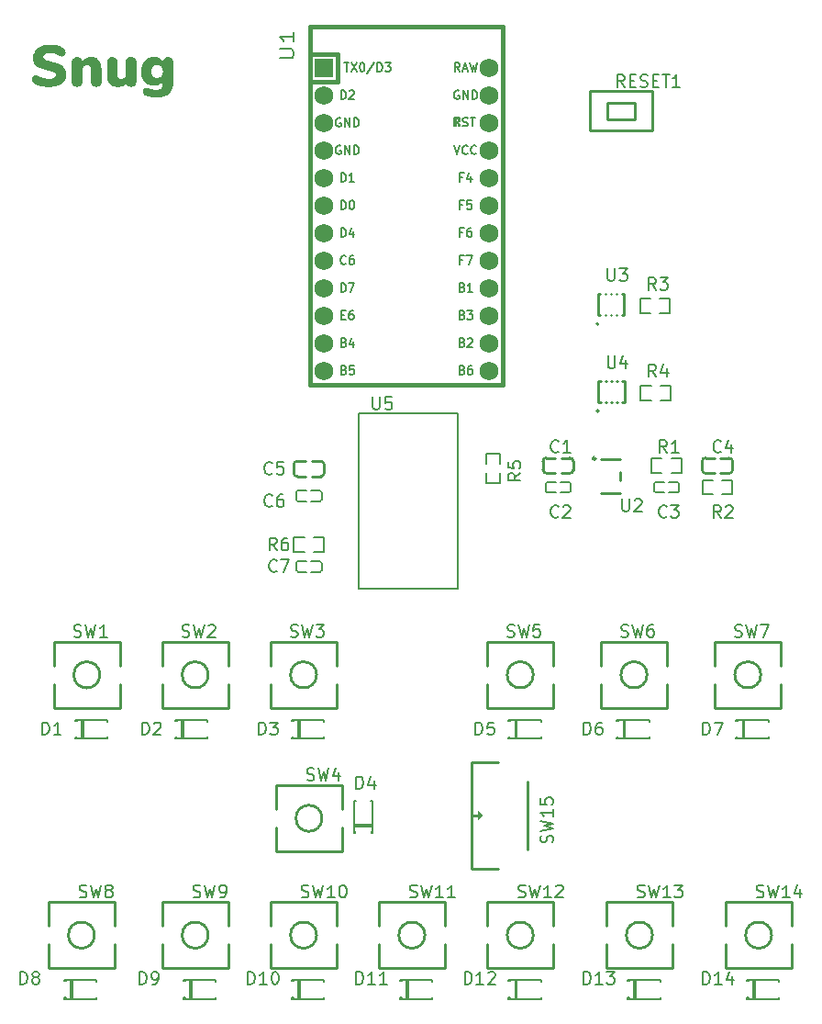
<source format=gbr>
%TF.GenerationSoftware,KiCad,Pcbnew,7.0.5*%
%TF.CreationDate,2023-09-29T16:27:13+09:00*%
%TF.ProjectId,ProMicro________,50726f4d-6963-4726-9f5f-7e9d7bdeef42,rev?*%
%TF.SameCoordinates,Original*%
%TF.FileFunction,Legend,Top*%
%TF.FilePolarity,Positive*%
%FSLAX46Y46*%
G04 Gerber Fmt 4.6, Leading zero omitted, Abs format (unit mm)*
G04 Created by KiCad (PCBNEW 7.0.5) date 2023-09-29 16:27:13*
%MOMM*%
%LPD*%
G01*
G04 APERTURE LIST*
%ADD10C,0.152000*%
%ADD11C,0.150000*%
%ADD12C,0.203200*%
%ADD13C,0.254000*%
%ADD14C,0.200000*%
%ADD15C,0.381000*%
%ADD16R,1.752600X1.752600*%
%ADD17C,1.752600*%
G04 APERTURE END LIST*
D10*
X196025285Y-70412012D02*
X195970857Y-70466441D01*
X195970857Y-70466441D02*
X195807571Y-70520869D01*
X195807571Y-70520869D02*
X195698714Y-70520869D01*
X195698714Y-70520869D02*
X195535428Y-70466441D01*
X195535428Y-70466441D02*
X195426571Y-70357583D01*
X195426571Y-70357583D02*
X195372142Y-70248726D01*
X195372142Y-70248726D02*
X195317714Y-70031012D01*
X195317714Y-70031012D02*
X195317714Y-69867726D01*
X195317714Y-69867726D02*
X195372142Y-69650012D01*
X195372142Y-69650012D02*
X195426571Y-69541155D01*
X195426571Y-69541155D02*
X195535428Y-69432298D01*
X195535428Y-69432298D02*
X195698714Y-69377869D01*
X195698714Y-69377869D02*
X195807571Y-69377869D01*
X195807571Y-69377869D02*
X195970857Y-69432298D01*
X195970857Y-69432298D02*
X196025285Y-69486726D01*
X197005000Y-69758869D02*
X197005000Y-70520869D01*
X196732857Y-69323441D02*
X196460714Y-70139869D01*
X196460714Y-70139869D02*
X197168285Y-70139869D01*
%TO.C,U2*%
X186922142Y-74787869D02*
X186922142Y-75713155D01*
X186922142Y-75713155D02*
X186976571Y-75822012D01*
X186976571Y-75822012D02*
X187031000Y-75876441D01*
X187031000Y-75876441D02*
X187139857Y-75930869D01*
X187139857Y-75930869D02*
X187357571Y-75930869D01*
X187357571Y-75930869D02*
X187466428Y-75876441D01*
X187466428Y-75876441D02*
X187520857Y-75822012D01*
X187520857Y-75822012D02*
X187575285Y-75713155D01*
X187575285Y-75713155D02*
X187575285Y-74787869D01*
X188065143Y-74896726D02*
X188119571Y-74842298D01*
X188119571Y-74842298D02*
X188228429Y-74787869D01*
X188228429Y-74787869D02*
X188500571Y-74787869D01*
X188500571Y-74787869D02*
X188609429Y-74842298D01*
X188609429Y-74842298D02*
X188663857Y-74896726D01*
X188663857Y-74896726D02*
X188718286Y-75005583D01*
X188718286Y-75005583D02*
X188718286Y-75114441D01*
X188718286Y-75114441D02*
X188663857Y-75277726D01*
X188663857Y-75277726D02*
X188010714Y-75930869D01*
X188010714Y-75930869D02*
X188718286Y-75930869D01*
%TO.C,U4*%
X185582142Y-61577869D02*
X185582142Y-62503155D01*
X185582142Y-62503155D02*
X185636571Y-62612012D01*
X185636571Y-62612012D02*
X185691000Y-62666441D01*
X185691000Y-62666441D02*
X185799857Y-62720869D01*
X185799857Y-62720869D02*
X186017571Y-62720869D01*
X186017571Y-62720869D02*
X186126428Y-62666441D01*
X186126428Y-62666441D02*
X186180857Y-62612012D01*
X186180857Y-62612012D02*
X186235285Y-62503155D01*
X186235285Y-62503155D02*
X186235285Y-61577869D01*
X187269429Y-61958869D02*
X187269429Y-62720869D01*
X186997286Y-61523441D02*
X186725143Y-62339869D01*
X186725143Y-62339869D02*
X187432714Y-62339869D01*
%TO.C,U3*%
X185562142Y-53547869D02*
X185562142Y-54473155D01*
X185562142Y-54473155D02*
X185616571Y-54582012D01*
X185616571Y-54582012D02*
X185671000Y-54636441D01*
X185671000Y-54636441D02*
X185779857Y-54690869D01*
X185779857Y-54690869D02*
X185997571Y-54690869D01*
X185997571Y-54690869D02*
X186106428Y-54636441D01*
X186106428Y-54636441D02*
X186160857Y-54582012D01*
X186160857Y-54582012D02*
X186215285Y-54473155D01*
X186215285Y-54473155D02*
X186215285Y-53547869D01*
X186650714Y-53547869D02*
X187358286Y-53547869D01*
X187358286Y-53547869D02*
X186977286Y-53983298D01*
X186977286Y-53983298D02*
X187140571Y-53983298D01*
X187140571Y-53983298D02*
X187249429Y-54037726D01*
X187249429Y-54037726D02*
X187303857Y-54092155D01*
X187303857Y-54092155D02*
X187358286Y-54201012D01*
X187358286Y-54201012D02*
X187358286Y-54473155D01*
X187358286Y-54473155D02*
X187303857Y-54582012D01*
X187303857Y-54582012D02*
X187249429Y-54636441D01*
X187249429Y-54636441D02*
X187140571Y-54690869D01*
X187140571Y-54690869D02*
X186814000Y-54690869D01*
X186814000Y-54690869D02*
X186705143Y-54636441D01*
X186705143Y-54636441D02*
X186650714Y-54582012D01*
%TO.C,C3*%
X191025285Y-76412012D02*
X190970857Y-76466441D01*
X190970857Y-76466441D02*
X190807571Y-76520869D01*
X190807571Y-76520869D02*
X190698714Y-76520869D01*
X190698714Y-76520869D02*
X190535428Y-76466441D01*
X190535428Y-76466441D02*
X190426571Y-76357583D01*
X190426571Y-76357583D02*
X190372142Y-76248726D01*
X190372142Y-76248726D02*
X190317714Y-76031012D01*
X190317714Y-76031012D02*
X190317714Y-75867726D01*
X190317714Y-75867726D02*
X190372142Y-75650012D01*
X190372142Y-75650012D02*
X190426571Y-75541155D01*
X190426571Y-75541155D02*
X190535428Y-75432298D01*
X190535428Y-75432298D02*
X190698714Y-75377869D01*
X190698714Y-75377869D02*
X190807571Y-75377869D01*
X190807571Y-75377869D02*
X190970857Y-75432298D01*
X190970857Y-75432298D02*
X191025285Y-75486726D01*
X191406285Y-75377869D02*
X192113857Y-75377869D01*
X192113857Y-75377869D02*
X191732857Y-75813298D01*
X191732857Y-75813298D02*
X191896142Y-75813298D01*
X191896142Y-75813298D02*
X192005000Y-75867726D01*
X192005000Y-75867726D02*
X192059428Y-75922155D01*
X192059428Y-75922155D02*
X192113857Y-76031012D01*
X192113857Y-76031012D02*
X192113857Y-76303155D01*
X192113857Y-76303155D02*
X192059428Y-76412012D01*
X192059428Y-76412012D02*
X192005000Y-76466441D01*
X192005000Y-76466441D02*
X191896142Y-76520869D01*
X191896142Y-76520869D02*
X191569571Y-76520869D01*
X191569571Y-76520869D02*
X191460714Y-76466441D01*
X191460714Y-76466441D02*
X191406285Y-76412012D01*
%TO.C,SW14*%
X199317714Y-111466441D02*
X199481000Y-111520869D01*
X199481000Y-111520869D02*
X199753142Y-111520869D01*
X199753142Y-111520869D02*
X199862000Y-111466441D01*
X199862000Y-111466441D02*
X199916428Y-111412012D01*
X199916428Y-111412012D02*
X199970857Y-111303155D01*
X199970857Y-111303155D02*
X199970857Y-111194298D01*
X199970857Y-111194298D02*
X199916428Y-111085441D01*
X199916428Y-111085441D02*
X199862000Y-111031012D01*
X199862000Y-111031012D02*
X199753142Y-110976583D01*
X199753142Y-110976583D02*
X199535428Y-110922155D01*
X199535428Y-110922155D02*
X199426571Y-110867726D01*
X199426571Y-110867726D02*
X199372142Y-110813298D01*
X199372142Y-110813298D02*
X199317714Y-110704441D01*
X199317714Y-110704441D02*
X199317714Y-110595583D01*
X199317714Y-110595583D02*
X199372142Y-110486726D01*
X199372142Y-110486726D02*
X199426571Y-110432298D01*
X199426571Y-110432298D02*
X199535428Y-110377869D01*
X199535428Y-110377869D02*
X199807571Y-110377869D01*
X199807571Y-110377869D02*
X199970857Y-110432298D01*
X200351856Y-110377869D02*
X200623999Y-111520869D01*
X200623999Y-111520869D02*
X200841713Y-110704441D01*
X200841713Y-110704441D02*
X201059428Y-111520869D01*
X201059428Y-111520869D02*
X201331571Y-110377869D01*
X202365714Y-111520869D02*
X201712571Y-111520869D01*
X202039142Y-111520869D02*
X202039142Y-110377869D01*
X202039142Y-110377869D02*
X201930285Y-110541155D01*
X201930285Y-110541155D02*
X201821428Y-110650012D01*
X201821428Y-110650012D02*
X201712571Y-110704441D01*
X203345428Y-110758869D02*
X203345428Y-111520869D01*
X203073285Y-110323441D02*
X202801142Y-111139869D01*
X202801142Y-111139869D02*
X203508713Y-111139869D01*
%TO.C,D8*%
X131372142Y-119520869D02*
X131372142Y-118377869D01*
X131372142Y-118377869D02*
X131644285Y-118377869D01*
X131644285Y-118377869D02*
X131807571Y-118432298D01*
X131807571Y-118432298D02*
X131916428Y-118541155D01*
X131916428Y-118541155D02*
X131970857Y-118650012D01*
X131970857Y-118650012D02*
X132025285Y-118867726D01*
X132025285Y-118867726D02*
X132025285Y-119031012D01*
X132025285Y-119031012D02*
X131970857Y-119248726D01*
X131970857Y-119248726D02*
X131916428Y-119357583D01*
X131916428Y-119357583D02*
X131807571Y-119466441D01*
X131807571Y-119466441D02*
X131644285Y-119520869D01*
X131644285Y-119520869D02*
X131372142Y-119520869D01*
X132678428Y-118867726D02*
X132569571Y-118813298D01*
X132569571Y-118813298D02*
X132515142Y-118758869D01*
X132515142Y-118758869D02*
X132460714Y-118650012D01*
X132460714Y-118650012D02*
X132460714Y-118595583D01*
X132460714Y-118595583D02*
X132515142Y-118486726D01*
X132515142Y-118486726D02*
X132569571Y-118432298D01*
X132569571Y-118432298D02*
X132678428Y-118377869D01*
X132678428Y-118377869D02*
X132896142Y-118377869D01*
X132896142Y-118377869D02*
X133005000Y-118432298D01*
X133005000Y-118432298D02*
X133059428Y-118486726D01*
X133059428Y-118486726D02*
X133113857Y-118595583D01*
X133113857Y-118595583D02*
X133113857Y-118650012D01*
X133113857Y-118650012D02*
X133059428Y-118758869D01*
X133059428Y-118758869D02*
X133005000Y-118813298D01*
X133005000Y-118813298D02*
X132896142Y-118867726D01*
X132896142Y-118867726D02*
X132678428Y-118867726D01*
X132678428Y-118867726D02*
X132569571Y-118922155D01*
X132569571Y-118922155D02*
X132515142Y-118976583D01*
X132515142Y-118976583D02*
X132460714Y-119085441D01*
X132460714Y-119085441D02*
X132460714Y-119303155D01*
X132460714Y-119303155D02*
X132515142Y-119412012D01*
X132515142Y-119412012D02*
X132569571Y-119466441D01*
X132569571Y-119466441D02*
X132678428Y-119520869D01*
X132678428Y-119520869D02*
X132896142Y-119520869D01*
X132896142Y-119520869D02*
X133005000Y-119466441D01*
X133005000Y-119466441D02*
X133059428Y-119412012D01*
X133059428Y-119412012D02*
X133113857Y-119303155D01*
X133113857Y-119303155D02*
X133113857Y-119085441D01*
X133113857Y-119085441D02*
X133059428Y-118976583D01*
X133059428Y-118976583D02*
X133005000Y-118922155D01*
X133005000Y-118922155D02*
X132896142Y-118867726D01*
%TO.C,D14*%
X194372142Y-119520869D02*
X194372142Y-118377869D01*
X194372142Y-118377869D02*
X194644285Y-118377869D01*
X194644285Y-118377869D02*
X194807571Y-118432298D01*
X194807571Y-118432298D02*
X194916428Y-118541155D01*
X194916428Y-118541155D02*
X194970857Y-118650012D01*
X194970857Y-118650012D02*
X195025285Y-118867726D01*
X195025285Y-118867726D02*
X195025285Y-119031012D01*
X195025285Y-119031012D02*
X194970857Y-119248726D01*
X194970857Y-119248726D02*
X194916428Y-119357583D01*
X194916428Y-119357583D02*
X194807571Y-119466441D01*
X194807571Y-119466441D02*
X194644285Y-119520869D01*
X194644285Y-119520869D02*
X194372142Y-119520869D01*
X196113857Y-119520869D02*
X195460714Y-119520869D01*
X195787285Y-119520869D02*
X195787285Y-118377869D01*
X195787285Y-118377869D02*
X195678428Y-118541155D01*
X195678428Y-118541155D02*
X195569571Y-118650012D01*
X195569571Y-118650012D02*
X195460714Y-118704441D01*
X197093571Y-118758869D02*
X197093571Y-119520869D01*
X196821428Y-118323441D02*
X196549285Y-119139869D01*
X196549285Y-119139869D02*
X197256856Y-119139869D01*
%TO.C,SW11*%
X167317714Y-111466441D02*
X167481000Y-111520869D01*
X167481000Y-111520869D02*
X167753142Y-111520869D01*
X167753142Y-111520869D02*
X167862000Y-111466441D01*
X167862000Y-111466441D02*
X167916428Y-111412012D01*
X167916428Y-111412012D02*
X167970857Y-111303155D01*
X167970857Y-111303155D02*
X167970857Y-111194298D01*
X167970857Y-111194298D02*
X167916428Y-111085441D01*
X167916428Y-111085441D02*
X167862000Y-111031012D01*
X167862000Y-111031012D02*
X167753142Y-110976583D01*
X167753142Y-110976583D02*
X167535428Y-110922155D01*
X167535428Y-110922155D02*
X167426571Y-110867726D01*
X167426571Y-110867726D02*
X167372142Y-110813298D01*
X167372142Y-110813298D02*
X167317714Y-110704441D01*
X167317714Y-110704441D02*
X167317714Y-110595583D01*
X167317714Y-110595583D02*
X167372142Y-110486726D01*
X167372142Y-110486726D02*
X167426571Y-110432298D01*
X167426571Y-110432298D02*
X167535428Y-110377869D01*
X167535428Y-110377869D02*
X167807571Y-110377869D01*
X167807571Y-110377869D02*
X167970857Y-110432298D01*
X168351856Y-110377869D02*
X168623999Y-111520869D01*
X168623999Y-111520869D02*
X168841713Y-110704441D01*
X168841713Y-110704441D02*
X169059428Y-111520869D01*
X169059428Y-111520869D02*
X169331571Y-110377869D01*
X170365714Y-111520869D02*
X169712571Y-111520869D01*
X170039142Y-111520869D02*
X170039142Y-110377869D01*
X170039142Y-110377869D02*
X169930285Y-110541155D01*
X169930285Y-110541155D02*
X169821428Y-110650012D01*
X169821428Y-110650012D02*
X169712571Y-110704441D01*
X171454285Y-111520869D02*
X170801142Y-111520869D01*
X171127713Y-111520869D02*
X171127713Y-110377869D01*
X171127713Y-110377869D02*
X171018856Y-110541155D01*
X171018856Y-110541155D02*
X170909999Y-110650012D01*
X170909999Y-110650012D02*
X170801142Y-110704441D01*
%TO.C,D10*%
X152372142Y-119520869D02*
X152372142Y-118377869D01*
X152372142Y-118377869D02*
X152644285Y-118377869D01*
X152644285Y-118377869D02*
X152807571Y-118432298D01*
X152807571Y-118432298D02*
X152916428Y-118541155D01*
X152916428Y-118541155D02*
X152970857Y-118650012D01*
X152970857Y-118650012D02*
X153025285Y-118867726D01*
X153025285Y-118867726D02*
X153025285Y-119031012D01*
X153025285Y-119031012D02*
X152970857Y-119248726D01*
X152970857Y-119248726D02*
X152916428Y-119357583D01*
X152916428Y-119357583D02*
X152807571Y-119466441D01*
X152807571Y-119466441D02*
X152644285Y-119520869D01*
X152644285Y-119520869D02*
X152372142Y-119520869D01*
X154113857Y-119520869D02*
X153460714Y-119520869D01*
X153787285Y-119520869D02*
X153787285Y-118377869D01*
X153787285Y-118377869D02*
X153678428Y-118541155D01*
X153678428Y-118541155D02*
X153569571Y-118650012D01*
X153569571Y-118650012D02*
X153460714Y-118704441D01*
X154821428Y-118377869D02*
X154930285Y-118377869D01*
X154930285Y-118377869D02*
X155039142Y-118432298D01*
X155039142Y-118432298D02*
X155093571Y-118486726D01*
X155093571Y-118486726D02*
X155147999Y-118595583D01*
X155147999Y-118595583D02*
X155202428Y-118813298D01*
X155202428Y-118813298D02*
X155202428Y-119085441D01*
X155202428Y-119085441D02*
X155147999Y-119303155D01*
X155147999Y-119303155D02*
X155093571Y-119412012D01*
X155093571Y-119412012D02*
X155039142Y-119466441D01*
X155039142Y-119466441D02*
X154930285Y-119520869D01*
X154930285Y-119520869D02*
X154821428Y-119520869D01*
X154821428Y-119520869D02*
X154712571Y-119466441D01*
X154712571Y-119466441D02*
X154658142Y-119412012D01*
X154658142Y-119412012D02*
X154603713Y-119303155D01*
X154603713Y-119303155D02*
X154549285Y-119085441D01*
X154549285Y-119085441D02*
X154549285Y-118813298D01*
X154549285Y-118813298D02*
X154603713Y-118595583D01*
X154603713Y-118595583D02*
X154658142Y-118486726D01*
X154658142Y-118486726D02*
X154712571Y-118432298D01*
X154712571Y-118432298D02*
X154821428Y-118377869D01*
%TO.C,D13*%
X183372142Y-119520869D02*
X183372142Y-118377869D01*
X183372142Y-118377869D02*
X183644285Y-118377869D01*
X183644285Y-118377869D02*
X183807571Y-118432298D01*
X183807571Y-118432298D02*
X183916428Y-118541155D01*
X183916428Y-118541155D02*
X183970857Y-118650012D01*
X183970857Y-118650012D02*
X184025285Y-118867726D01*
X184025285Y-118867726D02*
X184025285Y-119031012D01*
X184025285Y-119031012D02*
X183970857Y-119248726D01*
X183970857Y-119248726D02*
X183916428Y-119357583D01*
X183916428Y-119357583D02*
X183807571Y-119466441D01*
X183807571Y-119466441D02*
X183644285Y-119520869D01*
X183644285Y-119520869D02*
X183372142Y-119520869D01*
X185113857Y-119520869D02*
X184460714Y-119520869D01*
X184787285Y-119520869D02*
X184787285Y-118377869D01*
X184787285Y-118377869D02*
X184678428Y-118541155D01*
X184678428Y-118541155D02*
X184569571Y-118650012D01*
X184569571Y-118650012D02*
X184460714Y-118704441D01*
X185494856Y-118377869D02*
X186202428Y-118377869D01*
X186202428Y-118377869D02*
X185821428Y-118813298D01*
X185821428Y-118813298D02*
X185984713Y-118813298D01*
X185984713Y-118813298D02*
X186093571Y-118867726D01*
X186093571Y-118867726D02*
X186147999Y-118922155D01*
X186147999Y-118922155D02*
X186202428Y-119031012D01*
X186202428Y-119031012D02*
X186202428Y-119303155D01*
X186202428Y-119303155D02*
X186147999Y-119412012D01*
X186147999Y-119412012D02*
X186093571Y-119466441D01*
X186093571Y-119466441D02*
X185984713Y-119520869D01*
X185984713Y-119520869D02*
X185658142Y-119520869D01*
X185658142Y-119520869D02*
X185549285Y-119466441D01*
X185549285Y-119466441D02*
X185494856Y-119412012D01*
%TO.C,SW9*%
X147317714Y-111466441D02*
X147481000Y-111520869D01*
X147481000Y-111520869D02*
X147753142Y-111520869D01*
X147753142Y-111520869D02*
X147862000Y-111466441D01*
X147862000Y-111466441D02*
X147916428Y-111412012D01*
X147916428Y-111412012D02*
X147970857Y-111303155D01*
X147970857Y-111303155D02*
X147970857Y-111194298D01*
X147970857Y-111194298D02*
X147916428Y-111085441D01*
X147916428Y-111085441D02*
X147862000Y-111031012D01*
X147862000Y-111031012D02*
X147753142Y-110976583D01*
X147753142Y-110976583D02*
X147535428Y-110922155D01*
X147535428Y-110922155D02*
X147426571Y-110867726D01*
X147426571Y-110867726D02*
X147372142Y-110813298D01*
X147372142Y-110813298D02*
X147317714Y-110704441D01*
X147317714Y-110704441D02*
X147317714Y-110595583D01*
X147317714Y-110595583D02*
X147372142Y-110486726D01*
X147372142Y-110486726D02*
X147426571Y-110432298D01*
X147426571Y-110432298D02*
X147535428Y-110377869D01*
X147535428Y-110377869D02*
X147807571Y-110377869D01*
X147807571Y-110377869D02*
X147970857Y-110432298D01*
X148351856Y-110377869D02*
X148623999Y-111520869D01*
X148623999Y-111520869D02*
X148841713Y-110704441D01*
X148841713Y-110704441D02*
X149059428Y-111520869D01*
X149059428Y-111520869D02*
X149331571Y-110377869D01*
X149821428Y-111520869D02*
X150039142Y-111520869D01*
X150039142Y-111520869D02*
X150147999Y-111466441D01*
X150147999Y-111466441D02*
X150202428Y-111412012D01*
X150202428Y-111412012D02*
X150311285Y-111248726D01*
X150311285Y-111248726D02*
X150365714Y-111031012D01*
X150365714Y-111031012D02*
X150365714Y-110595583D01*
X150365714Y-110595583D02*
X150311285Y-110486726D01*
X150311285Y-110486726D02*
X150256857Y-110432298D01*
X150256857Y-110432298D02*
X150147999Y-110377869D01*
X150147999Y-110377869D02*
X149930285Y-110377869D01*
X149930285Y-110377869D02*
X149821428Y-110432298D01*
X149821428Y-110432298D02*
X149766999Y-110486726D01*
X149766999Y-110486726D02*
X149712571Y-110595583D01*
X149712571Y-110595583D02*
X149712571Y-110867726D01*
X149712571Y-110867726D02*
X149766999Y-110976583D01*
X149766999Y-110976583D02*
X149821428Y-111031012D01*
X149821428Y-111031012D02*
X149930285Y-111085441D01*
X149930285Y-111085441D02*
X150147999Y-111085441D01*
X150147999Y-111085441D02*
X150256857Y-111031012D01*
X150256857Y-111031012D02*
X150311285Y-110976583D01*
X150311285Y-110976583D02*
X150365714Y-110867726D01*
%TO.C,D7*%
X194372142Y-96520869D02*
X194372142Y-95377869D01*
X194372142Y-95377869D02*
X194644285Y-95377869D01*
X194644285Y-95377869D02*
X194807571Y-95432298D01*
X194807571Y-95432298D02*
X194916428Y-95541155D01*
X194916428Y-95541155D02*
X194970857Y-95650012D01*
X194970857Y-95650012D02*
X195025285Y-95867726D01*
X195025285Y-95867726D02*
X195025285Y-96031012D01*
X195025285Y-96031012D02*
X194970857Y-96248726D01*
X194970857Y-96248726D02*
X194916428Y-96357583D01*
X194916428Y-96357583D02*
X194807571Y-96466441D01*
X194807571Y-96466441D02*
X194644285Y-96520869D01*
X194644285Y-96520869D02*
X194372142Y-96520869D01*
X195406285Y-95377869D02*
X196168285Y-95377869D01*
X196168285Y-95377869D02*
X195678428Y-96520869D01*
%TO.C,SW3*%
X156317714Y-87466441D02*
X156481000Y-87520869D01*
X156481000Y-87520869D02*
X156753142Y-87520869D01*
X156753142Y-87520869D02*
X156862000Y-87466441D01*
X156862000Y-87466441D02*
X156916428Y-87412012D01*
X156916428Y-87412012D02*
X156970857Y-87303155D01*
X156970857Y-87303155D02*
X156970857Y-87194298D01*
X156970857Y-87194298D02*
X156916428Y-87085441D01*
X156916428Y-87085441D02*
X156862000Y-87031012D01*
X156862000Y-87031012D02*
X156753142Y-86976583D01*
X156753142Y-86976583D02*
X156535428Y-86922155D01*
X156535428Y-86922155D02*
X156426571Y-86867726D01*
X156426571Y-86867726D02*
X156372142Y-86813298D01*
X156372142Y-86813298D02*
X156317714Y-86704441D01*
X156317714Y-86704441D02*
X156317714Y-86595583D01*
X156317714Y-86595583D02*
X156372142Y-86486726D01*
X156372142Y-86486726D02*
X156426571Y-86432298D01*
X156426571Y-86432298D02*
X156535428Y-86377869D01*
X156535428Y-86377869D02*
X156807571Y-86377869D01*
X156807571Y-86377869D02*
X156970857Y-86432298D01*
X157351856Y-86377869D02*
X157623999Y-87520869D01*
X157623999Y-87520869D02*
X157841713Y-86704441D01*
X157841713Y-86704441D02*
X158059428Y-87520869D01*
X158059428Y-87520869D02*
X158331571Y-86377869D01*
X158658142Y-86377869D02*
X159365714Y-86377869D01*
X159365714Y-86377869D02*
X158984714Y-86813298D01*
X158984714Y-86813298D02*
X159147999Y-86813298D01*
X159147999Y-86813298D02*
X159256857Y-86867726D01*
X159256857Y-86867726D02*
X159311285Y-86922155D01*
X159311285Y-86922155D02*
X159365714Y-87031012D01*
X159365714Y-87031012D02*
X159365714Y-87303155D01*
X159365714Y-87303155D02*
X159311285Y-87412012D01*
X159311285Y-87412012D02*
X159256857Y-87466441D01*
X159256857Y-87466441D02*
X159147999Y-87520869D01*
X159147999Y-87520869D02*
X158821428Y-87520869D01*
X158821428Y-87520869D02*
X158712571Y-87466441D01*
X158712571Y-87466441D02*
X158658142Y-87412012D01*
%TO.C,R4*%
X190025285Y-63520869D02*
X189644285Y-62976583D01*
X189372142Y-63520869D02*
X189372142Y-62377869D01*
X189372142Y-62377869D02*
X189807571Y-62377869D01*
X189807571Y-62377869D02*
X189916428Y-62432298D01*
X189916428Y-62432298D02*
X189970857Y-62486726D01*
X189970857Y-62486726D02*
X190025285Y-62595583D01*
X190025285Y-62595583D02*
X190025285Y-62758869D01*
X190025285Y-62758869D02*
X189970857Y-62867726D01*
X189970857Y-62867726D02*
X189916428Y-62922155D01*
X189916428Y-62922155D02*
X189807571Y-62976583D01*
X189807571Y-62976583D02*
X189372142Y-62976583D01*
X191005000Y-62758869D02*
X191005000Y-63520869D01*
X190732857Y-62323441D02*
X190460714Y-63139869D01*
X190460714Y-63139869D02*
X191168285Y-63139869D01*
%TO.C,SW13*%
X188317714Y-111466441D02*
X188481000Y-111520869D01*
X188481000Y-111520869D02*
X188753142Y-111520869D01*
X188753142Y-111520869D02*
X188862000Y-111466441D01*
X188862000Y-111466441D02*
X188916428Y-111412012D01*
X188916428Y-111412012D02*
X188970857Y-111303155D01*
X188970857Y-111303155D02*
X188970857Y-111194298D01*
X188970857Y-111194298D02*
X188916428Y-111085441D01*
X188916428Y-111085441D02*
X188862000Y-111031012D01*
X188862000Y-111031012D02*
X188753142Y-110976583D01*
X188753142Y-110976583D02*
X188535428Y-110922155D01*
X188535428Y-110922155D02*
X188426571Y-110867726D01*
X188426571Y-110867726D02*
X188372142Y-110813298D01*
X188372142Y-110813298D02*
X188317714Y-110704441D01*
X188317714Y-110704441D02*
X188317714Y-110595583D01*
X188317714Y-110595583D02*
X188372142Y-110486726D01*
X188372142Y-110486726D02*
X188426571Y-110432298D01*
X188426571Y-110432298D02*
X188535428Y-110377869D01*
X188535428Y-110377869D02*
X188807571Y-110377869D01*
X188807571Y-110377869D02*
X188970857Y-110432298D01*
X189351856Y-110377869D02*
X189623999Y-111520869D01*
X189623999Y-111520869D02*
X189841713Y-110704441D01*
X189841713Y-110704441D02*
X190059428Y-111520869D01*
X190059428Y-111520869D02*
X190331571Y-110377869D01*
X191365714Y-111520869D02*
X190712571Y-111520869D01*
X191039142Y-111520869D02*
X191039142Y-110377869D01*
X191039142Y-110377869D02*
X190930285Y-110541155D01*
X190930285Y-110541155D02*
X190821428Y-110650012D01*
X190821428Y-110650012D02*
X190712571Y-110704441D01*
X191746713Y-110377869D02*
X192454285Y-110377869D01*
X192454285Y-110377869D02*
X192073285Y-110813298D01*
X192073285Y-110813298D02*
X192236570Y-110813298D01*
X192236570Y-110813298D02*
X192345428Y-110867726D01*
X192345428Y-110867726D02*
X192399856Y-110922155D01*
X192399856Y-110922155D02*
X192454285Y-111031012D01*
X192454285Y-111031012D02*
X192454285Y-111303155D01*
X192454285Y-111303155D02*
X192399856Y-111412012D01*
X192399856Y-111412012D02*
X192345428Y-111466441D01*
X192345428Y-111466441D02*
X192236570Y-111520869D01*
X192236570Y-111520869D02*
X191909999Y-111520869D01*
X191909999Y-111520869D02*
X191801142Y-111466441D01*
X191801142Y-111466441D02*
X191746713Y-111412012D01*
%TO.C,C6*%
X154593714Y-75412012D02*
X154539286Y-75466441D01*
X154539286Y-75466441D02*
X154376000Y-75520869D01*
X154376000Y-75520869D02*
X154267143Y-75520869D01*
X154267143Y-75520869D02*
X154103857Y-75466441D01*
X154103857Y-75466441D02*
X153995000Y-75357583D01*
X153995000Y-75357583D02*
X153940571Y-75248726D01*
X153940571Y-75248726D02*
X153886143Y-75031012D01*
X153886143Y-75031012D02*
X153886143Y-74867726D01*
X153886143Y-74867726D02*
X153940571Y-74650012D01*
X153940571Y-74650012D02*
X153995000Y-74541155D01*
X153995000Y-74541155D02*
X154103857Y-74432298D01*
X154103857Y-74432298D02*
X154267143Y-74377869D01*
X154267143Y-74377869D02*
X154376000Y-74377869D01*
X154376000Y-74377869D02*
X154539286Y-74432298D01*
X154539286Y-74432298D02*
X154593714Y-74486726D01*
X155573429Y-74377869D02*
X155355714Y-74377869D01*
X155355714Y-74377869D02*
X155246857Y-74432298D01*
X155246857Y-74432298D02*
X155192429Y-74486726D01*
X155192429Y-74486726D02*
X155083571Y-74650012D01*
X155083571Y-74650012D02*
X155029143Y-74867726D01*
X155029143Y-74867726D02*
X155029143Y-75303155D01*
X155029143Y-75303155D02*
X155083571Y-75412012D01*
X155083571Y-75412012D02*
X155138000Y-75466441D01*
X155138000Y-75466441D02*
X155246857Y-75520869D01*
X155246857Y-75520869D02*
X155464571Y-75520869D01*
X155464571Y-75520869D02*
X155573429Y-75466441D01*
X155573429Y-75466441D02*
X155627857Y-75412012D01*
X155627857Y-75412012D02*
X155682286Y-75303155D01*
X155682286Y-75303155D02*
X155682286Y-75031012D01*
X155682286Y-75031012D02*
X155627857Y-74922155D01*
X155627857Y-74922155D02*
X155573429Y-74867726D01*
X155573429Y-74867726D02*
X155464571Y-74813298D01*
X155464571Y-74813298D02*
X155246857Y-74813298D01*
X155246857Y-74813298D02*
X155138000Y-74867726D01*
X155138000Y-74867726D02*
X155083571Y-74922155D01*
X155083571Y-74922155D02*
X155029143Y-75031012D01*
%TO.C,C1*%
X181025285Y-70412012D02*
X180970857Y-70466441D01*
X180970857Y-70466441D02*
X180807571Y-70520869D01*
X180807571Y-70520869D02*
X180698714Y-70520869D01*
X180698714Y-70520869D02*
X180535428Y-70466441D01*
X180535428Y-70466441D02*
X180426571Y-70357583D01*
X180426571Y-70357583D02*
X180372142Y-70248726D01*
X180372142Y-70248726D02*
X180317714Y-70031012D01*
X180317714Y-70031012D02*
X180317714Y-69867726D01*
X180317714Y-69867726D02*
X180372142Y-69650012D01*
X180372142Y-69650012D02*
X180426571Y-69541155D01*
X180426571Y-69541155D02*
X180535428Y-69432298D01*
X180535428Y-69432298D02*
X180698714Y-69377869D01*
X180698714Y-69377869D02*
X180807571Y-69377869D01*
X180807571Y-69377869D02*
X180970857Y-69432298D01*
X180970857Y-69432298D02*
X181025285Y-69486726D01*
X182113857Y-70520869D02*
X181460714Y-70520869D01*
X181787285Y-70520869D02*
X181787285Y-69377869D01*
X181787285Y-69377869D02*
X181678428Y-69541155D01*
X181678428Y-69541155D02*
X181569571Y-69650012D01*
X181569571Y-69650012D02*
X181460714Y-69704441D01*
%TO.C,D3*%
X153372142Y-96520869D02*
X153372142Y-95377869D01*
X153372142Y-95377869D02*
X153644285Y-95377869D01*
X153644285Y-95377869D02*
X153807571Y-95432298D01*
X153807571Y-95432298D02*
X153916428Y-95541155D01*
X153916428Y-95541155D02*
X153970857Y-95650012D01*
X153970857Y-95650012D02*
X154025285Y-95867726D01*
X154025285Y-95867726D02*
X154025285Y-96031012D01*
X154025285Y-96031012D02*
X153970857Y-96248726D01*
X153970857Y-96248726D02*
X153916428Y-96357583D01*
X153916428Y-96357583D02*
X153807571Y-96466441D01*
X153807571Y-96466441D02*
X153644285Y-96520869D01*
X153644285Y-96520869D02*
X153372142Y-96520869D01*
X154406285Y-95377869D02*
X155113857Y-95377869D01*
X155113857Y-95377869D02*
X154732857Y-95813298D01*
X154732857Y-95813298D02*
X154896142Y-95813298D01*
X154896142Y-95813298D02*
X155005000Y-95867726D01*
X155005000Y-95867726D02*
X155059428Y-95922155D01*
X155059428Y-95922155D02*
X155113857Y-96031012D01*
X155113857Y-96031012D02*
X155113857Y-96303155D01*
X155113857Y-96303155D02*
X155059428Y-96412012D01*
X155059428Y-96412012D02*
X155005000Y-96466441D01*
X155005000Y-96466441D02*
X154896142Y-96520869D01*
X154896142Y-96520869D02*
X154569571Y-96520869D01*
X154569571Y-96520869D02*
X154460714Y-96466441D01*
X154460714Y-96466441D02*
X154406285Y-96412012D01*
%TO.C,SW12*%
X177317714Y-111466441D02*
X177481000Y-111520869D01*
X177481000Y-111520869D02*
X177753142Y-111520869D01*
X177753142Y-111520869D02*
X177862000Y-111466441D01*
X177862000Y-111466441D02*
X177916428Y-111412012D01*
X177916428Y-111412012D02*
X177970857Y-111303155D01*
X177970857Y-111303155D02*
X177970857Y-111194298D01*
X177970857Y-111194298D02*
X177916428Y-111085441D01*
X177916428Y-111085441D02*
X177862000Y-111031012D01*
X177862000Y-111031012D02*
X177753142Y-110976583D01*
X177753142Y-110976583D02*
X177535428Y-110922155D01*
X177535428Y-110922155D02*
X177426571Y-110867726D01*
X177426571Y-110867726D02*
X177372142Y-110813298D01*
X177372142Y-110813298D02*
X177317714Y-110704441D01*
X177317714Y-110704441D02*
X177317714Y-110595583D01*
X177317714Y-110595583D02*
X177372142Y-110486726D01*
X177372142Y-110486726D02*
X177426571Y-110432298D01*
X177426571Y-110432298D02*
X177535428Y-110377869D01*
X177535428Y-110377869D02*
X177807571Y-110377869D01*
X177807571Y-110377869D02*
X177970857Y-110432298D01*
X178351856Y-110377869D02*
X178623999Y-111520869D01*
X178623999Y-111520869D02*
X178841713Y-110704441D01*
X178841713Y-110704441D02*
X179059428Y-111520869D01*
X179059428Y-111520869D02*
X179331571Y-110377869D01*
X180365714Y-111520869D02*
X179712571Y-111520869D01*
X180039142Y-111520869D02*
X180039142Y-110377869D01*
X180039142Y-110377869D02*
X179930285Y-110541155D01*
X179930285Y-110541155D02*
X179821428Y-110650012D01*
X179821428Y-110650012D02*
X179712571Y-110704441D01*
X180801142Y-110486726D02*
X180855570Y-110432298D01*
X180855570Y-110432298D02*
X180964428Y-110377869D01*
X180964428Y-110377869D02*
X181236570Y-110377869D01*
X181236570Y-110377869D02*
X181345428Y-110432298D01*
X181345428Y-110432298D02*
X181399856Y-110486726D01*
X181399856Y-110486726D02*
X181454285Y-110595583D01*
X181454285Y-110595583D02*
X181454285Y-110704441D01*
X181454285Y-110704441D02*
X181399856Y-110867726D01*
X181399856Y-110867726D02*
X180746713Y-111520869D01*
X180746713Y-111520869D02*
X181454285Y-111520869D01*
%TO.C,D6*%
X183372142Y-96520869D02*
X183372142Y-95377869D01*
X183372142Y-95377869D02*
X183644285Y-95377869D01*
X183644285Y-95377869D02*
X183807571Y-95432298D01*
X183807571Y-95432298D02*
X183916428Y-95541155D01*
X183916428Y-95541155D02*
X183970857Y-95650012D01*
X183970857Y-95650012D02*
X184025285Y-95867726D01*
X184025285Y-95867726D02*
X184025285Y-96031012D01*
X184025285Y-96031012D02*
X183970857Y-96248726D01*
X183970857Y-96248726D02*
X183916428Y-96357583D01*
X183916428Y-96357583D02*
X183807571Y-96466441D01*
X183807571Y-96466441D02*
X183644285Y-96520869D01*
X183644285Y-96520869D02*
X183372142Y-96520869D01*
X185005000Y-95377869D02*
X184787285Y-95377869D01*
X184787285Y-95377869D02*
X184678428Y-95432298D01*
X184678428Y-95432298D02*
X184624000Y-95486726D01*
X184624000Y-95486726D02*
X184515142Y-95650012D01*
X184515142Y-95650012D02*
X184460714Y-95867726D01*
X184460714Y-95867726D02*
X184460714Y-96303155D01*
X184460714Y-96303155D02*
X184515142Y-96412012D01*
X184515142Y-96412012D02*
X184569571Y-96466441D01*
X184569571Y-96466441D02*
X184678428Y-96520869D01*
X184678428Y-96520869D02*
X184896142Y-96520869D01*
X184896142Y-96520869D02*
X185005000Y-96466441D01*
X185005000Y-96466441D02*
X185059428Y-96412012D01*
X185059428Y-96412012D02*
X185113857Y-96303155D01*
X185113857Y-96303155D02*
X185113857Y-96031012D01*
X185113857Y-96031012D02*
X185059428Y-95922155D01*
X185059428Y-95922155D02*
X185005000Y-95867726D01*
X185005000Y-95867726D02*
X184896142Y-95813298D01*
X184896142Y-95813298D02*
X184678428Y-95813298D01*
X184678428Y-95813298D02*
X184569571Y-95867726D01*
X184569571Y-95867726D02*
X184515142Y-95922155D01*
X184515142Y-95922155D02*
X184460714Y-96031012D01*
%TO.C,R5*%
X177520869Y-72406285D02*
X176976583Y-72787285D01*
X177520869Y-73059428D02*
X176377869Y-73059428D01*
X176377869Y-73059428D02*
X176377869Y-72623999D01*
X176377869Y-72623999D02*
X176432298Y-72515142D01*
X176432298Y-72515142D02*
X176486726Y-72460713D01*
X176486726Y-72460713D02*
X176595583Y-72406285D01*
X176595583Y-72406285D02*
X176758869Y-72406285D01*
X176758869Y-72406285D02*
X176867726Y-72460713D01*
X176867726Y-72460713D02*
X176922155Y-72515142D01*
X176922155Y-72515142D02*
X176976583Y-72623999D01*
X176976583Y-72623999D02*
X176976583Y-73059428D01*
X176377869Y-71372142D02*
X176377869Y-71916428D01*
X176377869Y-71916428D02*
X176922155Y-71970856D01*
X176922155Y-71970856D02*
X176867726Y-71916428D01*
X176867726Y-71916428D02*
X176813298Y-71807571D01*
X176813298Y-71807571D02*
X176813298Y-71535428D01*
X176813298Y-71535428D02*
X176867726Y-71426571D01*
X176867726Y-71426571D02*
X176922155Y-71372142D01*
X176922155Y-71372142D02*
X177031012Y-71317713D01*
X177031012Y-71317713D02*
X177303155Y-71317713D01*
X177303155Y-71317713D02*
X177412012Y-71372142D01*
X177412012Y-71372142D02*
X177466441Y-71426571D01*
X177466441Y-71426571D02*
X177520869Y-71535428D01*
X177520869Y-71535428D02*
X177520869Y-71807571D01*
X177520869Y-71807571D02*
X177466441Y-71916428D01*
X177466441Y-71916428D02*
X177412012Y-71970856D01*
%TO.C,SW15*%
X180466441Y-106454284D02*
X180520869Y-106290999D01*
X180520869Y-106290999D02*
X180520869Y-106018856D01*
X180520869Y-106018856D02*
X180466441Y-105909999D01*
X180466441Y-105909999D02*
X180412012Y-105855570D01*
X180412012Y-105855570D02*
X180303155Y-105801141D01*
X180303155Y-105801141D02*
X180194298Y-105801141D01*
X180194298Y-105801141D02*
X180085441Y-105855570D01*
X180085441Y-105855570D02*
X180031012Y-105909999D01*
X180031012Y-105909999D02*
X179976583Y-106018856D01*
X179976583Y-106018856D02*
X179922155Y-106236570D01*
X179922155Y-106236570D02*
X179867726Y-106345427D01*
X179867726Y-106345427D02*
X179813298Y-106399856D01*
X179813298Y-106399856D02*
X179704441Y-106454284D01*
X179704441Y-106454284D02*
X179595583Y-106454284D01*
X179595583Y-106454284D02*
X179486726Y-106399856D01*
X179486726Y-106399856D02*
X179432298Y-106345427D01*
X179432298Y-106345427D02*
X179377869Y-106236570D01*
X179377869Y-106236570D02*
X179377869Y-105964427D01*
X179377869Y-105964427D02*
X179432298Y-105801141D01*
X179377869Y-105420142D02*
X180520869Y-105147999D01*
X180520869Y-105147999D02*
X179704441Y-104930285D01*
X179704441Y-104930285D02*
X180520869Y-104712570D01*
X180520869Y-104712570D02*
X179377869Y-104440428D01*
X180520869Y-103406284D02*
X180520869Y-104059427D01*
X180520869Y-103732856D02*
X179377869Y-103732856D01*
X179377869Y-103732856D02*
X179541155Y-103841713D01*
X179541155Y-103841713D02*
X179650012Y-103950570D01*
X179650012Y-103950570D02*
X179704441Y-104059427D01*
X179377869Y-102372142D02*
X179377869Y-102916428D01*
X179377869Y-102916428D02*
X179922155Y-102970856D01*
X179922155Y-102970856D02*
X179867726Y-102916428D01*
X179867726Y-102916428D02*
X179813298Y-102807571D01*
X179813298Y-102807571D02*
X179813298Y-102535428D01*
X179813298Y-102535428D02*
X179867726Y-102426571D01*
X179867726Y-102426571D02*
X179922155Y-102372142D01*
X179922155Y-102372142D02*
X180031012Y-102317713D01*
X180031012Y-102317713D02*
X180303155Y-102317713D01*
X180303155Y-102317713D02*
X180412012Y-102372142D01*
X180412012Y-102372142D02*
X180466441Y-102426571D01*
X180466441Y-102426571D02*
X180520869Y-102535428D01*
X180520869Y-102535428D02*
X180520869Y-102807571D01*
X180520869Y-102807571D02*
X180466441Y-102916428D01*
X180466441Y-102916428D02*
X180412012Y-102970856D01*
%TO.C,C2*%
X181025285Y-76412012D02*
X180970857Y-76466441D01*
X180970857Y-76466441D02*
X180807571Y-76520869D01*
X180807571Y-76520869D02*
X180698714Y-76520869D01*
X180698714Y-76520869D02*
X180535428Y-76466441D01*
X180535428Y-76466441D02*
X180426571Y-76357583D01*
X180426571Y-76357583D02*
X180372142Y-76248726D01*
X180372142Y-76248726D02*
X180317714Y-76031012D01*
X180317714Y-76031012D02*
X180317714Y-75867726D01*
X180317714Y-75867726D02*
X180372142Y-75650012D01*
X180372142Y-75650012D02*
X180426571Y-75541155D01*
X180426571Y-75541155D02*
X180535428Y-75432298D01*
X180535428Y-75432298D02*
X180698714Y-75377869D01*
X180698714Y-75377869D02*
X180807571Y-75377869D01*
X180807571Y-75377869D02*
X180970857Y-75432298D01*
X180970857Y-75432298D02*
X181025285Y-75486726D01*
X181460714Y-75486726D02*
X181515142Y-75432298D01*
X181515142Y-75432298D02*
X181624000Y-75377869D01*
X181624000Y-75377869D02*
X181896142Y-75377869D01*
X181896142Y-75377869D02*
X182005000Y-75432298D01*
X182005000Y-75432298D02*
X182059428Y-75486726D01*
X182059428Y-75486726D02*
X182113857Y-75595583D01*
X182113857Y-75595583D02*
X182113857Y-75704441D01*
X182113857Y-75704441D02*
X182059428Y-75867726D01*
X182059428Y-75867726D02*
X181406285Y-76520869D01*
X181406285Y-76520869D02*
X182113857Y-76520869D01*
%TO.C,SW6*%
X186817714Y-87466441D02*
X186981000Y-87520869D01*
X186981000Y-87520869D02*
X187253142Y-87520869D01*
X187253142Y-87520869D02*
X187362000Y-87466441D01*
X187362000Y-87466441D02*
X187416428Y-87412012D01*
X187416428Y-87412012D02*
X187470857Y-87303155D01*
X187470857Y-87303155D02*
X187470857Y-87194298D01*
X187470857Y-87194298D02*
X187416428Y-87085441D01*
X187416428Y-87085441D02*
X187362000Y-87031012D01*
X187362000Y-87031012D02*
X187253142Y-86976583D01*
X187253142Y-86976583D02*
X187035428Y-86922155D01*
X187035428Y-86922155D02*
X186926571Y-86867726D01*
X186926571Y-86867726D02*
X186872142Y-86813298D01*
X186872142Y-86813298D02*
X186817714Y-86704441D01*
X186817714Y-86704441D02*
X186817714Y-86595583D01*
X186817714Y-86595583D02*
X186872142Y-86486726D01*
X186872142Y-86486726D02*
X186926571Y-86432298D01*
X186926571Y-86432298D02*
X187035428Y-86377869D01*
X187035428Y-86377869D02*
X187307571Y-86377869D01*
X187307571Y-86377869D02*
X187470857Y-86432298D01*
X187851856Y-86377869D02*
X188123999Y-87520869D01*
X188123999Y-87520869D02*
X188341713Y-86704441D01*
X188341713Y-86704441D02*
X188559428Y-87520869D01*
X188559428Y-87520869D02*
X188831571Y-86377869D01*
X189756857Y-86377869D02*
X189539142Y-86377869D01*
X189539142Y-86377869D02*
X189430285Y-86432298D01*
X189430285Y-86432298D02*
X189375857Y-86486726D01*
X189375857Y-86486726D02*
X189266999Y-86650012D01*
X189266999Y-86650012D02*
X189212571Y-86867726D01*
X189212571Y-86867726D02*
X189212571Y-87303155D01*
X189212571Y-87303155D02*
X189266999Y-87412012D01*
X189266999Y-87412012D02*
X189321428Y-87466441D01*
X189321428Y-87466441D02*
X189430285Y-87520869D01*
X189430285Y-87520869D02*
X189647999Y-87520869D01*
X189647999Y-87520869D02*
X189756857Y-87466441D01*
X189756857Y-87466441D02*
X189811285Y-87412012D01*
X189811285Y-87412012D02*
X189865714Y-87303155D01*
X189865714Y-87303155D02*
X189865714Y-87031012D01*
X189865714Y-87031012D02*
X189811285Y-86922155D01*
X189811285Y-86922155D02*
X189756857Y-86867726D01*
X189756857Y-86867726D02*
X189647999Y-86813298D01*
X189647999Y-86813298D02*
X189430285Y-86813298D01*
X189430285Y-86813298D02*
X189321428Y-86867726D01*
X189321428Y-86867726D02*
X189266999Y-86922155D01*
X189266999Y-86922155D02*
X189212571Y-87031012D01*
D11*
%TO.C,U5*%
X163886142Y-65399073D02*
X163886142Y-66324359D01*
X163886142Y-66324359D02*
X163940571Y-66433216D01*
X163940571Y-66433216D02*
X163995000Y-66487645D01*
X163995000Y-66487645D02*
X164103857Y-66542073D01*
X164103857Y-66542073D02*
X164321571Y-66542073D01*
X164321571Y-66542073D02*
X164430428Y-66487645D01*
X164430428Y-66487645D02*
X164484857Y-66433216D01*
X164484857Y-66433216D02*
X164539285Y-66324359D01*
X164539285Y-66324359D02*
X164539285Y-65399073D01*
X165627857Y-65399073D02*
X165083571Y-65399073D01*
X165083571Y-65399073D02*
X165029143Y-65943359D01*
X165029143Y-65943359D02*
X165083571Y-65888930D01*
X165083571Y-65888930D02*
X165192429Y-65834502D01*
X165192429Y-65834502D02*
X165464571Y-65834502D01*
X165464571Y-65834502D02*
X165573429Y-65888930D01*
X165573429Y-65888930D02*
X165627857Y-65943359D01*
X165627857Y-65943359D02*
X165682286Y-66052216D01*
X165682286Y-66052216D02*
X165682286Y-66324359D01*
X165682286Y-66324359D02*
X165627857Y-66433216D01*
X165627857Y-66433216D02*
X165573429Y-66487645D01*
X165573429Y-66487645D02*
X165464571Y-66542073D01*
X165464571Y-66542073D02*
X165192429Y-66542073D01*
X165192429Y-66542073D02*
X165083571Y-66487645D01*
X165083571Y-66487645D02*
X165029143Y-66433216D01*
D10*
%TO.C,SW8*%
X136817714Y-111466441D02*
X136981000Y-111520869D01*
X136981000Y-111520869D02*
X137253142Y-111520869D01*
X137253142Y-111520869D02*
X137362000Y-111466441D01*
X137362000Y-111466441D02*
X137416428Y-111412012D01*
X137416428Y-111412012D02*
X137470857Y-111303155D01*
X137470857Y-111303155D02*
X137470857Y-111194298D01*
X137470857Y-111194298D02*
X137416428Y-111085441D01*
X137416428Y-111085441D02*
X137362000Y-111031012D01*
X137362000Y-111031012D02*
X137253142Y-110976583D01*
X137253142Y-110976583D02*
X137035428Y-110922155D01*
X137035428Y-110922155D02*
X136926571Y-110867726D01*
X136926571Y-110867726D02*
X136872142Y-110813298D01*
X136872142Y-110813298D02*
X136817714Y-110704441D01*
X136817714Y-110704441D02*
X136817714Y-110595583D01*
X136817714Y-110595583D02*
X136872142Y-110486726D01*
X136872142Y-110486726D02*
X136926571Y-110432298D01*
X136926571Y-110432298D02*
X137035428Y-110377869D01*
X137035428Y-110377869D02*
X137307571Y-110377869D01*
X137307571Y-110377869D02*
X137470857Y-110432298D01*
X137851856Y-110377869D02*
X138123999Y-111520869D01*
X138123999Y-111520869D02*
X138341713Y-110704441D01*
X138341713Y-110704441D02*
X138559428Y-111520869D01*
X138559428Y-111520869D02*
X138831571Y-110377869D01*
X139430285Y-110867726D02*
X139321428Y-110813298D01*
X139321428Y-110813298D02*
X139266999Y-110758869D01*
X139266999Y-110758869D02*
X139212571Y-110650012D01*
X139212571Y-110650012D02*
X139212571Y-110595583D01*
X139212571Y-110595583D02*
X139266999Y-110486726D01*
X139266999Y-110486726D02*
X139321428Y-110432298D01*
X139321428Y-110432298D02*
X139430285Y-110377869D01*
X139430285Y-110377869D02*
X139647999Y-110377869D01*
X139647999Y-110377869D02*
X139756857Y-110432298D01*
X139756857Y-110432298D02*
X139811285Y-110486726D01*
X139811285Y-110486726D02*
X139865714Y-110595583D01*
X139865714Y-110595583D02*
X139865714Y-110650012D01*
X139865714Y-110650012D02*
X139811285Y-110758869D01*
X139811285Y-110758869D02*
X139756857Y-110813298D01*
X139756857Y-110813298D02*
X139647999Y-110867726D01*
X139647999Y-110867726D02*
X139430285Y-110867726D01*
X139430285Y-110867726D02*
X139321428Y-110922155D01*
X139321428Y-110922155D02*
X139266999Y-110976583D01*
X139266999Y-110976583D02*
X139212571Y-111085441D01*
X139212571Y-111085441D02*
X139212571Y-111303155D01*
X139212571Y-111303155D02*
X139266999Y-111412012D01*
X139266999Y-111412012D02*
X139321428Y-111466441D01*
X139321428Y-111466441D02*
X139430285Y-111520869D01*
X139430285Y-111520869D02*
X139647999Y-111520869D01*
X139647999Y-111520869D02*
X139756857Y-111466441D01*
X139756857Y-111466441D02*
X139811285Y-111412012D01*
X139811285Y-111412012D02*
X139865714Y-111303155D01*
X139865714Y-111303155D02*
X139865714Y-111085441D01*
X139865714Y-111085441D02*
X139811285Y-110976583D01*
X139811285Y-110976583D02*
X139756857Y-110922155D01*
X139756857Y-110922155D02*
X139647999Y-110867726D01*
%TO.C,D11*%
X162372142Y-119520869D02*
X162372142Y-118377869D01*
X162372142Y-118377869D02*
X162644285Y-118377869D01*
X162644285Y-118377869D02*
X162807571Y-118432298D01*
X162807571Y-118432298D02*
X162916428Y-118541155D01*
X162916428Y-118541155D02*
X162970857Y-118650012D01*
X162970857Y-118650012D02*
X163025285Y-118867726D01*
X163025285Y-118867726D02*
X163025285Y-119031012D01*
X163025285Y-119031012D02*
X162970857Y-119248726D01*
X162970857Y-119248726D02*
X162916428Y-119357583D01*
X162916428Y-119357583D02*
X162807571Y-119466441D01*
X162807571Y-119466441D02*
X162644285Y-119520869D01*
X162644285Y-119520869D02*
X162372142Y-119520869D01*
X164113857Y-119520869D02*
X163460714Y-119520869D01*
X163787285Y-119520869D02*
X163787285Y-118377869D01*
X163787285Y-118377869D02*
X163678428Y-118541155D01*
X163678428Y-118541155D02*
X163569571Y-118650012D01*
X163569571Y-118650012D02*
X163460714Y-118704441D01*
X165202428Y-119520869D02*
X164549285Y-119520869D01*
X164875856Y-119520869D02*
X164875856Y-118377869D01*
X164875856Y-118377869D02*
X164766999Y-118541155D01*
X164766999Y-118541155D02*
X164658142Y-118650012D01*
X164658142Y-118650012D02*
X164549285Y-118704441D01*
%TO.C,SW1*%
X136317714Y-87466441D02*
X136481000Y-87520869D01*
X136481000Y-87520869D02*
X136753142Y-87520869D01*
X136753142Y-87520869D02*
X136862000Y-87466441D01*
X136862000Y-87466441D02*
X136916428Y-87412012D01*
X136916428Y-87412012D02*
X136970857Y-87303155D01*
X136970857Y-87303155D02*
X136970857Y-87194298D01*
X136970857Y-87194298D02*
X136916428Y-87085441D01*
X136916428Y-87085441D02*
X136862000Y-87031012D01*
X136862000Y-87031012D02*
X136753142Y-86976583D01*
X136753142Y-86976583D02*
X136535428Y-86922155D01*
X136535428Y-86922155D02*
X136426571Y-86867726D01*
X136426571Y-86867726D02*
X136372142Y-86813298D01*
X136372142Y-86813298D02*
X136317714Y-86704441D01*
X136317714Y-86704441D02*
X136317714Y-86595583D01*
X136317714Y-86595583D02*
X136372142Y-86486726D01*
X136372142Y-86486726D02*
X136426571Y-86432298D01*
X136426571Y-86432298D02*
X136535428Y-86377869D01*
X136535428Y-86377869D02*
X136807571Y-86377869D01*
X136807571Y-86377869D02*
X136970857Y-86432298D01*
X137351856Y-86377869D02*
X137623999Y-87520869D01*
X137623999Y-87520869D02*
X137841713Y-86704441D01*
X137841713Y-86704441D02*
X138059428Y-87520869D01*
X138059428Y-87520869D02*
X138331571Y-86377869D01*
X139365714Y-87520869D02*
X138712571Y-87520869D01*
X139039142Y-87520869D02*
X139039142Y-86377869D01*
X139039142Y-86377869D02*
X138930285Y-86541155D01*
X138930285Y-86541155D02*
X138821428Y-86650012D01*
X138821428Y-86650012D02*
X138712571Y-86704441D01*
%TO.C,R2*%
X196025285Y-76520869D02*
X195644285Y-75976583D01*
X195372142Y-76520869D02*
X195372142Y-75377869D01*
X195372142Y-75377869D02*
X195807571Y-75377869D01*
X195807571Y-75377869D02*
X195916428Y-75432298D01*
X195916428Y-75432298D02*
X195970857Y-75486726D01*
X195970857Y-75486726D02*
X196025285Y-75595583D01*
X196025285Y-75595583D02*
X196025285Y-75758869D01*
X196025285Y-75758869D02*
X195970857Y-75867726D01*
X195970857Y-75867726D02*
X195916428Y-75922155D01*
X195916428Y-75922155D02*
X195807571Y-75976583D01*
X195807571Y-75976583D02*
X195372142Y-75976583D01*
X196460714Y-75486726D02*
X196515142Y-75432298D01*
X196515142Y-75432298D02*
X196624000Y-75377869D01*
X196624000Y-75377869D02*
X196896142Y-75377869D01*
X196896142Y-75377869D02*
X197005000Y-75432298D01*
X197005000Y-75432298D02*
X197059428Y-75486726D01*
X197059428Y-75486726D02*
X197113857Y-75595583D01*
X197113857Y-75595583D02*
X197113857Y-75704441D01*
X197113857Y-75704441D02*
X197059428Y-75867726D01*
X197059428Y-75867726D02*
X196406285Y-76520869D01*
X196406285Y-76520869D02*
X197113857Y-76520869D01*
%TO.C,SW7*%
X197317714Y-87466441D02*
X197481000Y-87520869D01*
X197481000Y-87520869D02*
X197753142Y-87520869D01*
X197753142Y-87520869D02*
X197862000Y-87466441D01*
X197862000Y-87466441D02*
X197916428Y-87412012D01*
X197916428Y-87412012D02*
X197970857Y-87303155D01*
X197970857Y-87303155D02*
X197970857Y-87194298D01*
X197970857Y-87194298D02*
X197916428Y-87085441D01*
X197916428Y-87085441D02*
X197862000Y-87031012D01*
X197862000Y-87031012D02*
X197753142Y-86976583D01*
X197753142Y-86976583D02*
X197535428Y-86922155D01*
X197535428Y-86922155D02*
X197426571Y-86867726D01*
X197426571Y-86867726D02*
X197372142Y-86813298D01*
X197372142Y-86813298D02*
X197317714Y-86704441D01*
X197317714Y-86704441D02*
X197317714Y-86595583D01*
X197317714Y-86595583D02*
X197372142Y-86486726D01*
X197372142Y-86486726D02*
X197426571Y-86432298D01*
X197426571Y-86432298D02*
X197535428Y-86377869D01*
X197535428Y-86377869D02*
X197807571Y-86377869D01*
X197807571Y-86377869D02*
X197970857Y-86432298D01*
X198351856Y-86377869D02*
X198623999Y-87520869D01*
X198623999Y-87520869D02*
X198841713Y-86704441D01*
X198841713Y-86704441D02*
X199059428Y-87520869D01*
X199059428Y-87520869D02*
X199331571Y-86377869D01*
X199658142Y-86377869D02*
X200420142Y-86377869D01*
X200420142Y-86377869D02*
X199930285Y-87520869D01*
%TO.C,D1*%
X133372142Y-96520869D02*
X133372142Y-95377869D01*
X133372142Y-95377869D02*
X133644285Y-95377869D01*
X133644285Y-95377869D02*
X133807571Y-95432298D01*
X133807571Y-95432298D02*
X133916428Y-95541155D01*
X133916428Y-95541155D02*
X133970857Y-95650012D01*
X133970857Y-95650012D02*
X134025285Y-95867726D01*
X134025285Y-95867726D02*
X134025285Y-96031012D01*
X134025285Y-96031012D02*
X133970857Y-96248726D01*
X133970857Y-96248726D02*
X133916428Y-96357583D01*
X133916428Y-96357583D02*
X133807571Y-96466441D01*
X133807571Y-96466441D02*
X133644285Y-96520869D01*
X133644285Y-96520869D02*
X133372142Y-96520869D01*
X135113857Y-96520869D02*
X134460714Y-96520869D01*
X134787285Y-96520869D02*
X134787285Y-95377869D01*
X134787285Y-95377869D02*
X134678428Y-95541155D01*
X134678428Y-95541155D02*
X134569571Y-95650012D01*
X134569571Y-95650012D02*
X134460714Y-95704441D01*
%TO.C,D5*%
X173372142Y-96520869D02*
X173372142Y-95377869D01*
X173372142Y-95377869D02*
X173644285Y-95377869D01*
X173644285Y-95377869D02*
X173807571Y-95432298D01*
X173807571Y-95432298D02*
X173916428Y-95541155D01*
X173916428Y-95541155D02*
X173970857Y-95650012D01*
X173970857Y-95650012D02*
X174025285Y-95867726D01*
X174025285Y-95867726D02*
X174025285Y-96031012D01*
X174025285Y-96031012D02*
X173970857Y-96248726D01*
X173970857Y-96248726D02*
X173916428Y-96357583D01*
X173916428Y-96357583D02*
X173807571Y-96466441D01*
X173807571Y-96466441D02*
X173644285Y-96520869D01*
X173644285Y-96520869D02*
X173372142Y-96520869D01*
X175059428Y-95377869D02*
X174515142Y-95377869D01*
X174515142Y-95377869D02*
X174460714Y-95922155D01*
X174460714Y-95922155D02*
X174515142Y-95867726D01*
X174515142Y-95867726D02*
X174624000Y-95813298D01*
X174624000Y-95813298D02*
X174896142Y-95813298D01*
X174896142Y-95813298D02*
X175005000Y-95867726D01*
X175005000Y-95867726D02*
X175059428Y-95922155D01*
X175059428Y-95922155D02*
X175113857Y-96031012D01*
X175113857Y-96031012D02*
X175113857Y-96303155D01*
X175113857Y-96303155D02*
X175059428Y-96412012D01*
X175059428Y-96412012D02*
X175005000Y-96466441D01*
X175005000Y-96466441D02*
X174896142Y-96520869D01*
X174896142Y-96520869D02*
X174624000Y-96520869D01*
X174624000Y-96520869D02*
X174515142Y-96466441D01*
X174515142Y-96466441D02*
X174460714Y-96412012D01*
%TO.C,D12*%
X172372142Y-119520869D02*
X172372142Y-118377869D01*
X172372142Y-118377869D02*
X172644285Y-118377869D01*
X172644285Y-118377869D02*
X172807571Y-118432298D01*
X172807571Y-118432298D02*
X172916428Y-118541155D01*
X172916428Y-118541155D02*
X172970857Y-118650012D01*
X172970857Y-118650012D02*
X173025285Y-118867726D01*
X173025285Y-118867726D02*
X173025285Y-119031012D01*
X173025285Y-119031012D02*
X172970857Y-119248726D01*
X172970857Y-119248726D02*
X172916428Y-119357583D01*
X172916428Y-119357583D02*
X172807571Y-119466441D01*
X172807571Y-119466441D02*
X172644285Y-119520869D01*
X172644285Y-119520869D02*
X172372142Y-119520869D01*
X174113857Y-119520869D02*
X173460714Y-119520869D01*
X173787285Y-119520869D02*
X173787285Y-118377869D01*
X173787285Y-118377869D02*
X173678428Y-118541155D01*
X173678428Y-118541155D02*
X173569571Y-118650012D01*
X173569571Y-118650012D02*
X173460714Y-118704441D01*
X174549285Y-118486726D02*
X174603713Y-118432298D01*
X174603713Y-118432298D02*
X174712571Y-118377869D01*
X174712571Y-118377869D02*
X174984713Y-118377869D01*
X174984713Y-118377869D02*
X175093571Y-118432298D01*
X175093571Y-118432298D02*
X175147999Y-118486726D01*
X175147999Y-118486726D02*
X175202428Y-118595583D01*
X175202428Y-118595583D02*
X175202428Y-118704441D01*
X175202428Y-118704441D02*
X175147999Y-118867726D01*
X175147999Y-118867726D02*
X174494856Y-119520869D01*
X174494856Y-119520869D02*
X175202428Y-119520869D01*
%TO.C,RESET1*%
X187125285Y-36820869D02*
X186744285Y-36276583D01*
X186472142Y-36820869D02*
X186472142Y-35677869D01*
X186472142Y-35677869D02*
X186907571Y-35677869D01*
X186907571Y-35677869D02*
X187016428Y-35732298D01*
X187016428Y-35732298D02*
X187070857Y-35786726D01*
X187070857Y-35786726D02*
X187125285Y-35895583D01*
X187125285Y-35895583D02*
X187125285Y-36058869D01*
X187125285Y-36058869D02*
X187070857Y-36167726D01*
X187070857Y-36167726D02*
X187016428Y-36222155D01*
X187016428Y-36222155D02*
X186907571Y-36276583D01*
X186907571Y-36276583D02*
X186472142Y-36276583D01*
X187615142Y-36222155D02*
X187996142Y-36222155D01*
X188159428Y-36820869D02*
X187615142Y-36820869D01*
X187615142Y-36820869D02*
X187615142Y-35677869D01*
X187615142Y-35677869D02*
X188159428Y-35677869D01*
X188594857Y-36766441D02*
X188758143Y-36820869D01*
X188758143Y-36820869D02*
X189030285Y-36820869D01*
X189030285Y-36820869D02*
X189139143Y-36766441D01*
X189139143Y-36766441D02*
X189193571Y-36712012D01*
X189193571Y-36712012D02*
X189248000Y-36603155D01*
X189248000Y-36603155D02*
X189248000Y-36494298D01*
X189248000Y-36494298D02*
X189193571Y-36385441D01*
X189193571Y-36385441D02*
X189139143Y-36331012D01*
X189139143Y-36331012D02*
X189030285Y-36276583D01*
X189030285Y-36276583D02*
X188812571Y-36222155D01*
X188812571Y-36222155D02*
X188703714Y-36167726D01*
X188703714Y-36167726D02*
X188649285Y-36113298D01*
X188649285Y-36113298D02*
X188594857Y-36004441D01*
X188594857Y-36004441D02*
X188594857Y-35895583D01*
X188594857Y-35895583D02*
X188649285Y-35786726D01*
X188649285Y-35786726D02*
X188703714Y-35732298D01*
X188703714Y-35732298D02*
X188812571Y-35677869D01*
X188812571Y-35677869D02*
X189084714Y-35677869D01*
X189084714Y-35677869D02*
X189248000Y-35732298D01*
X189737856Y-36222155D02*
X190118856Y-36222155D01*
X190282142Y-36820869D02*
X189737856Y-36820869D01*
X189737856Y-36820869D02*
X189737856Y-35677869D01*
X189737856Y-35677869D02*
X190282142Y-35677869D01*
X190608714Y-35677869D02*
X191261857Y-35677869D01*
X190935285Y-36820869D02*
X190935285Y-35677869D01*
X192241571Y-36820869D02*
X191588428Y-36820869D01*
X191914999Y-36820869D02*
X191914999Y-35677869D01*
X191914999Y-35677869D02*
X191806142Y-35841155D01*
X191806142Y-35841155D02*
X191697285Y-35950012D01*
X191697285Y-35950012D02*
X191588428Y-36004441D01*
%TO.C,R1*%
X191025285Y-70520869D02*
X190644285Y-69976583D01*
X190372142Y-70520869D02*
X190372142Y-69377869D01*
X190372142Y-69377869D02*
X190807571Y-69377869D01*
X190807571Y-69377869D02*
X190916428Y-69432298D01*
X190916428Y-69432298D02*
X190970857Y-69486726D01*
X190970857Y-69486726D02*
X191025285Y-69595583D01*
X191025285Y-69595583D02*
X191025285Y-69758869D01*
X191025285Y-69758869D02*
X190970857Y-69867726D01*
X190970857Y-69867726D02*
X190916428Y-69922155D01*
X190916428Y-69922155D02*
X190807571Y-69976583D01*
X190807571Y-69976583D02*
X190372142Y-69976583D01*
X192113857Y-70520869D02*
X191460714Y-70520869D01*
X191787285Y-70520869D02*
X191787285Y-69377869D01*
X191787285Y-69377869D02*
X191678428Y-69541155D01*
X191678428Y-69541155D02*
X191569571Y-69650012D01*
X191569571Y-69650012D02*
X191460714Y-69704441D01*
%TO.C,D2*%
X142597142Y-96520869D02*
X142597142Y-95377869D01*
X142597142Y-95377869D02*
X142869285Y-95377869D01*
X142869285Y-95377869D02*
X143032571Y-95432298D01*
X143032571Y-95432298D02*
X143141428Y-95541155D01*
X143141428Y-95541155D02*
X143195857Y-95650012D01*
X143195857Y-95650012D02*
X143250285Y-95867726D01*
X143250285Y-95867726D02*
X143250285Y-96031012D01*
X143250285Y-96031012D02*
X143195857Y-96248726D01*
X143195857Y-96248726D02*
X143141428Y-96357583D01*
X143141428Y-96357583D02*
X143032571Y-96466441D01*
X143032571Y-96466441D02*
X142869285Y-96520869D01*
X142869285Y-96520869D02*
X142597142Y-96520869D01*
X143685714Y-95486726D02*
X143740142Y-95432298D01*
X143740142Y-95432298D02*
X143849000Y-95377869D01*
X143849000Y-95377869D02*
X144121142Y-95377869D01*
X144121142Y-95377869D02*
X144230000Y-95432298D01*
X144230000Y-95432298D02*
X144284428Y-95486726D01*
X144284428Y-95486726D02*
X144338857Y-95595583D01*
X144338857Y-95595583D02*
X144338857Y-95704441D01*
X144338857Y-95704441D02*
X144284428Y-95867726D01*
X144284428Y-95867726D02*
X143631285Y-96520869D01*
X143631285Y-96520869D02*
X144338857Y-96520869D01*
D12*
%TO.C,U1*%
X155306959Y-34161142D02*
X156335054Y-34161142D01*
X156335054Y-34161142D02*
X156456006Y-34088571D01*
X156456006Y-34088571D02*
X156516483Y-34016000D01*
X156516483Y-34016000D02*
X156576959Y-33870857D01*
X156576959Y-33870857D02*
X156576959Y-33580571D01*
X156576959Y-33580571D02*
X156516483Y-33435428D01*
X156516483Y-33435428D02*
X156456006Y-33362857D01*
X156456006Y-33362857D02*
X156335054Y-33290285D01*
X156335054Y-33290285D02*
X155306959Y-33290285D01*
X156576959Y-31766286D02*
X156576959Y-32637143D01*
X156576959Y-32201714D02*
X155306959Y-32201714D01*
X155306959Y-32201714D02*
X155488387Y-32346857D01*
X155488387Y-32346857D02*
X155609340Y-32492000D01*
X155609340Y-32492000D02*
X155669816Y-32637143D01*
D11*
X160948524Y-50619045D02*
X160948524Y-49819045D01*
X160948524Y-49819045D02*
X161139000Y-49819045D01*
X161139000Y-49819045D02*
X161253286Y-49857140D01*
X161253286Y-49857140D02*
X161329476Y-49933330D01*
X161329476Y-49933330D02*
X161367571Y-50009521D01*
X161367571Y-50009521D02*
X161405667Y-50161902D01*
X161405667Y-50161902D02*
X161405667Y-50276188D01*
X161405667Y-50276188D02*
X161367571Y-50428569D01*
X161367571Y-50428569D02*
X161329476Y-50504759D01*
X161329476Y-50504759D02*
X161253286Y-50580950D01*
X161253286Y-50580950D02*
X161139000Y-50619045D01*
X161139000Y-50619045D02*
X160948524Y-50619045D01*
X162091381Y-50085711D02*
X162091381Y-50619045D01*
X161900905Y-49780950D02*
X161710428Y-50352378D01*
X161710428Y-50352378D02*
X162205667Y-50352378D01*
X172194333Y-50199997D02*
X171927667Y-50199997D01*
X171927667Y-50619045D02*
X171927667Y-49819045D01*
X171927667Y-49819045D02*
X172308619Y-49819045D01*
X172956238Y-49819045D02*
X172803857Y-49819045D01*
X172803857Y-49819045D02*
X172727666Y-49857140D01*
X172727666Y-49857140D02*
X172689571Y-49895235D01*
X172689571Y-49895235D02*
X172613381Y-50009521D01*
X172613381Y-50009521D02*
X172575285Y-50161902D01*
X172575285Y-50161902D02*
X172575285Y-50466664D01*
X172575285Y-50466664D02*
X172613381Y-50542854D01*
X172613381Y-50542854D02*
X172651476Y-50580950D01*
X172651476Y-50580950D02*
X172727666Y-50619045D01*
X172727666Y-50619045D02*
X172880047Y-50619045D01*
X172880047Y-50619045D02*
X172956238Y-50580950D01*
X172956238Y-50580950D02*
X172994333Y-50542854D01*
X172994333Y-50542854D02*
X173032428Y-50466664D01*
X173032428Y-50466664D02*
X173032428Y-50276188D01*
X173032428Y-50276188D02*
X172994333Y-50199997D01*
X172994333Y-50199997D02*
X172956238Y-50161902D01*
X172956238Y-50161902D02*
X172880047Y-50123807D01*
X172880047Y-50123807D02*
X172727666Y-50123807D01*
X172727666Y-50123807D02*
X172651476Y-50161902D01*
X172651476Y-50161902D02*
X172613381Y-50199997D01*
X172613381Y-50199997D02*
X172575285Y-50276188D01*
X160986619Y-57819997D02*
X161253285Y-57819997D01*
X161367571Y-58239045D02*
X160986619Y-58239045D01*
X160986619Y-58239045D02*
X160986619Y-57439045D01*
X160986619Y-57439045D02*
X161367571Y-57439045D01*
X162053286Y-57439045D02*
X161900905Y-57439045D01*
X161900905Y-57439045D02*
X161824714Y-57477140D01*
X161824714Y-57477140D02*
X161786619Y-57515235D01*
X161786619Y-57515235D02*
X161710429Y-57629521D01*
X161710429Y-57629521D02*
X161672333Y-57781902D01*
X161672333Y-57781902D02*
X161672333Y-58086664D01*
X161672333Y-58086664D02*
X161710429Y-58162854D01*
X161710429Y-58162854D02*
X161748524Y-58200950D01*
X161748524Y-58200950D02*
X161824714Y-58239045D01*
X161824714Y-58239045D02*
X161977095Y-58239045D01*
X161977095Y-58239045D02*
X162053286Y-58200950D01*
X162053286Y-58200950D02*
X162091381Y-58162854D01*
X162091381Y-58162854D02*
X162129476Y-58086664D01*
X162129476Y-58086664D02*
X162129476Y-57896188D01*
X162129476Y-57896188D02*
X162091381Y-57819997D01*
X162091381Y-57819997D02*
X162053286Y-57781902D01*
X162053286Y-57781902D02*
X161977095Y-57743807D01*
X161977095Y-57743807D02*
X161824714Y-57743807D01*
X161824714Y-57743807D02*
X161748524Y-57781902D01*
X161748524Y-57781902D02*
X161710429Y-57819997D01*
X161710429Y-57819997D02*
X161672333Y-57896188D01*
X171908619Y-35379045D02*
X171641952Y-34998092D01*
X171451476Y-35379045D02*
X171451476Y-34579045D01*
X171451476Y-34579045D02*
X171756238Y-34579045D01*
X171756238Y-34579045D02*
X171832428Y-34617140D01*
X171832428Y-34617140D02*
X171870523Y-34655235D01*
X171870523Y-34655235D02*
X171908619Y-34731426D01*
X171908619Y-34731426D02*
X171908619Y-34845711D01*
X171908619Y-34845711D02*
X171870523Y-34921902D01*
X171870523Y-34921902D02*
X171832428Y-34959997D01*
X171832428Y-34959997D02*
X171756238Y-34998092D01*
X171756238Y-34998092D02*
X171451476Y-34998092D01*
X172213380Y-35150473D02*
X172594333Y-35150473D01*
X172137190Y-35379045D02*
X172403857Y-34579045D01*
X172403857Y-34579045D02*
X172670523Y-35379045D01*
X172860999Y-34579045D02*
X173051475Y-35379045D01*
X173051475Y-35379045D02*
X173203856Y-34807616D01*
X173203856Y-34807616D02*
X173356237Y-35379045D01*
X173356237Y-35379045D02*
X173546714Y-34579045D01*
X172137190Y-62899997D02*
X172251476Y-62938092D01*
X172251476Y-62938092D02*
X172289571Y-62976188D01*
X172289571Y-62976188D02*
X172327667Y-63052378D01*
X172327667Y-63052378D02*
X172327667Y-63166664D01*
X172327667Y-63166664D02*
X172289571Y-63242854D01*
X172289571Y-63242854D02*
X172251476Y-63280950D01*
X172251476Y-63280950D02*
X172175286Y-63319045D01*
X172175286Y-63319045D02*
X171870524Y-63319045D01*
X171870524Y-63319045D02*
X171870524Y-62519045D01*
X171870524Y-62519045D02*
X172137190Y-62519045D01*
X172137190Y-62519045D02*
X172213381Y-62557140D01*
X172213381Y-62557140D02*
X172251476Y-62595235D01*
X172251476Y-62595235D02*
X172289571Y-62671426D01*
X172289571Y-62671426D02*
X172289571Y-62747616D01*
X172289571Y-62747616D02*
X172251476Y-62823807D01*
X172251476Y-62823807D02*
X172213381Y-62861902D01*
X172213381Y-62861902D02*
X172137190Y-62899997D01*
X172137190Y-62899997D02*
X171870524Y-62899997D01*
X173013381Y-62519045D02*
X172861000Y-62519045D01*
X172861000Y-62519045D02*
X172784809Y-62557140D01*
X172784809Y-62557140D02*
X172746714Y-62595235D01*
X172746714Y-62595235D02*
X172670524Y-62709521D01*
X172670524Y-62709521D02*
X172632428Y-62861902D01*
X172632428Y-62861902D02*
X172632428Y-63166664D01*
X172632428Y-63166664D02*
X172670524Y-63242854D01*
X172670524Y-63242854D02*
X172708619Y-63280950D01*
X172708619Y-63280950D02*
X172784809Y-63319045D01*
X172784809Y-63319045D02*
X172937190Y-63319045D01*
X172937190Y-63319045D02*
X173013381Y-63280950D01*
X173013381Y-63280950D02*
X173051476Y-63242854D01*
X173051476Y-63242854D02*
X173089571Y-63166664D01*
X173089571Y-63166664D02*
X173089571Y-62976188D01*
X173089571Y-62976188D02*
X173051476Y-62899997D01*
X173051476Y-62899997D02*
X173013381Y-62861902D01*
X173013381Y-62861902D02*
X172937190Y-62823807D01*
X172937190Y-62823807D02*
X172784809Y-62823807D01*
X172784809Y-62823807D02*
X172708619Y-62861902D01*
X172708619Y-62861902D02*
X172670524Y-62899997D01*
X172670524Y-62899997D02*
X172632428Y-62976188D01*
X160948524Y-37919045D02*
X160948524Y-37119045D01*
X160948524Y-37119045D02*
X161139000Y-37119045D01*
X161139000Y-37119045D02*
X161253286Y-37157140D01*
X161253286Y-37157140D02*
X161329476Y-37233330D01*
X161329476Y-37233330D02*
X161367571Y-37309521D01*
X161367571Y-37309521D02*
X161405667Y-37461902D01*
X161405667Y-37461902D02*
X161405667Y-37576188D01*
X161405667Y-37576188D02*
X161367571Y-37728569D01*
X161367571Y-37728569D02*
X161329476Y-37804759D01*
X161329476Y-37804759D02*
X161253286Y-37880950D01*
X161253286Y-37880950D02*
X161139000Y-37919045D01*
X161139000Y-37919045D02*
X160948524Y-37919045D01*
X161710428Y-37195235D02*
X161748524Y-37157140D01*
X161748524Y-37157140D02*
X161824714Y-37119045D01*
X161824714Y-37119045D02*
X162015190Y-37119045D01*
X162015190Y-37119045D02*
X162091381Y-37157140D01*
X162091381Y-37157140D02*
X162129476Y-37195235D01*
X162129476Y-37195235D02*
X162167571Y-37271426D01*
X162167571Y-37271426D02*
X162167571Y-37347616D01*
X162167571Y-37347616D02*
X162129476Y-37461902D01*
X162129476Y-37461902D02*
X161672333Y-37919045D01*
X161672333Y-37919045D02*
X162167571Y-37919045D01*
X172137190Y-60359997D02*
X172251476Y-60398092D01*
X172251476Y-60398092D02*
X172289571Y-60436188D01*
X172289571Y-60436188D02*
X172327667Y-60512378D01*
X172327667Y-60512378D02*
X172327667Y-60626664D01*
X172327667Y-60626664D02*
X172289571Y-60702854D01*
X172289571Y-60702854D02*
X172251476Y-60740950D01*
X172251476Y-60740950D02*
X172175286Y-60779045D01*
X172175286Y-60779045D02*
X171870524Y-60779045D01*
X171870524Y-60779045D02*
X171870524Y-59979045D01*
X171870524Y-59979045D02*
X172137190Y-59979045D01*
X172137190Y-59979045D02*
X172213381Y-60017140D01*
X172213381Y-60017140D02*
X172251476Y-60055235D01*
X172251476Y-60055235D02*
X172289571Y-60131426D01*
X172289571Y-60131426D02*
X172289571Y-60207616D01*
X172289571Y-60207616D02*
X172251476Y-60283807D01*
X172251476Y-60283807D02*
X172213381Y-60321902D01*
X172213381Y-60321902D02*
X172137190Y-60359997D01*
X172137190Y-60359997D02*
X171870524Y-60359997D01*
X172632428Y-60055235D02*
X172670524Y-60017140D01*
X172670524Y-60017140D02*
X172746714Y-59979045D01*
X172746714Y-59979045D02*
X172937190Y-59979045D01*
X172937190Y-59979045D02*
X173013381Y-60017140D01*
X173013381Y-60017140D02*
X173051476Y-60055235D01*
X173051476Y-60055235D02*
X173089571Y-60131426D01*
X173089571Y-60131426D02*
X173089571Y-60207616D01*
X173089571Y-60207616D02*
X173051476Y-60321902D01*
X173051476Y-60321902D02*
X172594333Y-60779045D01*
X172594333Y-60779045D02*
X173089571Y-60779045D01*
X172137190Y-57819997D02*
X172251476Y-57858092D01*
X172251476Y-57858092D02*
X172289571Y-57896188D01*
X172289571Y-57896188D02*
X172327667Y-57972378D01*
X172327667Y-57972378D02*
X172327667Y-58086664D01*
X172327667Y-58086664D02*
X172289571Y-58162854D01*
X172289571Y-58162854D02*
X172251476Y-58200950D01*
X172251476Y-58200950D02*
X172175286Y-58239045D01*
X172175286Y-58239045D02*
X171870524Y-58239045D01*
X171870524Y-58239045D02*
X171870524Y-57439045D01*
X171870524Y-57439045D02*
X172137190Y-57439045D01*
X172137190Y-57439045D02*
X172213381Y-57477140D01*
X172213381Y-57477140D02*
X172251476Y-57515235D01*
X172251476Y-57515235D02*
X172289571Y-57591426D01*
X172289571Y-57591426D02*
X172289571Y-57667616D01*
X172289571Y-57667616D02*
X172251476Y-57743807D01*
X172251476Y-57743807D02*
X172213381Y-57781902D01*
X172213381Y-57781902D02*
X172137190Y-57819997D01*
X172137190Y-57819997D02*
X171870524Y-57819997D01*
X172594333Y-57439045D02*
X173089571Y-57439045D01*
X173089571Y-57439045D02*
X172822905Y-57743807D01*
X172822905Y-57743807D02*
X172937190Y-57743807D01*
X172937190Y-57743807D02*
X173013381Y-57781902D01*
X173013381Y-57781902D02*
X173051476Y-57819997D01*
X173051476Y-57819997D02*
X173089571Y-57896188D01*
X173089571Y-57896188D02*
X173089571Y-58086664D01*
X173089571Y-58086664D02*
X173051476Y-58162854D01*
X173051476Y-58162854D02*
X173013381Y-58200950D01*
X173013381Y-58200950D02*
X172937190Y-58239045D01*
X172937190Y-58239045D02*
X172708619Y-58239045D01*
X172708619Y-58239045D02*
X172632428Y-58200950D01*
X172632428Y-58200950D02*
X172594333Y-58162854D01*
X172194333Y-45119997D02*
X171927667Y-45119997D01*
X171927667Y-45539045D02*
X171927667Y-44739045D01*
X171927667Y-44739045D02*
X172308619Y-44739045D01*
X172956238Y-45005711D02*
X172956238Y-45539045D01*
X172765762Y-44700950D02*
X172575285Y-45272378D01*
X172575285Y-45272378D02*
X173070524Y-45272378D01*
X161215190Y-60359997D02*
X161329476Y-60398092D01*
X161329476Y-60398092D02*
X161367571Y-60436188D01*
X161367571Y-60436188D02*
X161405667Y-60512378D01*
X161405667Y-60512378D02*
X161405667Y-60626664D01*
X161405667Y-60626664D02*
X161367571Y-60702854D01*
X161367571Y-60702854D02*
X161329476Y-60740950D01*
X161329476Y-60740950D02*
X161253286Y-60779045D01*
X161253286Y-60779045D02*
X160948524Y-60779045D01*
X160948524Y-60779045D02*
X160948524Y-59979045D01*
X160948524Y-59979045D02*
X161215190Y-59979045D01*
X161215190Y-59979045D02*
X161291381Y-60017140D01*
X161291381Y-60017140D02*
X161329476Y-60055235D01*
X161329476Y-60055235D02*
X161367571Y-60131426D01*
X161367571Y-60131426D02*
X161367571Y-60207616D01*
X161367571Y-60207616D02*
X161329476Y-60283807D01*
X161329476Y-60283807D02*
X161291381Y-60321902D01*
X161291381Y-60321902D02*
X161215190Y-60359997D01*
X161215190Y-60359997D02*
X160948524Y-60359997D01*
X162091381Y-60245711D02*
X162091381Y-60779045D01*
X161900905Y-59940950D02*
X161710428Y-60512378D01*
X161710428Y-60512378D02*
X162205667Y-60512378D01*
X172194333Y-52739997D02*
X171927667Y-52739997D01*
X171927667Y-53159045D02*
X171927667Y-52359045D01*
X171927667Y-52359045D02*
X172308619Y-52359045D01*
X172537190Y-52359045D02*
X173070524Y-52359045D01*
X173070524Y-52359045D02*
X172727666Y-53159045D01*
X172194333Y-47659997D02*
X171927667Y-47659997D01*
X171927667Y-48079045D02*
X171927667Y-47279045D01*
X171927667Y-47279045D02*
X172308619Y-47279045D01*
X172994333Y-47279045D02*
X172613381Y-47279045D01*
X172613381Y-47279045D02*
X172575285Y-47659997D01*
X172575285Y-47659997D02*
X172613381Y-47621902D01*
X172613381Y-47621902D02*
X172689571Y-47583807D01*
X172689571Y-47583807D02*
X172880047Y-47583807D01*
X172880047Y-47583807D02*
X172956238Y-47621902D01*
X172956238Y-47621902D02*
X172994333Y-47659997D01*
X172994333Y-47659997D02*
X173032428Y-47736188D01*
X173032428Y-47736188D02*
X173032428Y-47926664D01*
X173032428Y-47926664D02*
X172994333Y-48002854D01*
X172994333Y-48002854D02*
X172956238Y-48040950D01*
X172956238Y-48040950D02*
X172880047Y-48079045D01*
X172880047Y-48079045D02*
X172689571Y-48079045D01*
X172689571Y-48079045D02*
X172613381Y-48040950D01*
X172613381Y-48040950D02*
X172575285Y-48002854D01*
X160929476Y-39697140D02*
X160853286Y-39659045D01*
X160853286Y-39659045D02*
X160739000Y-39659045D01*
X160739000Y-39659045D02*
X160624714Y-39697140D01*
X160624714Y-39697140D02*
X160548524Y-39773330D01*
X160548524Y-39773330D02*
X160510429Y-39849521D01*
X160510429Y-39849521D02*
X160472333Y-40001902D01*
X160472333Y-40001902D02*
X160472333Y-40116188D01*
X160472333Y-40116188D02*
X160510429Y-40268569D01*
X160510429Y-40268569D02*
X160548524Y-40344759D01*
X160548524Y-40344759D02*
X160624714Y-40420950D01*
X160624714Y-40420950D02*
X160739000Y-40459045D01*
X160739000Y-40459045D02*
X160815191Y-40459045D01*
X160815191Y-40459045D02*
X160929476Y-40420950D01*
X160929476Y-40420950D02*
X160967572Y-40382854D01*
X160967572Y-40382854D02*
X160967572Y-40116188D01*
X160967572Y-40116188D02*
X160815191Y-40116188D01*
X161310429Y-40459045D02*
X161310429Y-39659045D01*
X161310429Y-39659045D02*
X161767572Y-40459045D01*
X161767572Y-40459045D02*
X161767572Y-39659045D01*
X162148524Y-40459045D02*
X162148524Y-39659045D01*
X162148524Y-39659045D02*
X162339000Y-39659045D01*
X162339000Y-39659045D02*
X162453286Y-39697140D01*
X162453286Y-39697140D02*
X162529476Y-39773330D01*
X162529476Y-39773330D02*
X162567571Y-39849521D01*
X162567571Y-39849521D02*
X162605667Y-40001902D01*
X162605667Y-40001902D02*
X162605667Y-40116188D01*
X162605667Y-40116188D02*
X162567571Y-40268569D01*
X162567571Y-40268569D02*
X162529476Y-40344759D01*
X162529476Y-40344759D02*
X162453286Y-40420950D01*
X162453286Y-40420950D02*
X162339000Y-40459045D01*
X162339000Y-40459045D02*
X162148524Y-40459045D01*
X160948524Y-48079045D02*
X160948524Y-47279045D01*
X160948524Y-47279045D02*
X161139000Y-47279045D01*
X161139000Y-47279045D02*
X161253286Y-47317140D01*
X161253286Y-47317140D02*
X161329476Y-47393330D01*
X161329476Y-47393330D02*
X161367571Y-47469521D01*
X161367571Y-47469521D02*
X161405667Y-47621902D01*
X161405667Y-47621902D02*
X161405667Y-47736188D01*
X161405667Y-47736188D02*
X161367571Y-47888569D01*
X161367571Y-47888569D02*
X161329476Y-47964759D01*
X161329476Y-47964759D02*
X161253286Y-48040950D01*
X161253286Y-48040950D02*
X161139000Y-48079045D01*
X161139000Y-48079045D02*
X160948524Y-48079045D01*
X161900905Y-47279045D02*
X161977095Y-47279045D01*
X161977095Y-47279045D02*
X162053286Y-47317140D01*
X162053286Y-47317140D02*
X162091381Y-47355235D01*
X162091381Y-47355235D02*
X162129476Y-47431426D01*
X162129476Y-47431426D02*
X162167571Y-47583807D01*
X162167571Y-47583807D02*
X162167571Y-47774283D01*
X162167571Y-47774283D02*
X162129476Y-47926664D01*
X162129476Y-47926664D02*
X162091381Y-48002854D01*
X162091381Y-48002854D02*
X162053286Y-48040950D01*
X162053286Y-48040950D02*
X161977095Y-48079045D01*
X161977095Y-48079045D02*
X161900905Y-48079045D01*
X161900905Y-48079045D02*
X161824714Y-48040950D01*
X161824714Y-48040950D02*
X161786619Y-48002854D01*
X161786619Y-48002854D02*
X161748524Y-47926664D01*
X161748524Y-47926664D02*
X161710428Y-47774283D01*
X161710428Y-47774283D02*
X161710428Y-47583807D01*
X161710428Y-47583807D02*
X161748524Y-47431426D01*
X161748524Y-47431426D02*
X161786619Y-47355235D01*
X161786619Y-47355235D02*
X161824714Y-47317140D01*
X161824714Y-47317140D02*
X161900905Y-47279045D01*
X160948524Y-55699045D02*
X160948524Y-54899045D01*
X160948524Y-54899045D02*
X161139000Y-54899045D01*
X161139000Y-54899045D02*
X161253286Y-54937140D01*
X161253286Y-54937140D02*
X161329476Y-55013330D01*
X161329476Y-55013330D02*
X161367571Y-55089521D01*
X161367571Y-55089521D02*
X161405667Y-55241902D01*
X161405667Y-55241902D02*
X161405667Y-55356188D01*
X161405667Y-55356188D02*
X161367571Y-55508569D01*
X161367571Y-55508569D02*
X161329476Y-55584759D01*
X161329476Y-55584759D02*
X161253286Y-55660950D01*
X161253286Y-55660950D02*
X161139000Y-55699045D01*
X161139000Y-55699045D02*
X160948524Y-55699045D01*
X161672333Y-54899045D02*
X162205667Y-54899045D01*
X162205667Y-54899045D02*
X161862809Y-55699045D01*
X171394333Y-42199045D02*
X171661000Y-42999045D01*
X171661000Y-42999045D02*
X171927666Y-42199045D01*
X172651476Y-42922854D02*
X172613380Y-42960950D01*
X172613380Y-42960950D02*
X172499095Y-42999045D01*
X172499095Y-42999045D02*
X172422904Y-42999045D01*
X172422904Y-42999045D02*
X172308618Y-42960950D01*
X172308618Y-42960950D02*
X172232428Y-42884759D01*
X172232428Y-42884759D02*
X172194333Y-42808569D01*
X172194333Y-42808569D02*
X172156237Y-42656188D01*
X172156237Y-42656188D02*
X172156237Y-42541902D01*
X172156237Y-42541902D02*
X172194333Y-42389521D01*
X172194333Y-42389521D02*
X172232428Y-42313330D01*
X172232428Y-42313330D02*
X172308618Y-42237140D01*
X172308618Y-42237140D02*
X172422904Y-42199045D01*
X172422904Y-42199045D02*
X172499095Y-42199045D01*
X172499095Y-42199045D02*
X172613380Y-42237140D01*
X172613380Y-42237140D02*
X172651476Y-42275235D01*
X173451476Y-42922854D02*
X173413380Y-42960950D01*
X173413380Y-42960950D02*
X173299095Y-42999045D01*
X173299095Y-42999045D02*
X173222904Y-42999045D01*
X173222904Y-42999045D02*
X173108618Y-42960950D01*
X173108618Y-42960950D02*
X173032428Y-42884759D01*
X173032428Y-42884759D02*
X172994333Y-42808569D01*
X172994333Y-42808569D02*
X172956237Y-42656188D01*
X172956237Y-42656188D02*
X172956237Y-42541902D01*
X172956237Y-42541902D02*
X172994333Y-42389521D01*
X172994333Y-42389521D02*
X173032428Y-42313330D01*
X173032428Y-42313330D02*
X173108618Y-42237140D01*
X173108618Y-42237140D02*
X173222904Y-42199045D01*
X173222904Y-42199045D02*
X173299095Y-42199045D01*
X173299095Y-42199045D02*
X173413380Y-42237140D01*
X173413380Y-42237140D02*
X173451476Y-42275235D01*
X171851476Y-37157140D02*
X171775286Y-37119045D01*
X171775286Y-37119045D02*
X171661000Y-37119045D01*
X171661000Y-37119045D02*
X171546714Y-37157140D01*
X171546714Y-37157140D02*
X171470524Y-37233330D01*
X171470524Y-37233330D02*
X171432429Y-37309521D01*
X171432429Y-37309521D02*
X171394333Y-37461902D01*
X171394333Y-37461902D02*
X171394333Y-37576188D01*
X171394333Y-37576188D02*
X171432429Y-37728569D01*
X171432429Y-37728569D02*
X171470524Y-37804759D01*
X171470524Y-37804759D02*
X171546714Y-37880950D01*
X171546714Y-37880950D02*
X171661000Y-37919045D01*
X171661000Y-37919045D02*
X171737191Y-37919045D01*
X171737191Y-37919045D02*
X171851476Y-37880950D01*
X171851476Y-37880950D02*
X171889572Y-37842854D01*
X171889572Y-37842854D02*
X171889572Y-37576188D01*
X171889572Y-37576188D02*
X171737191Y-37576188D01*
X172232429Y-37919045D02*
X172232429Y-37119045D01*
X172232429Y-37119045D02*
X172689572Y-37919045D01*
X172689572Y-37919045D02*
X172689572Y-37119045D01*
X173070524Y-37919045D02*
X173070524Y-37119045D01*
X173070524Y-37119045D02*
X173261000Y-37119045D01*
X173261000Y-37119045D02*
X173375286Y-37157140D01*
X173375286Y-37157140D02*
X173451476Y-37233330D01*
X173451476Y-37233330D02*
X173489571Y-37309521D01*
X173489571Y-37309521D02*
X173527667Y-37461902D01*
X173527667Y-37461902D02*
X173527667Y-37576188D01*
X173527667Y-37576188D02*
X173489571Y-37728569D01*
X173489571Y-37728569D02*
X173451476Y-37804759D01*
X173451476Y-37804759D02*
X173375286Y-37880950D01*
X173375286Y-37880950D02*
X173261000Y-37919045D01*
X173261000Y-37919045D02*
X173070524Y-37919045D01*
X161405667Y-53082854D02*
X161367571Y-53120950D01*
X161367571Y-53120950D02*
X161253286Y-53159045D01*
X161253286Y-53159045D02*
X161177095Y-53159045D01*
X161177095Y-53159045D02*
X161062809Y-53120950D01*
X161062809Y-53120950D02*
X160986619Y-53044759D01*
X160986619Y-53044759D02*
X160948524Y-52968569D01*
X160948524Y-52968569D02*
X160910428Y-52816188D01*
X160910428Y-52816188D02*
X160910428Y-52701902D01*
X160910428Y-52701902D02*
X160948524Y-52549521D01*
X160948524Y-52549521D02*
X160986619Y-52473330D01*
X160986619Y-52473330D02*
X161062809Y-52397140D01*
X161062809Y-52397140D02*
X161177095Y-52359045D01*
X161177095Y-52359045D02*
X161253286Y-52359045D01*
X161253286Y-52359045D02*
X161367571Y-52397140D01*
X161367571Y-52397140D02*
X161405667Y-52435235D01*
X162091381Y-52359045D02*
X161939000Y-52359045D01*
X161939000Y-52359045D02*
X161862809Y-52397140D01*
X161862809Y-52397140D02*
X161824714Y-52435235D01*
X161824714Y-52435235D02*
X161748524Y-52549521D01*
X161748524Y-52549521D02*
X161710428Y-52701902D01*
X161710428Y-52701902D02*
X161710428Y-53006664D01*
X161710428Y-53006664D02*
X161748524Y-53082854D01*
X161748524Y-53082854D02*
X161786619Y-53120950D01*
X161786619Y-53120950D02*
X161862809Y-53159045D01*
X161862809Y-53159045D02*
X162015190Y-53159045D01*
X162015190Y-53159045D02*
X162091381Y-53120950D01*
X162091381Y-53120950D02*
X162129476Y-53082854D01*
X162129476Y-53082854D02*
X162167571Y-53006664D01*
X162167571Y-53006664D02*
X162167571Y-52816188D01*
X162167571Y-52816188D02*
X162129476Y-52739997D01*
X162129476Y-52739997D02*
X162091381Y-52701902D01*
X162091381Y-52701902D02*
X162015190Y-52663807D01*
X162015190Y-52663807D02*
X161862809Y-52663807D01*
X161862809Y-52663807D02*
X161786619Y-52701902D01*
X161786619Y-52701902D02*
X161748524Y-52739997D01*
X161748524Y-52739997D02*
X161710428Y-52816188D01*
X172199786Y-40390950D02*
X172314072Y-40429045D01*
X172314072Y-40429045D02*
X172504548Y-40429045D01*
X172504548Y-40429045D02*
X172580739Y-40390950D01*
X172580739Y-40390950D02*
X172618834Y-40352854D01*
X172618834Y-40352854D02*
X172656929Y-40276664D01*
X172656929Y-40276664D02*
X172656929Y-40200473D01*
X172656929Y-40200473D02*
X172618834Y-40124283D01*
X172618834Y-40124283D02*
X172580739Y-40086188D01*
X172580739Y-40086188D02*
X172504548Y-40048092D01*
X172504548Y-40048092D02*
X172352167Y-40009997D01*
X172352167Y-40009997D02*
X172275977Y-39971902D01*
X172275977Y-39971902D02*
X172237882Y-39933807D01*
X172237882Y-39933807D02*
X172199786Y-39857616D01*
X172199786Y-39857616D02*
X172199786Y-39781426D01*
X172199786Y-39781426D02*
X172237882Y-39705235D01*
X172237882Y-39705235D02*
X172275977Y-39667140D01*
X172275977Y-39667140D02*
X172352167Y-39629045D01*
X172352167Y-39629045D02*
X172542644Y-39629045D01*
X172542644Y-39629045D02*
X172656929Y-39667140D01*
X172885501Y-39629045D02*
X173342644Y-39629045D01*
X173114072Y-40429045D02*
X173114072Y-39629045D01*
X160929476Y-42237140D02*
X160853286Y-42199045D01*
X160853286Y-42199045D02*
X160739000Y-42199045D01*
X160739000Y-42199045D02*
X160624714Y-42237140D01*
X160624714Y-42237140D02*
X160548524Y-42313330D01*
X160548524Y-42313330D02*
X160510429Y-42389521D01*
X160510429Y-42389521D02*
X160472333Y-42541902D01*
X160472333Y-42541902D02*
X160472333Y-42656188D01*
X160472333Y-42656188D02*
X160510429Y-42808569D01*
X160510429Y-42808569D02*
X160548524Y-42884759D01*
X160548524Y-42884759D02*
X160624714Y-42960950D01*
X160624714Y-42960950D02*
X160739000Y-42999045D01*
X160739000Y-42999045D02*
X160815191Y-42999045D01*
X160815191Y-42999045D02*
X160929476Y-42960950D01*
X160929476Y-42960950D02*
X160967572Y-42922854D01*
X160967572Y-42922854D02*
X160967572Y-42656188D01*
X160967572Y-42656188D02*
X160815191Y-42656188D01*
X161310429Y-42999045D02*
X161310429Y-42199045D01*
X161310429Y-42199045D02*
X161767572Y-42999045D01*
X161767572Y-42999045D02*
X161767572Y-42199045D01*
X162148524Y-42999045D02*
X162148524Y-42199045D01*
X162148524Y-42199045D02*
X162339000Y-42199045D01*
X162339000Y-42199045D02*
X162453286Y-42237140D01*
X162453286Y-42237140D02*
X162529476Y-42313330D01*
X162529476Y-42313330D02*
X162567571Y-42389521D01*
X162567571Y-42389521D02*
X162605667Y-42541902D01*
X162605667Y-42541902D02*
X162605667Y-42656188D01*
X162605667Y-42656188D02*
X162567571Y-42808569D01*
X162567571Y-42808569D02*
X162529476Y-42884759D01*
X162529476Y-42884759D02*
X162453286Y-42960950D01*
X162453286Y-42960950D02*
X162339000Y-42999045D01*
X162339000Y-42999045D02*
X162148524Y-42999045D01*
X160948524Y-45539045D02*
X160948524Y-44739045D01*
X160948524Y-44739045D02*
X161139000Y-44739045D01*
X161139000Y-44739045D02*
X161253286Y-44777140D01*
X161253286Y-44777140D02*
X161329476Y-44853330D01*
X161329476Y-44853330D02*
X161367571Y-44929521D01*
X161367571Y-44929521D02*
X161405667Y-45081902D01*
X161405667Y-45081902D02*
X161405667Y-45196188D01*
X161405667Y-45196188D02*
X161367571Y-45348569D01*
X161367571Y-45348569D02*
X161329476Y-45424759D01*
X161329476Y-45424759D02*
X161253286Y-45500950D01*
X161253286Y-45500950D02*
X161139000Y-45539045D01*
X161139000Y-45539045D02*
X160948524Y-45539045D01*
X162167571Y-45539045D02*
X161710428Y-45539045D01*
X161939000Y-45539045D02*
X161939000Y-44739045D01*
X161939000Y-44739045D02*
X161862809Y-44853330D01*
X161862809Y-44853330D02*
X161786619Y-44929521D01*
X161786619Y-44929521D02*
X161710428Y-44967616D01*
X172137190Y-55279997D02*
X172251476Y-55318092D01*
X172251476Y-55318092D02*
X172289571Y-55356188D01*
X172289571Y-55356188D02*
X172327667Y-55432378D01*
X172327667Y-55432378D02*
X172327667Y-55546664D01*
X172327667Y-55546664D02*
X172289571Y-55622854D01*
X172289571Y-55622854D02*
X172251476Y-55660950D01*
X172251476Y-55660950D02*
X172175286Y-55699045D01*
X172175286Y-55699045D02*
X171870524Y-55699045D01*
X171870524Y-55699045D02*
X171870524Y-54899045D01*
X171870524Y-54899045D02*
X172137190Y-54899045D01*
X172137190Y-54899045D02*
X172213381Y-54937140D01*
X172213381Y-54937140D02*
X172251476Y-54975235D01*
X172251476Y-54975235D02*
X172289571Y-55051426D01*
X172289571Y-55051426D02*
X172289571Y-55127616D01*
X172289571Y-55127616D02*
X172251476Y-55203807D01*
X172251476Y-55203807D02*
X172213381Y-55241902D01*
X172213381Y-55241902D02*
X172137190Y-55279997D01*
X172137190Y-55279997D02*
X171870524Y-55279997D01*
X173089571Y-55699045D02*
X172632428Y-55699045D01*
X172861000Y-55699045D02*
X172861000Y-54899045D01*
X172861000Y-54899045D02*
X172784809Y-55013330D01*
X172784809Y-55013330D02*
X172708619Y-55089521D01*
X172708619Y-55089521D02*
X172632428Y-55127616D01*
X161215190Y-62899997D02*
X161329476Y-62938092D01*
X161329476Y-62938092D02*
X161367571Y-62976188D01*
X161367571Y-62976188D02*
X161405667Y-63052378D01*
X161405667Y-63052378D02*
X161405667Y-63166664D01*
X161405667Y-63166664D02*
X161367571Y-63242854D01*
X161367571Y-63242854D02*
X161329476Y-63280950D01*
X161329476Y-63280950D02*
X161253286Y-63319045D01*
X161253286Y-63319045D02*
X160948524Y-63319045D01*
X160948524Y-63319045D02*
X160948524Y-62519045D01*
X160948524Y-62519045D02*
X161215190Y-62519045D01*
X161215190Y-62519045D02*
X161291381Y-62557140D01*
X161291381Y-62557140D02*
X161329476Y-62595235D01*
X161329476Y-62595235D02*
X161367571Y-62671426D01*
X161367571Y-62671426D02*
X161367571Y-62747616D01*
X161367571Y-62747616D02*
X161329476Y-62823807D01*
X161329476Y-62823807D02*
X161291381Y-62861902D01*
X161291381Y-62861902D02*
X161215190Y-62899997D01*
X161215190Y-62899997D02*
X160948524Y-62899997D01*
X162129476Y-62519045D02*
X161748524Y-62519045D01*
X161748524Y-62519045D02*
X161710428Y-62899997D01*
X161710428Y-62899997D02*
X161748524Y-62861902D01*
X161748524Y-62861902D02*
X161824714Y-62823807D01*
X161824714Y-62823807D02*
X162015190Y-62823807D01*
X162015190Y-62823807D02*
X162091381Y-62861902D01*
X162091381Y-62861902D02*
X162129476Y-62899997D01*
X162129476Y-62899997D02*
X162167571Y-62976188D01*
X162167571Y-62976188D02*
X162167571Y-63166664D01*
X162167571Y-63166664D02*
X162129476Y-63242854D01*
X162129476Y-63242854D02*
X162091381Y-63280950D01*
X162091381Y-63280950D02*
X162015190Y-63319045D01*
X162015190Y-63319045D02*
X161824714Y-63319045D01*
X161824714Y-63319045D02*
X161748524Y-63280950D01*
X161748524Y-63280950D02*
X161710428Y-63242854D01*
X161237651Y-34579045D02*
X161694794Y-34579045D01*
X161466222Y-35379045D02*
X161466222Y-34579045D01*
X161885270Y-34579045D02*
X162418604Y-35379045D01*
X162418604Y-34579045D02*
X161885270Y-35379045D01*
X162875747Y-34579045D02*
X162951937Y-34579045D01*
X162951937Y-34579045D02*
X163028128Y-34617140D01*
X163028128Y-34617140D02*
X163066223Y-34655235D01*
X163066223Y-34655235D02*
X163104318Y-34731426D01*
X163104318Y-34731426D02*
X163142413Y-34883807D01*
X163142413Y-34883807D02*
X163142413Y-35074283D01*
X163142413Y-35074283D02*
X163104318Y-35226664D01*
X163104318Y-35226664D02*
X163066223Y-35302854D01*
X163066223Y-35302854D02*
X163028128Y-35340950D01*
X163028128Y-35340950D02*
X162951937Y-35379045D01*
X162951937Y-35379045D02*
X162875747Y-35379045D01*
X162875747Y-35379045D02*
X162799556Y-35340950D01*
X162799556Y-35340950D02*
X162761461Y-35302854D01*
X162761461Y-35302854D02*
X162723366Y-35226664D01*
X162723366Y-35226664D02*
X162685270Y-35074283D01*
X162685270Y-35074283D02*
X162685270Y-34883807D01*
X162685270Y-34883807D02*
X162723366Y-34731426D01*
X162723366Y-34731426D02*
X162761461Y-34655235D01*
X162761461Y-34655235D02*
X162799556Y-34617140D01*
X162799556Y-34617140D02*
X162875747Y-34579045D01*
X164056699Y-34540950D02*
X163370985Y-35569521D01*
X164323366Y-35379045D02*
X164323366Y-34579045D01*
X164323366Y-34579045D02*
X164513842Y-34579045D01*
X164513842Y-34579045D02*
X164628128Y-34617140D01*
X164628128Y-34617140D02*
X164704318Y-34693330D01*
X164704318Y-34693330D02*
X164742413Y-34769521D01*
X164742413Y-34769521D02*
X164780509Y-34921902D01*
X164780509Y-34921902D02*
X164780509Y-35036188D01*
X164780509Y-35036188D02*
X164742413Y-35188569D01*
X164742413Y-35188569D02*
X164704318Y-35264759D01*
X164704318Y-35264759D02*
X164628128Y-35340950D01*
X164628128Y-35340950D02*
X164513842Y-35379045D01*
X164513842Y-35379045D02*
X164323366Y-35379045D01*
X165047175Y-34579045D02*
X165542413Y-34579045D01*
X165542413Y-34579045D02*
X165275747Y-34883807D01*
X165275747Y-34883807D02*
X165390032Y-34883807D01*
X165390032Y-34883807D02*
X165466223Y-34921902D01*
X165466223Y-34921902D02*
X165504318Y-34959997D01*
X165504318Y-34959997D02*
X165542413Y-35036188D01*
X165542413Y-35036188D02*
X165542413Y-35226664D01*
X165542413Y-35226664D02*
X165504318Y-35302854D01*
X165504318Y-35302854D02*
X165466223Y-35340950D01*
X165466223Y-35340950D02*
X165390032Y-35379045D01*
X165390032Y-35379045D02*
X165161461Y-35379045D01*
X165161461Y-35379045D02*
X165085270Y-35340950D01*
X165085270Y-35340950D02*
X165047175Y-35302854D01*
D10*
%TO.C,R6*%
X155025285Y-79520869D02*
X154644285Y-78976583D01*
X154372142Y-79520869D02*
X154372142Y-78377869D01*
X154372142Y-78377869D02*
X154807571Y-78377869D01*
X154807571Y-78377869D02*
X154916428Y-78432298D01*
X154916428Y-78432298D02*
X154970857Y-78486726D01*
X154970857Y-78486726D02*
X155025285Y-78595583D01*
X155025285Y-78595583D02*
X155025285Y-78758869D01*
X155025285Y-78758869D02*
X154970857Y-78867726D01*
X154970857Y-78867726D02*
X154916428Y-78922155D01*
X154916428Y-78922155D02*
X154807571Y-78976583D01*
X154807571Y-78976583D02*
X154372142Y-78976583D01*
X156005000Y-78377869D02*
X155787285Y-78377869D01*
X155787285Y-78377869D02*
X155678428Y-78432298D01*
X155678428Y-78432298D02*
X155624000Y-78486726D01*
X155624000Y-78486726D02*
X155515142Y-78650012D01*
X155515142Y-78650012D02*
X155460714Y-78867726D01*
X155460714Y-78867726D02*
X155460714Y-79303155D01*
X155460714Y-79303155D02*
X155515142Y-79412012D01*
X155515142Y-79412012D02*
X155569571Y-79466441D01*
X155569571Y-79466441D02*
X155678428Y-79520869D01*
X155678428Y-79520869D02*
X155896142Y-79520869D01*
X155896142Y-79520869D02*
X156005000Y-79466441D01*
X156005000Y-79466441D02*
X156059428Y-79412012D01*
X156059428Y-79412012D02*
X156113857Y-79303155D01*
X156113857Y-79303155D02*
X156113857Y-79031012D01*
X156113857Y-79031012D02*
X156059428Y-78922155D01*
X156059428Y-78922155D02*
X156005000Y-78867726D01*
X156005000Y-78867726D02*
X155896142Y-78813298D01*
X155896142Y-78813298D02*
X155678428Y-78813298D01*
X155678428Y-78813298D02*
X155569571Y-78867726D01*
X155569571Y-78867726D02*
X155515142Y-78922155D01*
X155515142Y-78922155D02*
X155460714Y-79031012D01*
%TO.C,R3*%
X190025285Y-55520869D02*
X189644285Y-54976583D01*
X189372142Y-55520869D02*
X189372142Y-54377869D01*
X189372142Y-54377869D02*
X189807571Y-54377869D01*
X189807571Y-54377869D02*
X189916428Y-54432298D01*
X189916428Y-54432298D02*
X189970857Y-54486726D01*
X189970857Y-54486726D02*
X190025285Y-54595583D01*
X190025285Y-54595583D02*
X190025285Y-54758869D01*
X190025285Y-54758869D02*
X189970857Y-54867726D01*
X189970857Y-54867726D02*
X189916428Y-54922155D01*
X189916428Y-54922155D02*
X189807571Y-54976583D01*
X189807571Y-54976583D02*
X189372142Y-54976583D01*
X190406285Y-54377869D02*
X191113857Y-54377869D01*
X191113857Y-54377869D02*
X190732857Y-54813298D01*
X190732857Y-54813298D02*
X190896142Y-54813298D01*
X190896142Y-54813298D02*
X191005000Y-54867726D01*
X191005000Y-54867726D02*
X191059428Y-54922155D01*
X191059428Y-54922155D02*
X191113857Y-55031012D01*
X191113857Y-55031012D02*
X191113857Y-55303155D01*
X191113857Y-55303155D02*
X191059428Y-55412012D01*
X191059428Y-55412012D02*
X191005000Y-55466441D01*
X191005000Y-55466441D02*
X190896142Y-55520869D01*
X190896142Y-55520869D02*
X190569571Y-55520869D01*
X190569571Y-55520869D02*
X190460714Y-55466441D01*
X190460714Y-55466441D02*
X190406285Y-55412012D01*
%TO.C,SW5*%
X176317714Y-87466441D02*
X176481000Y-87520869D01*
X176481000Y-87520869D02*
X176753142Y-87520869D01*
X176753142Y-87520869D02*
X176862000Y-87466441D01*
X176862000Y-87466441D02*
X176916428Y-87412012D01*
X176916428Y-87412012D02*
X176970857Y-87303155D01*
X176970857Y-87303155D02*
X176970857Y-87194298D01*
X176970857Y-87194298D02*
X176916428Y-87085441D01*
X176916428Y-87085441D02*
X176862000Y-87031012D01*
X176862000Y-87031012D02*
X176753142Y-86976583D01*
X176753142Y-86976583D02*
X176535428Y-86922155D01*
X176535428Y-86922155D02*
X176426571Y-86867726D01*
X176426571Y-86867726D02*
X176372142Y-86813298D01*
X176372142Y-86813298D02*
X176317714Y-86704441D01*
X176317714Y-86704441D02*
X176317714Y-86595583D01*
X176317714Y-86595583D02*
X176372142Y-86486726D01*
X176372142Y-86486726D02*
X176426571Y-86432298D01*
X176426571Y-86432298D02*
X176535428Y-86377869D01*
X176535428Y-86377869D02*
X176807571Y-86377869D01*
X176807571Y-86377869D02*
X176970857Y-86432298D01*
X177351856Y-86377869D02*
X177623999Y-87520869D01*
X177623999Y-87520869D02*
X177841713Y-86704441D01*
X177841713Y-86704441D02*
X178059428Y-87520869D01*
X178059428Y-87520869D02*
X178331571Y-86377869D01*
X179311285Y-86377869D02*
X178766999Y-86377869D01*
X178766999Y-86377869D02*
X178712571Y-86922155D01*
X178712571Y-86922155D02*
X178766999Y-86867726D01*
X178766999Y-86867726D02*
X178875857Y-86813298D01*
X178875857Y-86813298D02*
X179147999Y-86813298D01*
X179147999Y-86813298D02*
X179256857Y-86867726D01*
X179256857Y-86867726D02*
X179311285Y-86922155D01*
X179311285Y-86922155D02*
X179365714Y-87031012D01*
X179365714Y-87031012D02*
X179365714Y-87303155D01*
X179365714Y-87303155D02*
X179311285Y-87412012D01*
X179311285Y-87412012D02*
X179256857Y-87466441D01*
X179256857Y-87466441D02*
X179147999Y-87520869D01*
X179147999Y-87520869D02*
X178875857Y-87520869D01*
X178875857Y-87520869D02*
X178766999Y-87466441D01*
X178766999Y-87466441D02*
X178712571Y-87412012D01*
%TO.C,SW10*%
X157317714Y-111466441D02*
X157481000Y-111520869D01*
X157481000Y-111520869D02*
X157753142Y-111520869D01*
X157753142Y-111520869D02*
X157862000Y-111466441D01*
X157862000Y-111466441D02*
X157916428Y-111412012D01*
X157916428Y-111412012D02*
X157970857Y-111303155D01*
X157970857Y-111303155D02*
X157970857Y-111194298D01*
X157970857Y-111194298D02*
X157916428Y-111085441D01*
X157916428Y-111085441D02*
X157862000Y-111031012D01*
X157862000Y-111031012D02*
X157753142Y-110976583D01*
X157753142Y-110976583D02*
X157535428Y-110922155D01*
X157535428Y-110922155D02*
X157426571Y-110867726D01*
X157426571Y-110867726D02*
X157372142Y-110813298D01*
X157372142Y-110813298D02*
X157317714Y-110704441D01*
X157317714Y-110704441D02*
X157317714Y-110595583D01*
X157317714Y-110595583D02*
X157372142Y-110486726D01*
X157372142Y-110486726D02*
X157426571Y-110432298D01*
X157426571Y-110432298D02*
X157535428Y-110377869D01*
X157535428Y-110377869D02*
X157807571Y-110377869D01*
X157807571Y-110377869D02*
X157970857Y-110432298D01*
X158351856Y-110377869D02*
X158623999Y-111520869D01*
X158623999Y-111520869D02*
X158841713Y-110704441D01*
X158841713Y-110704441D02*
X159059428Y-111520869D01*
X159059428Y-111520869D02*
X159331571Y-110377869D01*
X160365714Y-111520869D02*
X159712571Y-111520869D01*
X160039142Y-111520869D02*
X160039142Y-110377869D01*
X160039142Y-110377869D02*
X159930285Y-110541155D01*
X159930285Y-110541155D02*
X159821428Y-110650012D01*
X159821428Y-110650012D02*
X159712571Y-110704441D01*
X161073285Y-110377869D02*
X161182142Y-110377869D01*
X161182142Y-110377869D02*
X161290999Y-110432298D01*
X161290999Y-110432298D02*
X161345428Y-110486726D01*
X161345428Y-110486726D02*
X161399856Y-110595583D01*
X161399856Y-110595583D02*
X161454285Y-110813298D01*
X161454285Y-110813298D02*
X161454285Y-111085441D01*
X161454285Y-111085441D02*
X161399856Y-111303155D01*
X161399856Y-111303155D02*
X161345428Y-111412012D01*
X161345428Y-111412012D02*
X161290999Y-111466441D01*
X161290999Y-111466441D02*
X161182142Y-111520869D01*
X161182142Y-111520869D02*
X161073285Y-111520869D01*
X161073285Y-111520869D02*
X160964428Y-111466441D01*
X160964428Y-111466441D02*
X160909999Y-111412012D01*
X160909999Y-111412012D02*
X160855570Y-111303155D01*
X160855570Y-111303155D02*
X160801142Y-111085441D01*
X160801142Y-111085441D02*
X160801142Y-110813298D01*
X160801142Y-110813298D02*
X160855570Y-110595583D01*
X160855570Y-110595583D02*
X160909999Y-110486726D01*
X160909999Y-110486726D02*
X160964428Y-110432298D01*
X160964428Y-110432298D02*
X161073285Y-110377869D01*
%TO.C,D9*%
X142372142Y-119520869D02*
X142372142Y-118377869D01*
X142372142Y-118377869D02*
X142644285Y-118377869D01*
X142644285Y-118377869D02*
X142807571Y-118432298D01*
X142807571Y-118432298D02*
X142916428Y-118541155D01*
X142916428Y-118541155D02*
X142970857Y-118650012D01*
X142970857Y-118650012D02*
X143025285Y-118867726D01*
X143025285Y-118867726D02*
X143025285Y-119031012D01*
X143025285Y-119031012D02*
X142970857Y-119248726D01*
X142970857Y-119248726D02*
X142916428Y-119357583D01*
X142916428Y-119357583D02*
X142807571Y-119466441D01*
X142807571Y-119466441D02*
X142644285Y-119520869D01*
X142644285Y-119520869D02*
X142372142Y-119520869D01*
X143569571Y-119520869D02*
X143787285Y-119520869D01*
X143787285Y-119520869D02*
X143896142Y-119466441D01*
X143896142Y-119466441D02*
X143950571Y-119412012D01*
X143950571Y-119412012D02*
X144059428Y-119248726D01*
X144059428Y-119248726D02*
X144113857Y-119031012D01*
X144113857Y-119031012D02*
X144113857Y-118595583D01*
X144113857Y-118595583D02*
X144059428Y-118486726D01*
X144059428Y-118486726D02*
X144005000Y-118432298D01*
X144005000Y-118432298D02*
X143896142Y-118377869D01*
X143896142Y-118377869D02*
X143678428Y-118377869D01*
X143678428Y-118377869D02*
X143569571Y-118432298D01*
X143569571Y-118432298D02*
X143515142Y-118486726D01*
X143515142Y-118486726D02*
X143460714Y-118595583D01*
X143460714Y-118595583D02*
X143460714Y-118867726D01*
X143460714Y-118867726D02*
X143515142Y-118976583D01*
X143515142Y-118976583D02*
X143569571Y-119031012D01*
X143569571Y-119031012D02*
X143678428Y-119085441D01*
X143678428Y-119085441D02*
X143896142Y-119085441D01*
X143896142Y-119085441D02*
X144005000Y-119031012D01*
X144005000Y-119031012D02*
X144059428Y-118976583D01*
X144059428Y-118976583D02*
X144113857Y-118867726D01*
%TO.C,C5*%
X154593714Y-72412012D02*
X154539286Y-72466441D01*
X154539286Y-72466441D02*
X154376000Y-72520869D01*
X154376000Y-72520869D02*
X154267143Y-72520869D01*
X154267143Y-72520869D02*
X154103857Y-72466441D01*
X154103857Y-72466441D02*
X153995000Y-72357583D01*
X153995000Y-72357583D02*
X153940571Y-72248726D01*
X153940571Y-72248726D02*
X153886143Y-72031012D01*
X153886143Y-72031012D02*
X153886143Y-71867726D01*
X153886143Y-71867726D02*
X153940571Y-71650012D01*
X153940571Y-71650012D02*
X153995000Y-71541155D01*
X153995000Y-71541155D02*
X154103857Y-71432298D01*
X154103857Y-71432298D02*
X154267143Y-71377869D01*
X154267143Y-71377869D02*
X154376000Y-71377869D01*
X154376000Y-71377869D02*
X154539286Y-71432298D01*
X154539286Y-71432298D02*
X154593714Y-71486726D01*
X155627857Y-71377869D02*
X155083571Y-71377869D01*
X155083571Y-71377869D02*
X155029143Y-71922155D01*
X155029143Y-71922155D02*
X155083571Y-71867726D01*
X155083571Y-71867726D02*
X155192429Y-71813298D01*
X155192429Y-71813298D02*
X155464571Y-71813298D01*
X155464571Y-71813298D02*
X155573429Y-71867726D01*
X155573429Y-71867726D02*
X155627857Y-71922155D01*
X155627857Y-71922155D02*
X155682286Y-72031012D01*
X155682286Y-72031012D02*
X155682286Y-72303155D01*
X155682286Y-72303155D02*
X155627857Y-72412012D01*
X155627857Y-72412012D02*
X155573429Y-72466441D01*
X155573429Y-72466441D02*
X155464571Y-72520869D01*
X155464571Y-72520869D02*
X155192429Y-72520869D01*
X155192429Y-72520869D02*
X155083571Y-72466441D01*
X155083571Y-72466441D02*
X155029143Y-72412012D01*
%TO.C,D4*%
X162372142Y-101520869D02*
X162372142Y-100377869D01*
X162372142Y-100377869D02*
X162644285Y-100377869D01*
X162644285Y-100377869D02*
X162807571Y-100432298D01*
X162807571Y-100432298D02*
X162916428Y-100541155D01*
X162916428Y-100541155D02*
X162970857Y-100650012D01*
X162970857Y-100650012D02*
X163025285Y-100867726D01*
X163025285Y-100867726D02*
X163025285Y-101031012D01*
X163025285Y-101031012D02*
X162970857Y-101248726D01*
X162970857Y-101248726D02*
X162916428Y-101357583D01*
X162916428Y-101357583D02*
X162807571Y-101466441D01*
X162807571Y-101466441D02*
X162644285Y-101520869D01*
X162644285Y-101520869D02*
X162372142Y-101520869D01*
X164005000Y-100758869D02*
X164005000Y-101520869D01*
X163732857Y-100323441D02*
X163460714Y-101139869D01*
X163460714Y-101139869D02*
X164168285Y-101139869D01*
%TO.C,C7*%
X155025285Y-81412012D02*
X154970857Y-81466441D01*
X154970857Y-81466441D02*
X154807571Y-81520869D01*
X154807571Y-81520869D02*
X154698714Y-81520869D01*
X154698714Y-81520869D02*
X154535428Y-81466441D01*
X154535428Y-81466441D02*
X154426571Y-81357583D01*
X154426571Y-81357583D02*
X154372142Y-81248726D01*
X154372142Y-81248726D02*
X154317714Y-81031012D01*
X154317714Y-81031012D02*
X154317714Y-80867726D01*
X154317714Y-80867726D02*
X154372142Y-80650012D01*
X154372142Y-80650012D02*
X154426571Y-80541155D01*
X154426571Y-80541155D02*
X154535428Y-80432298D01*
X154535428Y-80432298D02*
X154698714Y-80377869D01*
X154698714Y-80377869D02*
X154807571Y-80377869D01*
X154807571Y-80377869D02*
X154970857Y-80432298D01*
X154970857Y-80432298D02*
X155025285Y-80486726D01*
X155406285Y-80377869D02*
X156168285Y-80377869D01*
X156168285Y-80377869D02*
X155678428Y-81520869D01*
%TO.C,SW2*%
X146317714Y-87466441D02*
X146481000Y-87520869D01*
X146481000Y-87520869D02*
X146753142Y-87520869D01*
X146753142Y-87520869D02*
X146862000Y-87466441D01*
X146862000Y-87466441D02*
X146916428Y-87412012D01*
X146916428Y-87412012D02*
X146970857Y-87303155D01*
X146970857Y-87303155D02*
X146970857Y-87194298D01*
X146970857Y-87194298D02*
X146916428Y-87085441D01*
X146916428Y-87085441D02*
X146862000Y-87031012D01*
X146862000Y-87031012D02*
X146753142Y-86976583D01*
X146753142Y-86976583D02*
X146535428Y-86922155D01*
X146535428Y-86922155D02*
X146426571Y-86867726D01*
X146426571Y-86867726D02*
X146372142Y-86813298D01*
X146372142Y-86813298D02*
X146317714Y-86704441D01*
X146317714Y-86704441D02*
X146317714Y-86595583D01*
X146317714Y-86595583D02*
X146372142Y-86486726D01*
X146372142Y-86486726D02*
X146426571Y-86432298D01*
X146426571Y-86432298D02*
X146535428Y-86377869D01*
X146535428Y-86377869D02*
X146807571Y-86377869D01*
X146807571Y-86377869D02*
X146970857Y-86432298D01*
X147351856Y-86377869D02*
X147623999Y-87520869D01*
X147623999Y-87520869D02*
X147841713Y-86704441D01*
X147841713Y-86704441D02*
X148059428Y-87520869D01*
X148059428Y-87520869D02*
X148331571Y-86377869D01*
X148712571Y-86486726D02*
X148766999Y-86432298D01*
X148766999Y-86432298D02*
X148875857Y-86377869D01*
X148875857Y-86377869D02*
X149147999Y-86377869D01*
X149147999Y-86377869D02*
X149256857Y-86432298D01*
X149256857Y-86432298D02*
X149311285Y-86486726D01*
X149311285Y-86486726D02*
X149365714Y-86595583D01*
X149365714Y-86595583D02*
X149365714Y-86704441D01*
X149365714Y-86704441D02*
X149311285Y-86867726D01*
X149311285Y-86867726D02*
X148658142Y-87520869D01*
X148658142Y-87520869D02*
X149365714Y-87520869D01*
%TO.C,SW4*%
X157817714Y-100691441D02*
X157981000Y-100745869D01*
X157981000Y-100745869D02*
X158253142Y-100745869D01*
X158253142Y-100745869D02*
X158362000Y-100691441D01*
X158362000Y-100691441D02*
X158416428Y-100637012D01*
X158416428Y-100637012D02*
X158470857Y-100528155D01*
X158470857Y-100528155D02*
X158470857Y-100419298D01*
X158470857Y-100419298D02*
X158416428Y-100310441D01*
X158416428Y-100310441D02*
X158362000Y-100256012D01*
X158362000Y-100256012D02*
X158253142Y-100201583D01*
X158253142Y-100201583D02*
X158035428Y-100147155D01*
X158035428Y-100147155D02*
X157926571Y-100092726D01*
X157926571Y-100092726D02*
X157872142Y-100038298D01*
X157872142Y-100038298D02*
X157817714Y-99929441D01*
X157817714Y-99929441D02*
X157817714Y-99820583D01*
X157817714Y-99820583D02*
X157872142Y-99711726D01*
X157872142Y-99711726D02*
X157926571Y-99657298D01*
X157926571Y-99657298D02*
X158035428Y-99602869D01*
X158035428Y-99602869D02*
X158307571Y-99602869D01*
X158307571Y-99602869D02*
X158470857Y-99657298D01*
X158851856Y-99602869D02*
X159123999Y-100745869D01*
X159123999Y-100745869D02*
X159341713Y-99929441D01*
X159341713Y-99929441D02*
X159559428Y-100745869D01*
X159559428Y-100745869D02*
X159831571Y-99602869D01*
X160756857Y-99983869D02*
X160756857Y-100745869D01*
X160484714Y-99548441D02*
X160212571Y-100364869D01*
X160212571Y-100364869D02*
X160920142Y-100364869D01*
D13*
%TO.C,U2*%
X186750000Y-74260000D02*
X184950000Y-74260000D01*
X186750000Y-72310000D02*
X186750000Y-73110000D01*
X186750000Y-71160000D02*
X184950000Y-71160000D01*
X184453000Y-71059000D02*
G75*
G03*
X184453000Y-71059000I-127000J0D01*
G01*
%TO.C,U4*%
X184710000Y-63900000D02*
X184910000Y-63900000D01*
X184710000Y-65900000D02*
X184710000Y-63900000D01*
X184710000Y-65900000D02*
X184910000Y-65900000D01*
X185386000Y-63900000D02*
X185418000Y-63900000D01*
X185386000Y-65900000D02*
X185418000Y-65900000D01*
X185894000Y-63900000D02*
X185926000Y-63900000D01*
X185894000Y-65900000D02*
X185926000Y-65900000D01*
X186402000Y-63900000D02*
X186434000Y-63900000D01*
X186402000Y-65900000D02*
X186434000Y-65900000D01*
X186910000Y-63900000D02*
X187110000Y-63900000D01*
X186910000Y-65900000D02*
X187110000Y-65900000D01*
X187110000Y-63900000D02*
X187110000Y-65900000D01*
D14*
X184740000Y-66678000D02*
G75*
G03*
X184740000Y-66678000I-100000J0D01*
G01*
D13*
%TO.C,U3*%
X184690000Y-55870000D02*
X184890000Y-55870000D01*
X184690000Y-57870000D02*
X184690000Y-55870000D01*
X184690000Y-57870000D02*
X184890000Y-57870000D01*
X185366000Y-55870000D02*
X185398000Y-55870000D01*
X185366000Y-57870000D02*
X185398000Y-57870000D01*
X185874000Y-55870000D02*
X185906000Y-55870000D01*
X185874000Y-57870000D02*
X185906000Y-57870000D01*
X186382000Y-55870000D02*
X186414000Y-55870000D01*
X186382000Y-57870000D02*
X186414000Y-57870000D01*
X186890000Y-55870000D02*
X187090000Y-55870000D01*
X186890000Y-57870000D02*
X187090000Y-57870000D01*
X187090000Y-55870000D02*
X187090000Y-57870000D01*
D14*
X184720000Y-58648000D02*
G75*
G03*
X184720000Y-58648000I-100000J0D01*
G01*
D10*
%TO.C,C3*%
X189831000Y-74056000D02*
X189831000Y-73364000D01*
X189984000Y-73211000D02*
X190774000Y-73211000D01*
X190774000Y-74209000D02*
X189984000Y-74209000D01*
X191226000Y-74209000D02*
X192016000Y-74209000D01*
X192016000Y-73211000D02*
X191226000Y-73211000D01*
X192169000Y-74056000D02*
X192169000Y-73364000D01*
X189984000Y-73211000D02*
G75*
G03*
X189831000Y-73364000I1J-153001D01*
G01*
X189831000Y-74056000D02*
G75*
G03*
X189984000Y-74209000I153001J1D01*
G01*
X192169000Y-73364000D02*
G75*
G03*
X192016000Y-73211000I-153000J0D01*
G01*
X192016000Y-74209000D02*
G75*
G03*
X192169000Y-74056000I0J153000D01*
G01*
D13*
%TO.C,SW14*%
X196452000Y-111952000D02*
X196452000Y-114172000D01*
X196452000Y-111952000D02*
X202548000Y-111952000D01*
X196452000Y-115828000D02*
X196452000Y-118048000D01*
X196452000Y-118048000D02*
X202548000Y-118048000D01*
X202548000Y-111952000D02*
X202548000Y-114172000D01*
X202548000Y-115828000D02*
X202548000Y-116160000D01*
X202548000Y-118048000D02*
X202548000Y-115828000D01*
X200705000Y-115000000D02*
G75*
G03*
X200705000Y-115000000I-1205000J0D01*
G01*
D10*
%TO.C,D8*%
X135420000Y-119134000D02*
X135594000Y-119134000D01*
X135420000Y-119245000D02*
X135420000Y-119134000D01*
X135420000Y-119245000D02*
X135594000Y-119245000D01*
X135420000Y-120755000D02*
X135594000Y-120755000D01*
X135420000Y-120866000D02*
X135420000Y-120755000D01*
X135594000Y-119134000D02*
X135594000Y-119245000D01*
X135594000Y-119134000D02*
X138406000Y-119134000D01*
X135594000Y-120755000D02*
X135594000Y-120866000D01*
X135594000Y-120866000D02*
X135420000Y-120866000D01*
X135594000Y-120866000D02*
X138406000Y-120866000D01*
X136030000Y-119134000D02*
X136030000Y-120866000D01*
X136173000Y-119134000D02*
X136173000Y-120866000D01*
X138406000Y-119134000D02*
X138406000Y-119302000D01*
X138406000Y-120866000D02*
X138406000Y-120698000D01*
%TO.C,D14*%
X198420000Y-119134000D02*
X198594000Y-119134000D01*
X198420000Y-119245000D02*
X198420000Y-119134000D01*
X198420000Y-119245000D02*
X198594000Y-119245000D01*
X198420000Y-120755000D02*
X198594000Y-120755000D01*
X198420000Y-120866000D02*
X198420000Y-120755000D01*
X198594000Y-119134000D02*
X198594000Y-119245000D01*
X198594000Y-119134000D02*
X201406000Y-119134000D01*
X198594000Y-120755000D02*
X198594000Y-120866000D01*
X198594000Y-120866000D02*
X198420000Y-120866000D01*
X198594000Y-120866000D02*
X201406000Y-120866000D01*
X199030000Y-119134000D02*
X199030000Y-120866000D01*
X199173000Y-119134000D02*
X199173000Y-120866000D01*
X201406000Y-119134000D02*
X201406000Y-119302000D01*
X201406000Y-120866000D02*
X201406000Y-120698000D01*
D13*
%TO.C,SW11*%
X164452000Y-111952000D02*
X164452000Y-114172000D01*
X164452000Y-111952000D02*
X170548000Y-111952000D01*
X164452000Y-115828000D02*
X164452000Y-118048000D01*
X164452000Y-118048000D02*
X170548000Y-118048000D01*
X170548000Y-111952000D02*
X170548000Y-114172000D01*
X170548000Y-115828000D02*
X170548000Y-116160000D01*
X170548000Y-118048000D02*
X170548000Y-115828000D01*
X168705000Y-115000000D02*
G75*
G03*
X168705000Y-115000000I-1205000J0D01*
G01*
D10*
%TO.C,D10*%
X156420000Y-119134000D02*
X156594000Y-119134000D01*
X156420000Y-119245000D02*
X156420000Y-119134000D01*
X156420000Y-119245000D02*
X156594000Y-119245000D01*
X156420000Y-120755000D02*
X156594000Y-120755000D01*
X156420000Y-120866000D02*
X156420000Y-120755000D01*
X156594000Y-119134000D02*
X156594000Y-119245000D01*
X156594000Y-119134000D02*
X159406000Y-119134000D01*
X156594000Y-120755000D02*
X156594000Y-120866000D01*
X156594000Y-120866000D02*
X156420000Y-120866000D01*
X156594000Y-120866000D02*
X159406000Y-120866000D01*
X157030000Y-119134000D02*
X157030000Y-120866000D01*
X157173000Y-119134000D02*
X157173000Y-120866000D01*
X159406000Y-119134000D02*
X159406000Y-119302000D01*
X159406000Y-120866000D02*
X159406000Y-120698000D01*
%TO.C,D13*%
X187420000Y-119134000D02*
X187594000Y-119134000D01*
X187420000Y-119245000D02*
X187420000Y-119134000D01*
X187420000Y-119245000D02*
X187594000Y-119245000D01*
X187420000Y-120755000D02*
X187594000Y-120755000D01*
X187420000Y-120866000D02*
X187420000Y-120755000D01*
X187594000Y-119134000D02*
X187594000Y-119245000D01*
X187594000Y-119134000D02*
X190406000Y-119134000D01*
X187594000Y-120755000D02*
X187594000Y-120866000D01*
X187594000Y-120866000D02*
X187420000Y-120866000D01*
X187594000Y-120866000D02*
X190406000Y-120866000D01*
X188030000Y-119134000D02*
X188030000Y-120866000D01*
X188173000Y-119134000D02*
X188173000Y-120866000D01*
X190406000Y-119134000D02*
X190406000Y-119302000D01*
X190406000Y-120866000D02*
X190406000Y-120698000D01*
D13*
%TO.C,SW9*%
X144452000Y-111952000D02*
X144452000Y-114172000D01*
X144452000Y-111952000D02*
X150548000Y-111952000D01*
X144452000Y-115828000D02*
X144452000Y-118048000D01*
X144452000Y-118048000D02*
X150548000Y-118048000D01*
X150548000Y-111952000D02*
X150548000Y-114172000D01*
X150548000Y-115828000D02*
X150548000Y-116160000D01*
X150548000Y-118048000D02*
X150548000Y-115828000D01*
X148705000Y-115000000D02*
G75*
G03*
X148705000Y-115000000I-1205000J0D01*
G01*
D10*
%TO.C,D7*%
X197420000Y-95134000D02*
X197594000Y-95134000D01*
X197420000Y-95245000D02*
X197420000Y-95134000D01*
X197420000Y-95245000D02*
X197594000Y-95245000D01*
X197420000Y-96755000D02*
X197594000Y-96755000D01*
X197420000Y-96866000D02*
X197420000Y-96755000D01*
X197594000Y-95134000D02*
X197594000Y-95245000D01*
X197594000Y-95134000D02*
X200406000Y-95134000D01*
X197594000Y-96755000D02*
X197594000Y-96866000D01*
X197594000Y-96866000D02*
X197420000Y-96866000D01*
X197594000Y-96866000D02*
X200406000Y-96866000D01*
X198030000Y-95134000D02*
X198030000Y-96866000D01*
X198173000Y-95134000D02*
X198173000Y-96866000D01*
X200406000Y-95134000D02*
X200406000Y-95302000D01*
X200406000Y-96866000D02*
X200406000Y-96698000D01*
D13*
%TO.C,SW3*%
X154452000Y-87952000D02*
X154452000Y-90172000D01*
X154452000Y-87952000D02*
X160548000Y-87952000D01*
X154452000Y-91828000D02*
X154452000Y-94048000D01*
X154452000Y-94048000D02*
X160548000Y-94048000D01*
X160548000Y-87952000D02*
X160548000Y-90172000D01*
X160548000Y-91828000D02*
X160548000Y-92160000D01*
X160548000Y-94048000D02*
X160548000Y-91828000D01*
X158705000Y-91000000D02*
G75*
G03*
X158705000Y-91000000I-1205000J0D01*
G01*
D10*
%TO.C,R4*%
X188615000Y-64339000D02*
X189574000Y-64339000D01*
X188615000Y-65661000D02*
X188615000Y-64339000D01*
X189574000Y-65661000D02*
X188615000Y-65661000D01*
X190426000Y-65661000D02*
X191385000Y-65661000D01*
X191385000Y-64339000D02*
X190426000Y-64339000D01*
X191385000Y-65661000D02*
X191385000Y-64339000D01*
D13*
%TO.C,SW13*%
X185452000Y-111952000D02*
X185452000Y-114172000D01*
X185452000Y-111952000D02*
X191548000Y-111952000D01*
X185452000Y-115828000D02*
X185452000Y-118048000D01*
X185452000Y-118048000D02*
X191548000Y-118048000D01*
X191548000Y-111952000D02*
X191548000Y-114172000D01*
X191548000Y-115828000D02*
X191548000Y-116160000D01*
X191548000Y-118048000D02*
X191548000Y-115828000D01*
X189705000Y-115000000D02*
G75*
G03*
X189705000Y-115000000I-1205000J0D01*
G01*
%TO.C,G\u002A\u002A\u002A*%
G36*
X137946736Y-34034578D02*
G01*
X138006825Y-34036944D01*
X138062760Y-34040924D01*
X138111011Y-34046457D01*
X138127567Y-34049127D01*
X138236005Y-34074023D01*
X138334548Y-34108162D01*
X138423560Y-34151807D01*
X138503404Y-34205222D01*
X138574445Y-34268669D01*
X138637048Y-34342414D01*
X138691577Y-34426719D01*
X138717466Y-34476056D01*
X138753101Y-34556959D01*
X138782380Y-34641211D01*
X138805895Y-34731140D01*
X138824239Y-34829075D01*
X138838005Y-34937345D01*
X138839980Y-34957449D01*
X138841759Y-34978097D01*
X138843320Y-35000580D01*
X138844673Y-35025795D01*
X138845829Y-35054641D01*
X138846797Y-35088015D01*
X138847587Y-35126814D01*
X138848207Y-35171935D01*
X138848669Y-35224277D01*
X138848981Y-35284737D01*
X138849153Y-35354212D01*
X138849195Y-35433600D01*
X138849116Y-35523799D01*
X138848926Y-35625705D01*
X138848635Y-35740217D01*
X138848585Y-35757998D01*
X138846618Y-36446511D01*
X138825759Y-36504756D01*
X138796625Y-36571149D01*
X138759813Y-36627348D01*
X138713667Y-36675390D01*
X138656533Y-36717312D01*
X138649698Y-36721521D01*
X138588283Y-36751496D01*
X138518867Y-36772846D01*
X138444042Y-36785525D01*
X138366404Y-36789490D01*
X138288543Y-36784696D01*
X138213055Y-36771099D01*
X138142533Y-36748654D01*
X138103569Y-36730864D01*
X138055414Y-36700270D01*
X138009633Y-36660806D01*
X137969635Y-36615934D01*
X137938833Y-36569116D01*
X137933161Y-36557917D01*
X137925800Y-36542397D01*
X137919307Y-36528131D01*
X137913628Y-36514202D01*
X137908709Y-36499691D01*
X137904493Y-36483680D01*
X137900926Y-36465250D01*
X137897954Y-36443484D01*
X137895521Y-36417462D01*
X137893573Y-36386268D01*
X137892054Y-36348983D01*
X137890911Y-36304688D01*
X137890088Y-36252465D01*
X137889530Y-36191396D01*
X137889182Y-36120563D01*
X137888991Y-36039047D01*
X137888899Y-35945931D01*
X137888854Y-35840296D01*
X137888845Y-35815942D01*
X137888732Y-35722454D01*
X137888471Y-35631896D01*
X137888073Y-35545387D01*
X137887552Y-35464046D01*
X137886917Y-35388992D01*
X137886181Y-35321343D01*
X137885354Y-35262218D01*
X137884450Y-35212736D01*
X137883479Y-35174015D01*
X137882452Y-35147175D01*
X137881849Y-35137654D01*
X137871822Y-35056862D01*
X137855822Y-34987692D01*
X137833401Y-34929299D01*
X137804111Y-34880842D01*
X137767505Y-34841475D01*
X137723134Y-34810357D01*
X137702281Y-34799641D01*
X137647954Y-34780900D01*
X137586434Y-34771137D01*
X137520651Y-34770196D01*
X137453532Y-34777918D01*
X137388005Y-34794145D01*
X137326997Y-34818720D01*
X137324396Y-34820024D01*
X137262988Y-34858634D01*
X137209305Y-34908069D01*
X137163985Y-34967503D01*
X137127666Y-35036115D01*
X137102947Y-35105927D01*
X137100468Y-35115000D01*
X137098278Y-35124098D01*
X137096353Y-35134102D01*
X137094670Y-35145894D01*
X137093204Y-35160358D01*
X137091932Y-35178375D01*
X137090831Y-35200828D01*
X137089875Y-35228598D01*
X137089043Y-35262569D01*
X137088309Y-35303622D01*
X137087650Y-35352639D01*
X137087042Y-35410504D01*
X137086462Y-35478097D01*
X137085885Y-35556302D01*
X137085289Y-35646001D01*
X137084648Y-35748075D01*
X137084356Y-35795491D01*
X137083693Y-35905753D01*
X137083100Y-36003276D01*
X137082517Y-36088955D01*
X137081885Y-36163684D01*
X137081143Y-36228357D01*
X137080232Y-36283868D01*
X137079093Y-36331112D01*
X137077665Y-36370984D01*
X137075888Y-36404377D01*
X137073704Y-36432186D01*
X137071052Y-36455306D01*
X137067872Y-36474630D01*
X137064105Y-36491053D01*
X137059691Y-36505470D01*
X137054571Y-36518775D01*
X137048684Y-36531863D01*
X137041971Y-36545626D01*
X137034372Y-36560961D01*
X137033046Y-36563668D01*
X136997864Y-36620560D01*
X136952082Y-36670053D01*
X136896844Y-36711678D01*
X136833290Y-36744967D01*
X136762562Y-36769454D01*
X136685802Y-36784669D01*
X136604152Y-36790145D01*
X136518753Y-36785413D01*
X136498443Y-36782795D01*
X136421566Y-36765918D01*
X136351088Y-36738522D01*
X136288245Y-36701329D01*
X136234271Y-36655066D01*
X136192162Y-36603114D01*
X136162710Y-36552484D01*
X136141868Y-36500158D01*
X136128164Y-36441882D01*
X136122746Y-36402201D01*
X136121670Y-36384860D01*
X136120713Y-36354093D01*
X136119876Y-36310107D01*
X136119160Y-36253108D01*
X136118567Y-36183304D01*
X136118096Y-36100901D01*
X136117749Y-36006108D01*
X136117528Y-35899130D01*
X136117432Y-35780175D01*
X136117463Y-35649449D01*
X136117623Y-35507160D01*
X136117883Y-35366022D01*
X136118181Y-35231407D01*
X136118469Y-35109743D01*
X136118758Y-35000344D01*
X136119057Y-34902528D01*
X136119376Y-34815611D01*
X136119726Y-34738908D01*
X136120115Y-34671736D01*
X136120555Y-34613412D01*
X136121054Y-34563250D01*
X136121623Y-34520569D01*
X136122272Y-34484683D01*
X136123010Y-34454908D01*
X136123848Y-34430562D01*
X136124795Y-34410960D01*
X136125862Y-34395418D01*
X136127057Y-34383253D01*
X136128392Y-34373780D01*
X136129876Y-34366317D01*
X136131519Y-34360178D01*
X136132496Y-34357112D01*
X136163639Y-34283583D01*
X136204775Y-34219229D01*
X136255567Y-34164323D01*
X136315679Y-34119142D01*
X136384773Y-34083962D01*
X136462512Y-34059057D01*
X136507973Y-34049978D01*
X136553633Y-34045286D01*
X136605714Y-34044252D01*
X136659653Y-34046627D01*
X136710889Y-34052161D01*
X136754862Y-34060606D01*
X136767445Y-34064126D01*
X136839312Y-34092734D01*
X136901546Y-34130714D01*
X136953766Y-34177639D01*
X136995592Y-34233081D01*
X137026643Y-34296614D01*
X137046536Y-34367811D01*
X137048573Y-34379357D01*
X137059157Y-34444120D01*
X137097961Y-34395503D01*
X137172810Y-34312489D01*
X137256597Y-34239691D01*
X137349083Y-34177240D01*
X137450027Y-34125270D01*
X137559190Y-34083913D01*
X137676333Y-34053302D01*
X137735453Y-34042445D01*
X137776852Y-34037758D01*
X137828219Y-34034924D01*
X137886023Y-34033884D01*
X137946736Y-34034578D01*
G37*
G36*
X139934163Y-34048430D02*
G01*
X140014061Y-34063239D01*
X140086447Y-34088277D01*
X140124798Y-34107250D01*
X140157418Y-34129291D01*
X140192740Y-34159645D01*
X140227162Y-34194635D01*
X140257084Y-34230582D01*
X140278904Y-34263809D01*
X140279879Y-34265638D01*
X140287041Y-34279098D01*
X140293410Y-34291136D01*
X140299034Y-34302591D01*
X140303967Y-34314304D01*
X140308257Y-34327113D01*
X140311956Y-34341860D01*
X140315115Y-34359383D01*
X140317784Y-34380522D01*
X140320014Y-34406117D01*
X140321856Y-34437008D01*
X140323361Y-34474035D01*
X140324579Y-34518037D01*
X140325562Y-34569854D01*
X140326360Y-34630327D01*
X140327023Y-34700294D01*
X140327603Y-34780596D01*
X140328150Y-34872072D01*
X140328716Y-34975562D01*
X140329301Y-35083118D01*
X140329931Y-35195767D01*
X140330509Y-35295621D01*
X140331059Y-35383519D01*
X140331599Y-35460301D01*
X140332151Y-35526806D01*
X140332735Y-35583872D01*
X140333373Y-35632340D01*
X140334086Y-35673047D01*
X140334893Y-35706833D01*
X140335817Y-35734538D01*
X140336877Y-35757000D01*
X140338095Y-35775058D01*
X140339491Y-35789551D01*
X140341086Y-35801320D01*
X140342902Y-35811202D01*
X140344958Y-35820037D01*
X140347276Y-35828663D01*
X140347855Y-35830728D01*
X140363010Y-35877916D01*
X140379911Y-35915549D01*
X140400683Y-35947702D01*
X140421805Y-35972527D01*
X140464277Y-36009404D01*
X140513675Y-36036147D01*
X140571021Y-36053133D01*
X140637336Y-36060737D01*
X140663066Y-36061252D01*
X140737433Y-36056351D01*
X140803774Y-36041366D01*
X140864039Y-36015501D01*
X140920180Y-35977962D01*
X140963414Y-35939013D01*
X141013503Y-35879871D01*
X141052977Y-35813367D01*
X141082615Y-35738147D01*
X141086870Y-35723908D01*
X141102462Y-35669377D01*
X141106253Y-35028583D01*
X141110044Y-34387788D01*
X141128791Y-34332180D01*
X141158518Y-34264687D01*
X141199298Y-34204598D01*
X141250266Y-34152692D01*
X141310558Y-34109751D01*
X141379309Y-34076555D01*
X141430247Y-34060001D01*
X141462592Y-34053707D01*
X141504400Y-34048964D01*
X141551570Y-34045931D01*
X141600001Y-34044767D01*
X141645593Y-34045630D01*
X141684245Y-34048680D01*
X141692540Y-34049833D01*
X141771476Y-34068011D01*
X141842728Y-34096428D01*
X141905575Y-34134464D01*
X141959294Y-34181496D01*
X142003165Y-34236902D01*
X142036467Y-34300061D01*
X142057019Y-34363929D01*
X142058453Y-34371307D01*
X142059752Y-34381077D01*
X142060923Y-34393896D01*
X142061972Y-34410420D01*
X142062906Y-34431305D01*
X142063731Y-34457207D01*
X142064453Y-34488783D01*
X142065080Y-34526689D01*
X142065618Y-34571580D01*
X142066074Y-34624114D01*
X142066453Y-34684945D01*
X142066763Y-34754731D01*
X142067010Y-34834128D01*
X142067200Y-34923791D01*
X142067341Y-35024377D01*
X142067438Y-35136542D01*
X142067499Y-35260943D01*
X142067530Y-35398235D01*
X142067532Y-35417287D01*
X142067543Y-35554274D01*
X142067542Y-35678308D01*
X142067520Y-35790068D01*
X142067468Y-35890235D01*
X142067377Y-35979488D01*
X142067238Y-36058507D01*
X142067041Y-36127972D01*
X142066779Y-36188564D01*
X142066441Y-36240963D01*
X142066020Y-36285848D01*
X142065505Y-36323900D01*
X142064888Y-36355799D01*
X142064160Y-36382225D01*
X142063312Y-36403857D01*
X142062335Y-36421376D01*
X142061220Y-36435463D01*
X142059958Y-36446796D01*
X142058540Y-36456057D01*
X142056957Y-36463925D01*
X142055199Y-36471080D01*
X142053508Y-36477302D01*
X142037976Y-36524691D01*
X142018733Y-36564793D01*
X141993173Y-36601965D01*
X141958693Y-36640568D01*
X141951744Y-36647599D01*
X141903975Y-36690913D01*
X141856050Y-36724328D01*
X141804567Y-36749563D01*
X141746124Y-36768338D01*
X141688933Y-36780414D01*
X141607055Y-36789293D01*
X141527838Y-36787399D01*
X141452541Y-36775245D01*
X141382419Y-36753344D01*
X141318731Y-36722210D01*
X141262733Y-36682356D01*
X141215683Y-36634297D01*
X141178837Y-36578545D01*
X141174643Y-36570316D01*
X141163078Y-36542399D01*
X141151774Y-36507739D01*
X141142894Y-36473093D01*
X141141770Y-36467632D01*
X141129994Y-36407803D01*
X141102879Y-36447608D01*
X141078558Y-36479278D01*
X141046124Y-36515787D01*
X141008632Y-36554151D01*
X140969136Y-36591387D01*
X140930687Y-36624509D01*
X140896341Y-36650533D01*
X140892741Y-36652971D01*
X140801421Y-36706183D01*
X140705946Y-36747048D01*
X140690606Y-36752312D01*
X140651257Y-36764819D01*
X140616036Y-36774501D01*
X140582123Y-36781745D01*
X140546701Y-36786937D01*
X140506949Y-36790465D01*
X140460049Y-36792713D01*
X140403182Y-36794068D01*
X140383843Y-36794358D01*
X140338496Y-36794838D01*
X140296920Y-36795027D01*
X140261336Y-36794933D01*
X140233962Y-36794567D01*
X140217016Y-36793940D01*
X140213419Y-36793580D01*
X140198349Y-36791217D01*
X140174694Y-36787678D01*
X140147366Y-36783698D01*
X140145249Y-36783394D01*
X140033944Y-36761352D01*
X139928889Y-36728199D01*
X139831119Y-36684326D01*
X139745206Y-36632575D01*
X139708660Y-36604262D01*
X139668417Y-36567941D01*
X139627971Y-36527185D01*
X139590815Y-36485568D01*
X139560444Y-36446665D01*
X139553328Y-36436285D01*
X139506144Y-36354619D01*
X139464869Y-36262236D01*
X139430267Y-36161046D01*
X139406367Y-36068169D01*
X139400496Y-36040986D01*
X139395257Y-36015007D01*
X139390613Y-35989330D01*
X139386529Y-35963050D01*
X139382969Y-35935265D01*
X139379897Y-35905073D01*
X139377278Y-35871570D01*
X139375076Y-35833853D01*
X139373255Y-35791020D01*
X139371779Y-35742167D01*
X139370613Y-35686391D01*
X139369721Y-35622790D01*
X139369068Y-35550461D01*
X139368616Y-35468500D01*
X139368332Y-35376005D01*
X139368178Y-35272072D01*
X139368120Y-35155800D01*
X139368116Y-35101445D01*
X139368124Y-34989224D01*
X139368160Y-34889791D01*
X139368237Y-34802303D01*
X139368373Y-34725915D01*
X139368580Y-34659781D01*
X139368876Y-34603058D01*
X139369274Y-34554900D01*
X139369791Y-34514463D01*
X139370441Y-34480902D01*
X139371239Y-34453371D01*
X139372201Y-34431027D01*
X139373342Y-34413025D01*
X139374676Y-34398519D01*
X139376220Y-34386666D01*
X139377988Y-34376620D01*
X139379995Y-34367536D01*
X139381395Y-34361905D01*
X139406251Y-34289654D01*
X139441406Y-34226123D01*
X139486456Y-34171591D01*
X139540997Y-34126335D01*
X139604622Y-34090632D01*
X139676928Y-34064761D01*
X139757508Y-34048998D01*
X139845755Y-34043621D01*
X139934163Y-34048430D01*
G37*
G36*
X134286283Y-32902571D02*
G01*
X134450164Y-32915539D01*
X134605029Y-32937475D01*
X134751685Y-32968592D01*
X134890940Y-33009106D01*
X135023601Y-33059230D01*
X135150474Y-33119181D01*
X135272366Y-33189171D01*
X135318370Y-33218995D01*
X135382958Y-33265507D01*
X135435160Y-33310932D01*
X135475950Y-33356896D01*
X135506301Y-33405024D01*
X135527189Y-33456943D01*
X135539587Y-33514279D01*
X135544470Y-33578658D01*
X135544629Y-33596620D01*
X135539548Y-33673911D01*
X135524375Y-33742963D01*
X135498502Y-33805332D01*
X135461324Y-33862572D01*
X135424508Y-33904234D01*
X135376379Y-33945912D01*
X135326769Y-33974536D01*
X135273986Y-33990681D01*
X135216339Y-33994923D01*
X135170397Y-33990863D01*
X135140029Y-33985673D01*
X135111812Y-33978849D01*
X135083324Y-33969412D01*
X135052144Y-33956382D01*
X135015853Y-33938779D01*
X134972028Y-33915623D01*
X134937090Y-33896428D01*
X134866491Y-33857684D01*
X134805455Y-33825263D01*
X134751974Y-33798283D01*
X134704036Y-33775862D01*
X134659631Y-33757118D01*
X134616750Y-33741168D01*
X134573381Y-33727131D01*
X134527516Y-33714123D01*
X134512958Y-33710287D01*
X134454205Y-33695874D01*
X134400437Y-33684758D01*
X134348379Y-33676565D01*
X134294753Y-33670925D01*
X134236286Y-33667466D01*
X134169701Y-33665814D01*
X134119055Y-33665533D01*
X134065668Y-33665672D01*
X134023386Y-33666195D01*
X133989684Y-33667274D01*
X133962033Y-33669078D01*
X133937908Y-33671779D01*
X133914782Y-33675546D01*
X133890128Y-33680551D01*
X133887278Y-33681170D01*
X133802104Y-33704348D01*
X133726429Y-33734353D01*
X133660751Y-33770685D01*
X133605572Y-33812845D01*
X133561389Y-33860334D01*
X133528702Y-33912651D01*
X133508012Y-33969298D01*
X133499817Y-34029774D01*
X133501078Y-34067391D01*
X133508143Y-34114042D01*
X133520753Y-34151841D01*
X133540879Y-34185092D01*
X133569742Y-34217364D01*
X133599824Y-34243567D01*
X133635986Y-34268575D01*
X133679038Y-34292678D01*
X133729789Y-34316163D01*
X133789050Y-34339320D01*
X133857631Y-34362436D01*
X133936342Y-34385800D01*
X134025994Y-34409700D01*
X134127397Y-34434426D01*
X134241360Y-34460264D01*
X134269028Y-34466307D01*
X134446130Y-34507986D01*
X134610150Y-34553312D01*
X134761078Y-34602282D01*
X134898903Y-34654891D01*
X135023613Y-34711136D01*
X135135199Y-34771013D01*
X135202380Y-34813004D01*
X135293828Y-34879690D01*
X135372607Y-34949770D01*
X135439457Y-35024178D01*
X135495118Y-35103847D01*
X135540330Y-35189710D01*
X135575835Y-35282700D01*
X135576318Y-35284219D01*
X135601861Y-35384913D01*
X135617211Y-35491808D01*
X135622405Y-35602090D01*
X135617481Y-35712948D01*
X135602477Y-35821568D01*
X135577429Y-35925139D01*
X135567375Y-35956532D01*
X135522967Y-36065785D01*
X135466290Y-36169448D01*
X135397707Y-36267062D01*
X135317582Y-36358168D01*
X135226276Y-36442307D01*
X135124154Y-36519019D01*
X135121148Y-36521052D01*
X135079005Y-36547380D01*
X135027520Y-36576257D01*
X134970283Y-36605907D01*
X134910883Y-36634555D01*
X134852910Y-36660425D01*
X134799951Y-36681742D01*
X134786067Y-36686810D01*
X134666159Y-36724319D01*
X134536654Y-36755420D01*
X134400269Y-36779557D01*
X134259720Y-36796175D01*
X134245169Y-36797433D01*
X134216832Y-36799146D01*
X134177945Y-36800576D01*
X134131192Y-36801707D01*
X134079255Y-36802524D01*
X134024818Y-36803010D01*
X133970566Y-36803151D01*
X133919181Y-36802932D01*
X133873348Y-36802337D01*
X133835750Y-36801349D01*
X133809071Y-36799955D01*
X133808883Y-36799940D01*
X133721112Y-36792541D01*
X133644006Y-36785041D01*
X133574601Y-36777031D01*
X133509931Y-36768106D01*
X133447032Y-36757856D01*
X133382938Y-36745874D01*
X133318062Y-36732479D01*
X133203466Y-36705201D01*
X133093413Y-36673622D01*
X132988929Y-36638246D01*
X132891040Y-36599575D01*
X132800772Y-36558113D01*
X132719150Y-36514362D01*
X132647201Y-36468826D01*
X132585949Y-36422008D01*
X132536422Y-36374411D01*
X132503958Y-36333193D01*
X132472987Y-36274941D01*
X132452923Y-36210873D01*
X132443534Y-36143034D01*
X132444589Y-36073469D01*
X132455855Y-36004225D01*
X132477100Y-35937346D01*
X132508092Y-35874877D01*
X132548600Y-35818864D01*
X132564222Y-35801935D01*
X132614988Y-35758917D01*
X132669905Y-35728821D01*
X132728683Y-35711679D01*
X132791031Y-35707524D01*
X132856657Y-35716387D01*
X132925270Y-35738302D01*
X132966988Y-35757342D01*
X132991527Y-35769779D01*
X133025168Y-35786877D01*
X133064875Y-35807091D01*
X133107612Y-35828874D01*
X133150342Y-35850681D01*
X133151952Y-35851504D01*
X133251274Y-35899095D01*
X133347243Y-35938213D01*
X133443543Y-35970003D01*
X133543856Y-35995609D01*
X133651864Y-36016176D01*
X133710037Y-36024946D01*
X133748178Y-36029068D01*
X133796164Y-36032403D01*
X133851387Y-36034934D01*
X133911240Y-36036642D01*
X133973114Y-36037507D01*
X134034403Y-36037513D01*
X134092498Y-36036638D01*
X134144792Y-36034867D01*
X134188678Y-36032179D01*
X134221309Y-36028592D01*
X134311813Y-36010693D01*
X134392540Y-35986441D01*
X134462885Y-35956143D01*
X134522239Y-35920100D01*
X134569997Y-35878616D01*
X134601783Y-35838114D01*
X134623242Y-35795495D01*
X134637940Y-35747636D01*
X134645423Y-35698154D01*
X134645239Y-35650664D01*
X134636932Y-35608783D01*
X134632111Y-35596318D01*
X134606021Y-35553514D01*
X134567537Y-35512471D01*
X134517880Y-35474171D01*
X134458267Y-35439596D01*
X134410813Y-35417949D01*
X134369218Y-35401643D01*
X134325212Y-35386093D01*
X134277223Y-35370873D01*
X134223680Y-35355554D01*
X134163012Y-35339707D01*
X134093648Y-35322904D01*
X134014017Y-35304718D01*
X133922547Y-35284719D01*
X133920219Y-35284218D01*
X133756888Y-35247114D01*
X133606534Y-35208678D01*
X133468540Y-35168654D01*
X133342291Y-35126785D01*
X133227172Y-35082816D01*
X133122567Y-35036491D01*
X133027861Y-34987553D01*
X132942439Y-34935747D01*
X132865684Y-34880816D01*
X132796982Y-34822505D01*
X132786250Y-34812419D01*
X132722941Y-34746339D01*
X132671421Y-34679685D01*
X132629952Y-34610182D01*
X132626642Y-34603688D01*
X132586963Y-34510758D01*
X132556907Y-34410207D01*
X132536612Y-34304205D01*
X132526215Y-34194924D01*
X132525855Y-34084536D01*
X132535669Y-33975214D01*
X132555795Y-33869128D01*
X132575582Y-33799515D01*
X132619221Y-33687678D01*
X132675094Y-33581285D01*
X132742762Y-33480759D01*
X132821784Y-33386523D01*
X132911719Y-33299001D01*
X133012126Y-33218617D01*
X133122564Y-33145795D01*
X133242593Y-33080957D01*
X133371770Y-33024528D01*
X133388836Y-33017975D01*
X133516862Y-32975251D01*
X133650098Y-32942144D01*
X133789821Y-32918445D01*
X133937303Y-32903941D01*
X134093818Y-32898423D01*
X134112579Y-32898355D01*
X134286283Y-32902571D01*
G37*
G36*
X143785481Y-34035604D02*
G01*
X143897433Y-34049596D01*
X144005234Y-34073721D01*
X144107827Y-34107663D01*
X144204152Y-34151103D01*
X144293150Y-34203724D01*
X144373762Y-34265206D01*
X144444930Y-34335232D01*
X144473555Y-34369400D01*
X144491840Y-34391983D01*
X144506799Y-34409221D01*
X144516660Y-34419153D01*
X144519685Y-34420527D01*
X144521743Y-34411583D01*
X144525691Y-34393071D01*
X144530722Y-34368787D01*
X144531353Y-34365702D01*
X144548244Y-34305001D01*
X144573405Y-34251972D01*
X144608831Y-34202971D01*
X144636910Y-34172930D01*
X144691155Y-34126793D01*
X144750274Y-34091341D01*
X144815483Y-34066165D01*
X144887999Y-34050856D01*
X144969037Y-34045006D01*
X145015968Y-34045606D01*
X145073578Y-34049222D01*
X145121790Y-34055769D01*
X145164685Y-34066120D01*
X145206346Y-34081146D01*
X145229132Y-34091218D01*
X145294145Y-34128639D01*
X145349726Y-34175702D01*
X145395342Y-34231719D01*
X145430461Y-34296003D01*
X145454549Y-34367865D01*
X145458956Y-34387788D01*
X145460390Y-34396022D01*
X145461688Y-34406039D01*
X145462855Y-34418485D01*
X145463895Y-34434004D01*
X145464813Y-34453242D01*
X145465615Y-34476843D01*
X145466305Y-34505453D01*
X145466888Y-34539716D01*
X145467369Y-34580277D01*
X145467752Y-34627781D01*
X145468042Y-34682873D01*
X145468245Y-34746198D01*
X145468364Y-34818400D01*
X145468406Y-34900126D01*
X145468374Y-34992019D01*
X145468273Y-35094725D01*
X145468109Y-35208889D01*
X145467886Y-35335155D01*
X145467609Y-35474169D01*
X145467492Y-35529629D01*
X145467174Y-35673812D01*
X145466859Y-35805014D01*
X145466537Y-35923889D01*
X145466203Y-36031092D01*
X145465847Y-36127274D01*
X145465463Y-36213090D01*
X145465043Y-36289194D01*
X145464579Y-36356239D01*
X145464063Y-36414878D01*
X145463488Y-36465765D01*
X145462847Y-36509554D01*
X145462131Y-36546899D01*
X145461332Y-36578452D01*
X145460444Y-36604867D01*
X145459459Y-36626798D01*
X145458368Y-36644899D01*
X145457165Y-36659823D01*
X145455841Y-36672223D01*
X145454390Y-36682754D01*
X145453966Y-36685413D01*
X145429687Y-36810433D01*
X145399365Y-36924226D01*
X145362406Y-37028062D01*
X145318218Y-37123212D01*
X145266205Y-37210947D01*
X145205775Y-37292537D01*
X145136333Y-37369254D01*
X145132604Y-37372993D01*
X145049314Y-37448667D01*
X144959301Y-37515762D01*
X144861788Y-37574611D01*
X144756002Y-37625548D01*
X144641167Y-37668905D01*
X144516508Y-37705017D01*
X144381250Y-37734216D01*
X144242243Y-37755855D01*
X144213975Y-37758634D01*
X144174487Y-37761253D01*
X144126191Y-37763657D01*
X144071502Y-37765790D01*
X144012832Y-37767597D01*
X143952594Y-37769023D01*
X143893202Y-37770012D01*
X143837068Y-37770509D01*
X143786607Y-37770459D01*
X143744231Y-37769806D01*
X143712353Y-37768496D01*
X143707112Y-37768123D01*
X143575903Y-37755202D01*
X143450987Y-37737744D01*
X143333177Y-37716010D01*
X143223283Y-37690255D01*
X143122119Y-37660740D01*
X143030497Y-37627721D01*
X142949227Y-37591457D01*
X142879124Y-37552205D01*
X142820997Y-37510225D01*
X142783377Y-37474534D01*
X142743000Y-37424746D01*
X142714339Y-37375294D01*
X142696139Y-37322917D01*
X142687147Y-37264350D01*
X142685647Y-37220236D01*
X142690206Y-37147246D01*
X142703738Y-37083470D01*
X142726760Y-37027428D01*
X142759788Y-36977641D01*
X142777216Y-36957766D01*
X142822101Y-36918570D01*
X142871039Y-36892030D01*
X142924887Y-36877865D01*
X142984502Y-36875793D01*
X143016298Y-36879139D01*
X143050122Y-36884705D01*
X143086328Y-36891998D01*
X143126757Y-36901493D01*
X143173250Y-36913666D01*
X143227647Y-36928992D01*
X143291790Y-36947948D01*
X143344100Y-36963823D01*
X143424970Y-36988253D01*
X143494885Y-37008558D01*
X143555761Y-37025100D01*
X143609516Y-37038242D01*
X143658068Y-37048347D01*
X143703336Y-37055778D01*
X143747236Y-37060898D01*
X143791686Y-37064069D01*
X143838605Y-37065654D01*
X143884353Y-37066025D01*
X143952429Y-37065047D01*
X144010390Y-37061932D01*
X144061647Y-37056256D01*
X144109609Y-37047592D01*
X144157687Y-37035514D01*
X144179052Y-37029224D01*
X144255667Y-36999672D01*
X144322332Y-36960874D01*
X144378975Y-36912890D01*
X144425526Y-36855776D01*
X144457132Y-36800042D01*
X144475340Y-36756909D01*
X144489656Y-36711772D01*
X144500414Y-36662515D01*
X144507949Y-36607019D01*
X144512595Y-36543168D01*
X144514685Y-36468844D01*
X144514882Y-36434177D01*
X144514922Y-36299137D01*
X144474813Y-36348965D01*
X144412098Y-36416648D01*
X144338331Y-36478377D01*
X144255073Y-36533370D01*
X144163889Y-36580844D01*
X144066340Y-36620016D01*
X143963990Y-36650103D01*
X143858401Y-36670321D01*
X143824973Y-36674494D01*
X143699830Y-36681780D01*
X143575357Y-36676642D01*
X143452962Y-36659384D01*
X143334053Y-36630312D01*
X143220037Y-36589732D01*
X143112322Y-36537949D01*
X143063203Y-36509162D01*
X142964558Y-36439737D01*
X142874814Y-36360154D01*
X142794176Y-36270753D01*
X142722847Y-36171874D01*
X142661030Y-36063857D01*
X142608929Y-35947043D01*
X142566749Y-35821772D01*
X142534691Y-35688385D01*
X142519910Y-35601207D01*
X142515231Y-35558870D01*
X142511662Y-35506630D01*
X142509226Y-35447659D01*
X142507946Y-35385126D01*
X142507904Y-35359205D01*
X143462019Y-35359205D01*
X143463122Y-35424835D01*
X143466685Y-35480337D01*
X143473232Y-35529078D01*
X143483288Y-35574426D01*
X143497378Y-35619748D01*
X143506476Y-35644431D01*
X143541585Y-35717168D01*
X143587425Y-35782326D01*
X143642787Y-35838906D01*
X143706461Y-35885909D01*
X143777238Y-35922334D01*
X143853907Y-35947182D01*
X143879331Y-35952497D01*
X143910975Y-35956010D01*
X143952056Y-35957350D01*
X143998675Y-35956707D01*
X144046934Y-35954271D01*
X144092934Y-35950232D01*
X144132777Y-35944781D01*
X144160328Y-35938774D01*
X144235406Y-35910388D01*
X144302791Y-35870944D01*
X144361972Y-35820970D01*
X144412438Y-35760997D01*
X144453678Y-35691555D01*
X144485181Y-35613174D01*
X144490195Y-35596725D01*
X144509529Y-35509296D01*
X144519328Y-35415890D01*
X144519682Y-35320007D01*
X144510682Y-35225148D01*
X144492417Y-35134814D01*
X144476967Y-35084005D01*
X144446065Y-35013240D01*
X144405345Y-34948346D01*
X144356369Y-34891153D01*
X144300701Y-34843492D01*
X144241501Y-34807963D01*
X144198612Y-34788699D01*
X144159086Y-34774690D01*
X144119276Y-34765197D01*
X144075535Y-34759482D01*
X144024215Y-34756806D01*
X143986607Y-34756349D01*
X143927848Y-34757540D01*
X143878506Y-34761838D01*
X143834569Y-34770003D01*
X143792022Y-34782796D01*
X143746851Y-34800980D01*
X143743537Y-34802453D01*
X143687184Y-34834278D01*
X143633760Y-34877189D01*
X143585818Y-34928643D01*
X143545908Y-34986098D01*
X143530486Y-35014790D01*
X143506647Y-35068118D01*
X143488606Y-35119643D01*
X143475745Y-35172478D01*
X143467445Y-35229735D01*
X143463086Y-35294527D01*
X143462019Y-35359205D01*
X142507904Y-35359205D01*
X142507844Y-35322203D01*
X142508943Y-35262060D01*
X142511267Y-35207867D01*
X142514838Y-35162795D01*
X142516642Y-35147880D01*
X142540333Y-35009744D01*
X142572061Y-34882055D01*
X142612206Y-34763977D01*
X142661148Y-34654675D01*
X142719267Y-34553313D01*
X142786944Y-34459058D01*
X142864559Y-34371073D01*
X142875371Y-34360081D01*
X142967144Y-34277184D01*
X143065487Y-34206209D01*
X143170218Y-34147254D01*
X143281156Y-34100418D01*
X143398118Y-34065798D01*
X143435315Y-34057613D01*
X143553363Y-34039295D01*
X143670438Y-34032064D01*
X143785481Y-34035604D01*
G37*
D10*
%TO.C,C6*%
X159169000Y-74154000D02*
X159169000Y-74846000D01*
X159016000Y-74999000D02*
X158226000Y-74999000D01*
X158226000Y-74001000D02*
X159016000Y-74001000D01*
X157774000Y-74001000D02*
X156984000Y-74001000D01*
X156984000Y-74999000D02*
X157774000Y-74999000D01*
X156831000Y-74154000D02*
X156831000Y-74846000D01*
X159016000Y-74999000D02*
G75*
G03*
X159169000Y-74846000I-1J153001D01*
G01*
X159169000Y-74154000D02*
G75*
G03*
X159016000Y-74001000I-153001J-1D01*
G01*
X156831000Y-74846000D02*
G75*
G03*
X156984000Y-74999000I153000J0D01*
G01*
X156984000Y-74001000D02*
G75*
G03*
X156831000Y-74154000I0J-153000D01*
G01*
D13*
%TO.C,C1*%
X179595000Y-71304000D02*
X179595000Y-72104000D01*
X180704000Y-70995000D02*
X179904000Y-70995000D01*
X180704000Y-72414000D02*
X179904000Y-72414000D01*
X181280000Y-71000000D02*
X182080000Y-71000000D01*
X181280000Y-72420000D02*
X182080000Y-72420000D01*
X182390000Y-71310000D02*
X182390000Y-72110000D01*
X179904000Y-70994000D02*
G75*
G03*
X179594000Y-71304000I0J-310000D01*
G01*
X179594000Y-72103973D02*
G75*
G03*
X179904000Y-72414000I309999J-28D01*
G01*
X182390000Y-71310027D02*
G75*
G03*
X182080000Y-71000000I-310000J27D01*
G01*
X182080000Y-72420000D02*
G75*
G03*
X182390000Y-72110000I0J310000D01*
G01*
D10*
%TO.C,D3*%
X156420000Y-95134000D02*
X156594000Y-95134000D01*
X156420000Y-95245000D02*
X156420000Y-95134000D01*
X156420000Y-95245000D02*
X156594000Y-95245000D01*
X156420000Y-96755000D02*
X156594000Y-96755000D01*
X156420000Y-96866000D02*
X156420000Y-96755000D01*
X156594000Y-95134000D02*
X156594000Y-95245000D01*
X156594000Y-95134000D02*
X159406000Y-95134000D01*
X156594000Y-96755000D02*
X156594000Y-96866000D01*
X156594000Y-96866000D02*
X156420000Y-96866000D01*
X156594000Y-96866000D02*
X159406000Y-96866000D01*
X157030000Y-95134000D02*
X157030000Y-96866000D01*
X157173000Y-95134000D02*
X157173000Y-96866000D01*
X159406000Y-95134000D02*
X159406000Y-95302000D01*
X159406000Y-96866000D02*
X159406000Y-96698000D01*
D13*
%TO.C,SW12*%
X174452000Y-111952000D02*
X174452000Y-114172000D01*
X174452000Y-111952000D02*
X180548000Y-111952000D01*
X174452000Y-115828000D02*
X174452000Y-118048000D01*
X174452000Y-118048000D02*
X180548000Y-118048000D01*
X180548000Y-111952000D02*
X180548000Y-114172000D01*
X180548000Y-115828000D02*
X180548000Y-116160000D01*
X180548000Y-118048000D02*
X180548000Y-115828000D01*
X178705000Y-115000000D02*
G75*
G03*
X178705000Y-115000000I-1205000J0D01*
G01*
D10*
%TO.C,D6*%
X186420000Y-95134000D02*
X186594000Y-95134000D01*
X186420000Y-95245000D02*
X186420000Y-95134000D01*
X186420000Y-95245000D02*
X186594000Y-95245000D01*
X186420000Y-96755000D02*
X186594000Y-96755000D01*
X186420000Y-96866000D02*
X186420000Y-96755000D01*
X186594000Y-95134000D02*
X186594000Y-95245000D01*
X186594000Y-95134000D02*
X189406000Y-95134000D01*
X186594000Y-96755000D02*
X186594000Y-96866000D01*
X186594000Y-96866000D02*
X186420000Y-96866000D01*
X186594000Y-96866000D02*
X189406000Y-96866000D01*
X187030000Y-95134000D02*
X187030000Y-96866000D01*
X187173000Y-95134000D02*
X187173000Y-96866000D01*
X189406000Y-95134000D02*
X189406000Y-95302000D01*
X189406000Y-96866000D02*
X189406000Y-96698000D01*
%TO.C,R5*%
X175661000Y-70585000D02*
X175661000Y-71544000D01*
X174339000Y-70585000D02*
X175661000Y-70585000D01*
X174339000Y-71544000D02*
X174339000Y-70585000D01*
X174339000Y-72396000D02*
X174339000Y-73355000D01*
X175661000Y-73355000D02*
X175661000Y-72396000D01*
X174339000Y-73355000D02*
X175661000Y-73355000D01*
D13*
%TO.C,SW15*%
X173000000Y-99100000D02*
X175469000Y-99100000D01*
X173000000Y-99100000D02*
X173000000Y-108900000D01*
X178200000Y-100881000D02*
X178200000Y-107119000D01*
X173000000Y-108900000D02*
X175469000Y-108900000D01*
G36*
X174000000Y-104000000D02*
G01*
X173600000Y-104500000D01*
X173600000Y-103500000D01*
X174000000Y-104000000D01*
G37*
G36*
X173600000Y-104100000D02*
G01*
X172900000Y-104100000D01*
X172900000Y-103900000D01*
X173600000Y-103900000D01*
X173600000Y-104100000D01*
G37*
D10*
%TO.C,C2*%
X179831000Y-74056000D02*
X179831000Y-73364000D01*
X179984000Y-73211000D02*
X180774000Y-73211000D01*
X180774000Y-74209000D02*
X179984000Y-74209000D01*
X181226000Y-74209000D02*
X182016000Y-74209000D01*
X182016000Y-73211000D02*
X181226000Y-73211000D01*
X182169000Y-74056000D02*
X182169000Y-73364000D01*
X179984000Y-73211000D02*
G75*
G03*
X179831000Y-73364000I1J-153001D01*
G01*
X179831000Y-74056000D02*
G75*
G03*
X179984000Y-74209000I153001J1D01*
G01*
X182169000Y-73364000D02*
G75*
G03*
X182016000Y-73211000I-153000J0D01*
G01*
X182016000Y-74209000D02*
G75*
G03*
X182169000Y-74056000I0J153000D01*
G01*
D13*
%TO.C,SW6*%
X184952000Y-87952000D02*
X184952000Y-90172000D01*
X184952000Y-87952000D02*
X191048000Y-87952000D01*
X184952000Y-91828000D02*
X184952000Y-94048000D01*
X184952000Y-94048000D02*
X191048000Y-94048000D01*
X191048000Y-87952000D02*
X191048000Y-90172000D01*
X191048000Y-91828000D02*
X191048000Y-92160000D01*
X191048000Y-94048000D02*
X191048000Y-91828000D01*
X189205000Y-91000000D02*
G75*
G03*
X189205000Y-91000000I-1205000J0D01*
G01*
D14*
%TO.C,U5*%
X162620000Y-66900000D02*
X162620000Y-83100000D01*
X162620000Y-83100000D02*
X171720000Y-83100000D01*
X171720000Y-66900000D02*
X162620000Y-66900000D01*
X171720000Y-83100000D02*
X171720000Y-66900000D01*
D13*
%TO.C,SW8*%
X133952000Y-111952000D02*
X133952000Y-114172000D01*
X133952000Y-111952000D02*
X140048000Y-111952000D01*
X133952000Y-115828000D02*
X133952000Y-118048000D01*
X133952000Y-118048000D02*
X140048000Y-118048000D01*
X140048000Y-111952000D02*
X140048000Y-114172000D01*
X140048000Y-115828000D02*
X140048000Y-116160000D01*
X140048000Y-118048000D02*
X140048000Y-115828000D01*
X138205000Y-115000000D02*
G75*
G03*
X138205000Y-115000000I-1205000J0D01*
G01*
D10*
%TO.C,D11*%
X166420000Y-119134000D02*
X166594000Y-119134000D01*
X166420000Y-119245000D02*
X166420000Y-119134000D01*
X166420000Y-119245000D02*
X166594000Y-119245000D01*
X166420000Y-120755000D02*
X166594000Y-120755000D01*
X166420000Y-120866000D02*
X166420000Y-120755000D01*
X166594000Y-119134000D02*
X166594000Y-119245000D01*
X166594000Y-119134000D02*
X169406000Y-119134000D01*
X166594000Y-120755000D02*
X166594000Y-120866000D01*
X166594000Y-120866000D02*
X166420000Y-120866000D01*
X166594000Y-120866000D02*
X169406000Y-120866000D01*
X167030000Y-119134000D02*
X167030000Y-120866000D01*
X167173000Y-119134000D02*
X167173000Y-120866000D01*
X169406000Y-119134000D02*
X169406000Y-119302000D01*
X169406000Y-120866000D02*
X169406000Y-120698000D01*
D13*
%TO.C,SW1*%
X134452000Y-87952000D02*
X134452000Y-90172000D01*
X134452000Y-87952000D02*
X140548000Y-87952000D01*
X134452000Y-91828000D02*
X134452000Y-94048000D01*
X134452000Y-94048000D02*
X140548000Y-94048000D01*
X140548000Y-87952000D02*
X140548000Y-90172000D01*
X140548000Y-91828000D02*
X140548000Y-92160000D01*
X140548000Y-94048000D02*
X140548000Y-91828000D01*
X138705000Y-91000000D02*
G75*
G03*
X138705000Y-91000000I-1205000J0D01*
G01*
D10*
%TO.C,R2*%
X194315000Y-73049000D02*
X195274000Y-73049000D01*
X194315000Y-74371000D02*
X194315000Y-73049000D01*
X195274000Y-74371000D02*
X194315000Y-74371000D01*
X196126000Y-74371000D02*
X197085000Y-74371000D01*
X197085000Y-73049000D02*
X196126000Y-73049000D01*
X197085000Y-74371000D02*
X197085000Y-73049000D01*
D13*
%TO.C,SW7*%
X195452000Y-87952000D02*
X195452000Y-90172000D01*
X195452000Y-87952000D02*
X201548000Y-87952000D01*
X195452000Y-91828000D02*
X195452000Y-94048000D01*
X195452000Y-94048000D02*
X201548000Y-94048000D01*
X201548000Y-87952000D02*
X201548000Y-90172000D01*
X201548000Y-91828000D02*
X201548000Y-92160000D01*
X201548000Y-94048000D02*
X201548000Y-91828000D01*
X199705000Y-91000000D02*
G75*
G03*
X199705000Y-91000000I-1205000J0D01*
G01*
D10*
%TO.C,D1*%
X136420000Y-95134000D02*
X136594000Y-95134000D01*
X136420000Y-95245000D02*
X136420000Y-95134000D01*
X136420000Y-95245000D02*
X136594000Y-95245000D01*
X136420000Y-96755000D02*
X136594000Y-96755000D01*
X136420000Y-96866000D02*
X136420000Y-96755000D01*
X136594000Y-95134000D02*
X136594000Y-95245000D01*
X136594000Y-95134000D02*
X139406000Y-95134000D01*
X136594000Y-96755000D02*
X136594000Y-96866000D01*
X136594000Y-96866000D02*
X136420000Y-96866000D01*
X136594000Y-96866000D02*
X139406000Y-96866000D01*
X137030000Y-95134000D02*
X137030000Y-96866000D01*
X137173000Y-95134000D02*
X137173000Y-96866000D01*
X139406000Y-95134000D02*
X139406000Y-95302000D01*
X139406000Y-96866000D02*
X139406000Y-96698000D01*
%TO.C,D5*%
X176420000Y-95134000D02*
X176594000Y-95134000D01*
X176420000Y-95245000D02*
X176420000Y-95134000D01*
X176420000Y-95245000D02*
X176594000Y-95245000D01*
X176420000Y-96755000D02*
X176594000Y-96755000D01*
X176420000Y-96866000D02*
X176420000Y-96755000D01*
X176594000Y-95134000D02*
X176594000Y-95245000D01*
X176594000Y-95134000D02*
X179406000Y-95134000D01*
X176594000Y-96755000D02*
X176594000Y-96866000D01*
X176594000Y-96866000D02*
X176420000Y-96866000D01*
X176594000Y-96866000D02*
X179406000Y-96866000D01*
X177030000Y-95134000D02*
X177030000Y-96866000D01*
X177173000Y-95134000D02*
X177173000Y-96866000D01*
X179406000Y-95134000D02*
X179406000Y-95302000D01*
X179406000Y-96866000D02*
X179406000Y-96698000D01*
%TO.C,D12*%
X176420000Y-119134000D02*
X176594000Y-119134000D01*
X176420000Y-119245000D02*
X176420000Y-119134000D01*
X176420000Y-119245000D02*
X176594000Y-119245000D01*
X176420000Y-120755000D02*
X176594000Y-120755000D01*
X176420000Y-120866000D02*
X176420000Y-120755000D01*
X176594000Y-119134000D02*
X176594000Y-119245000D01*
X176594000Y-119134000D02*
X179406000Y-119134000D01*
X176594000Y-120755000D02*
X176594000Y-120866000D01*
X176594000Y-120866000D02*
X176420000Y-120866000D01*
X176594000Y-120866000D02*
X179406000Y-120866000D01*
X177030000Y-119134000D02*
X177030000Y-120866000D01*
X177173000Y-119134000D02*
X177173000Y-120866000D01*
X179406000Y-119134000D02*
X179406000Y-119302000D01*
X179406000Y-120866000D02*
X179406000Y-120698000D01*
D13*
%TO.C,RESET1*%
X183900000Y-37150000D02*
X189700000Y-37150000D01*
X183900000Y-40850000D02*
X183900000Y-37150000D01*
X185530000Y-38238000D02*
X188070000Y-38238000D01*
X185530000Y-39762000D02*
X185530000Y-38238000D01*
X188070000Y-38238000D02*
X188070000Y-39762000D01*
X188070000Y-39762000D02*
X185530000Y-39762000D01*
X189700000Y-37150000D02*
X189700000Y-40850000D01*
X189700000Y-40850000D02*
X183900000Y-40850000D01*
D10*
%TO.C,R1*%
X189615000Y-71049000D02*
X190574000Y-71049000D01*
X189615000Y-72371000D02*
X189615000Y-71049000D01*
X190574000Y-72371000D02*
X189615000Y-72371000D01*
X191426000Y-72371000D02*
X192385000Y-72371000D01*
X192385000Y-71049000D02*
X191426000Y-71049000D01*
X192385000Y-72371000D02*
X192385000Y-71049000D01*
%TO.C,D2*%
X145645000Y-95134000D02*
X145819000Y-95134000D01*
X145645000Y-95245000D02*
X145645000Y-95134000D01*
X145645000Y-95245000D02*
X145819000Y-95245000D01*
X145645000Y-96755000D02*
X145819000Y-96755000D01*
X145645000Y-96866000D02*
X145645000Y-96755000D01*
X145819000Y-95134000D02*
X145819000Y-95245000D01*
X145819000Y-95134000D02*
X148631000Y-95134000D01*
X145819000Y-96755000D02*
X145819000Y-96866000D01*
X145819000Y-96866000D02*
X145645000Y-96866000D01*
X145819000Y-96866000D02*
X148631000Y-96866000D01*
X146255000Y-95134000D02*
X146255000Y-96866000D01*
X146398000Y-95134000D02*
X146398000Y-96866000D01*
X148631000Y-95134000D02*
X148631000Y-95302000D01*
X148631000Y-96866000D02*
X148631000Y-96698000D01*
D15*
%TO.C,U1*%
X175890000Y-31206750D02*
X158110000Y-31206750D01*
X158110000Y-31206750D02*
X158110000Y-33746750D01*
X175890000Y-33746750D02*
X175890000Y-31206750D01*
X160650000Y-33746750D02*
X158110000Y-33746750D01*
X160650000Y-33746750D02*
X160650000Y-36286750D01*
X158110000Y-33746750D02*
X158110000Y-64226750D01*
X160650000Y-36286750D02*
X158110000Y-36286750D01*
X175890000Y-64226750D02*
X175890000Y-33746750D01*
X158110000Y-64226750D02*
X175890000Y-64226750D01*
D11*
X171931568Y-39726110D02*
X171431568Y-39726110D01*
X171431568Y-39626110D01*
X171931568Y-39626110D01*
X171931568Y-39726110D01*
G36*
X171931568Y-39726110D02*
G01*
X171431568Y-39726110D01*
X171431568Y-39626110D01*
X171931568Y-39626110D01*
X171931568Y-39726110D01*
G37*
X171931568Y-39926110D02*
X171831568Y-39926110D01*
X171831568Y-39626110D01*
X171931568Y-39626110D01*
X171931568Y-39926110D01*
G36*
X171931568Y-39926110D02*
G01*
X171831568Y-39926110D01*
X171831568Y-39626110D01*
X171931568Y-39626110D01*
X171931568Y-39926110D01*
G37*
X171531568Y-40426110D02*
X171431568Y-40426110D01*
X171431568Y-39626110D01*
X171531568Y-39626110D01*
X171531568Y-40426110D01*
G36*
X171531568Y-40426110D02*
G01*
X171431568Y-40426110D01*
X171431568Y-39626110D01*
X171531568Y-39626110D01*
X171531568Y-40426110D01*
G37*
X171731568Y-40126110D02*
X171631568Y-40126110D01*
X171631568Y-40026110D01*
X171731568Y-40026110D01*
X171731568Y-40126110D01*
G36*
X171731568Y-40126110D02*
G01*
X171631568Y-40126110D01*
X171631568Y-40026110D01*
X171731568Y-40026110D01*
X171731568Y-40126110D01*
G37*
X171931568Y-40426110D02*
X171831568Y-40426110D01*
X171831568Y-40226110D01*
X171931568Y-40226110D01*
X171931568Y-40426110D01*
G36*
X171931568Y-40426110D02*
G01*
X171831568Y-40426110D01*
X171831568Y-40226110D01*
X171931568Y-40226110D01*
X171931568Y-40426110D01*
G37*
D10*
%TO.C,R6*%
X156615000Y-78339000D02*
X157574000Y-78339000D01*
X156615000Y-79661000D02*
X156615000Y-78339000D01*
X157574000Y-79661000D02*
X156615000Y-79661000D01*
X158426000Y-79661000D02*
X159385000Y-79661000D01*
X159385000Y-78339000D02*
X158426000Y-78339000D01*
X159385000Y-79661000D02*
X159385000Y-78339000D01*
%TO.C,R3*%
X188545000Y-56309000D02*
X189504000Y-56309000D01*
X188545000Y-57631000D02*
X188545000Y-56309000D01*
X189504000Y-57631000D02*
X188545000Y-57631000D01*
X190356000Y-57631000D02*
X191315000Y-57631000D01*
X191315000Y-56309000D02*
X190356000Y-56309000D01*
X191315000Y-57631000D02*
X191315000Y-56309000D01*
D13*
%TO.C,SW5*%
X174452000Y-87952000D02*
X174452000Y-90172000D01*
X174452000Y-87952000D02*
X180548000Y-87952000D01*
X174452000Y-91828000D02*
X174452000Y-94048000D01*
X174452000Y-94048000D02*
X180548000Y-94048000D01*
X180548000Y-87952000D02*
X180548000Y-90172000D01*
X180548000Y-91828000D02*
X180548000Y-92160000D01*
X180548000Y-94048000D02*
X180548000Y-91828000D01*
X178705000Y-91000000D02*
G75*
G03*
X178705000Y-91000000I-1205000J0D01*
G01*
%TO.C,SW10*%
X154452000Y-111952000D02*
X154452000Y-114172000D01*
X154452000Y-111952000D02*
X160548000Y-111952000D01*
X154452000Y-115828000D02*
X154452000Y-118048000D01*
X154452000Y-118048000D02*
X160548000Y-118048000D01*
X160548000Y-111952000D02*
X160548000Y-114172000D01*
X160548000Y-115828000D02*
X160548000Y-116160000D01*
X160548000Y-118048000D02*
X160548000Y-115828000D01*
X158705000Y-115000000D02*
G75*
G03*
X158705000Y-115000000I-1205000J0D01*
G01*
D10*
%TO.C,D9*%
X146420000Y-119134000D02*
X146594000Y-119134000D01*
X146420000Y-119245000D02*
X146420000Y-119134000D01*
X146420000Y-119245000D02*
X146594000Y-119245000D01*
X146420000Y-120755000D02*
X146594000Y-120755000D01*
X146420000Y-120866000D02*
X146420000Y-120755000D01*
X146594000Y-119134000D02*
X146594000Y-119245000D01*
X146594000Y-119134000D02*
X149406000Y-119134000D01*
X146594000Y-120755000D02*
X146594000Y-120866000D01*
X146594000Y-120866000D02*
X146420000Y-120866000D01*
X146594000Y-120866000D02*
X149406000Y-120866000D01*
X147030000Y-119134000D02*
X147030000Y-120866000D01*
X147173000Y-119134000D02*
X147173000Y-120866000D01*
X149406000Y-119134000D02*
X149406000Y-119302000D01*
X149406000Y-120866000D02*
X149406000Y-120698000D01*
D13*
%TO.C,C5*%
X159405000Y-72406000D02*
X159405000Y-71606000D01*
X158296000Y-72715000D02*
X159096000Y-72715000D01*
X158296000Y-71296000D02*
X159096000Y-71296000D01*
X157720000Y-72710000D02*
X156920000Y-72710000D01*
X157720000Y-71290000D02*
X156920000Y-71290000D01*
X156610000Y-72400000D02*
X156610000Y-71600000D01*
X159096000Y-72716000D02*
G75*
G03*
X159406000Y-72406000I0J310000D01*
G01*
X159406000Y-71606027D02*
G75*
G03*
X159096000Y-71296000I-309999J28D01*
G01*
X156610000Y-72399973D02*
G75*
G03*
X156920000Y-72710000I310000J-27D01*
G01*
X156920000Y-71290000D02*
G75*
G03*
X156610000Y-71600000I0J-310000D01*
G01*
D10*
%TO.C,D4*%
X162134000Y-105580000D02*
X162134000Y-105406000D01*
X162245000Y-105580000D02*
X162134000Y-105580000D01*
X162245000Y-105580000D02*
X162245000Y-105406000D01*
X163755000Y-105580000D02*
X163755000Y-105406000D01*
X163866000Y-105580000D02*
X163755000Y-105580000D01*
X162134000Y-105406000D02*
X162245000Y-105406000D01*
X162134000Y-105406000D02*
X162134000Y-102594000D01*
X163755000Y-105406000D02*
X163866000Y-105406000D01*
X163866000Y-105406000D02*
X163866000Y-105580000D01*
X163866000Y-105406000D02*
X163866000Y-102594000D01*
X162134000Y-104970000D02*
X163866000Y-104970000D01*
X162134000Y-104827000D02*
X163866000Y-104827000D01*
X162134000Y-102594000D02*
X162302000Y-102594000D01*
X163866000Y-102594000D02*
X163698000Y-102594000D01*
D13*
%TO.C,C4*%
X194295000Y-71304000D02*
X194295000Y-72104000D01*
X195404000Y-70995000D02*
X194604000Y-70995000D01*
X195404000Y-72414000D02*
X194604000Y-72414000D01*
X195980000Y-71000000D02*
X196780000Y-71000000D01*
X195980000Y-72420000D02*
X196780000Y-72420000D01*
X197090000Y-71310000D02*
X197090000Y-72110000D01*
X194604000Y-70994000D02*
G75*
G03*
X194294000Y-71304000I0J-310000D01*
G01*
X194294000Y-72103973D02*
G75*
G03*
X194604000Y-72414000I309999J-28D01*
G01*
X197090000Y-71310027D02*
G75*
G03*
X196780000Y-71000000I-310000J27D01*
G01*
X196780000Y-72420000D02*
G75*
G03*
X197090000Y-72110000I0J310000D01*
G01*
D10*
%TO.C,C7*%
X156831000Y-81346000D02*
X156831000Y-80654000D01*
X156984000Y-80501000D02*
X157774000Y-80501000D01*
X157774000Y-81499000D02*
X156984000Y-81499000D01*
X158226000Y-81499000D02*
X159016000Y-81499000D01*
X159016000Y-80501000D02*
X158226000Y-80501000D01*
X159169000Y-81346000D02*
X159169000Y-80654000D01*
X156984000Y-80501000D02*
G75*
G03*
X156831000Y-80654000I1J-153001D01*
G01*
X156831000Y-81346000D02*
G75*
G03*
X156984000Y-81499000I153001J1D01*
G01*
X159169000Y-80654000D02*
G75*
G03*
X159016000Y-80501000I-153000J0D01*
G01*
X159016000Y-81499000D02*
G75*
G03*
X159169000Y-81346000I0J153000D01*
G01*
D13*
%TO.C,SW2*%
X144452000Y-87952000D02*
X144452000Y-90172000D01*
X144452000Y-87952000D02*
X150548000Y-87952000D01*
X144452000Y-91828000D02*
X144452000Y-94048000D01*
X144452000Y-94048000D02*
X150548000Y-94048000D01*
X150548000Y-87952000D02*
X150548000Y-90172000D01*
X150548000Y-91828000D02*
X150548000Y-92160000D01*
X150548000Y-94048000D02*
X150548000Y-91828000D01*
X148705000Y-91000000D02*
G75*
G03*
X148705000Y-91000000I-1205000J0D01*
G01*
%TO.C,SW4*%
X154952000Y-101177000D02*
X154952000Y-103397000D01*
X154952000Y-101177000D02*
X161048000Y-101177000D01*
X154952000Y-105053000D02*
X154952000Y-107273000D01*
X154952000Y-107273000D02*
X161048000Y-107273000D01*
X161048000Y-101177000D02*
X161048000Y-103397000D01*
X161048000Y-105053000D02*
X161048000Y-105385000D01*
X161048000Y-107273000D02*
X161048000Y-105053000D01*
X159205000Y-104225000D02*
G75*
G03*
X159205000Y-104225000I-1205000J0D01*
G01*
%TD*%
D16*
%TO.C,U1*%
X159380000Y-35016750D03*
D17*
X159380000Y-37556750D03*
X159380000Y-40096750D03*
X159380000Y-42636750D03*
X159380000Y-45176750D03*
X159380000Y-47716750D03*
X159380000Y-50256750D03*
X159380000Y-52796750D03*
X159380000Y-55336750D03*
X159380000Y-57876750D03*
X159380000Y-60416750D03*
X159380000Y-62956750D03*
X174620000Y-62956750D03*
X174620000Y-60416750D03*
X174620000Y-57876750D03*
X174620000Y-55336750D03*
X174620000Y-52796750D03*
X174620000Y-50256750D03*
X174620000Y-47716750D03*
X174620000Y-45176750D03*
X174620000Y-42636750D03*
X174620000Y-40096750D03*
X174620000Y-37556750D03*
X174620000Y-35016750D03*
%TD*%
M02*

</source>
